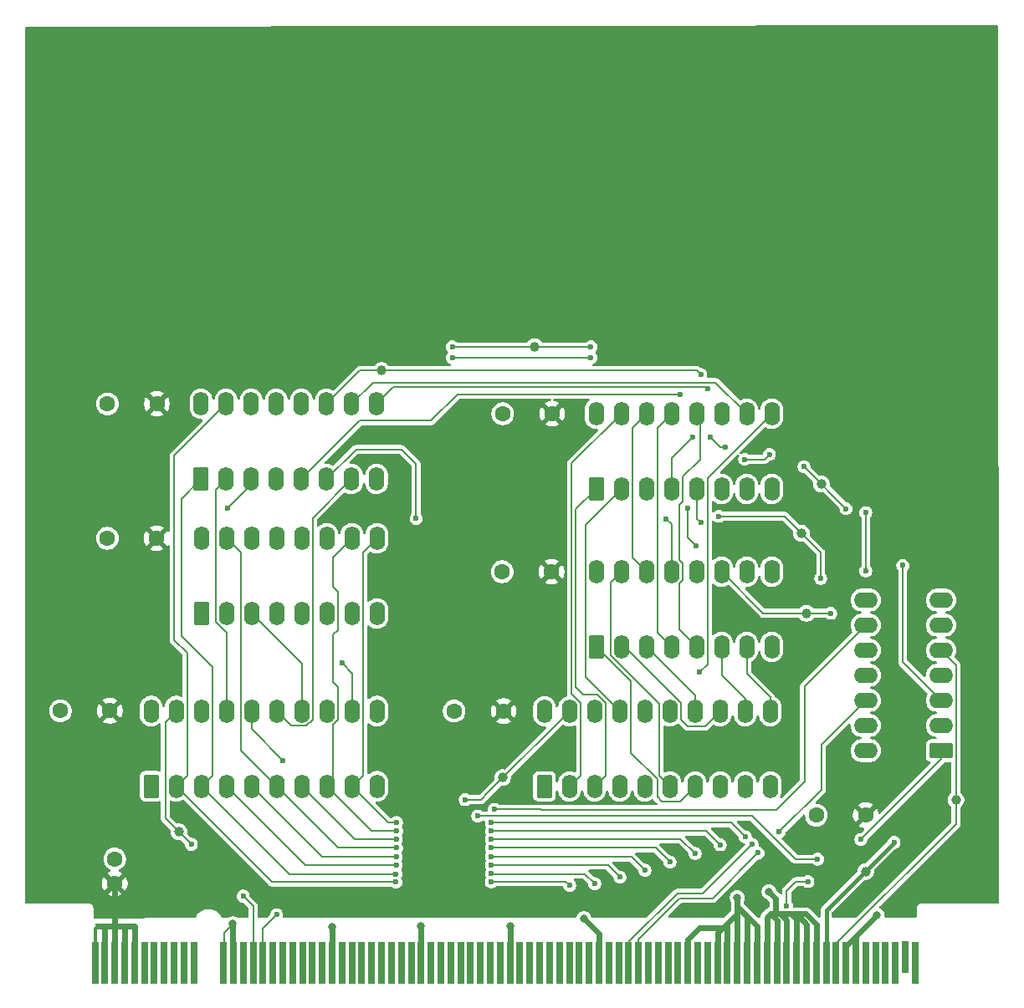
<source format=gbr>
%TF.GenerationSoftware,KiCad,Pcbnew,9.0.5*%
%TF.CreationDate,2025-11-19T18:54:23+02:00*%
%TF.ProjectId,step_counter,73746570-5f63-46f7-956e-7465722e6b69,rev?*%
%TF.SameCoordinates,Original*%
%TF.FileFunction,Copper,L1,Top*%
%TF.FilePolarity,Positive*%
%FSLAX46Y46*%
G04 Gerber Fmt 4.6, Leading zero omitted, Abs format (unit mm)*
G04 Created by KiCad (PCBNEW 9.0.5) date 2025-11-19 18:54:23*
%MOMM*%
%LPD*%
G01*
G04 APERTURE LIST*
G04 Aperture macros list*
%AMRoundRect*
0 Rectangle with rounded corners*
0 $1 Rounding radius*
0 $2 $3 $4 $5 $6 $7 $8 $9 X,Y pos of 4 corners*
0 Add a 4 corners polygon primitive as box body*
4,1,4,$2,$3,$4,$5,$6,$7,$8,$9,$2,$3,0*
0 Add four circle primitives for the rounded corners*
1,1,$1+$1,$2,$3*
1,1,$1+$1,$4,$5*
1,1,$1+$1,$6,$7*
1,1,$1+$1,$8,$9*
0 Add four rect primitives between the rounded corners*
20,1,$1+$1,$2,$3,$4,$5,0*
20,1,$1+$1,$4,$5,$6,$7,0*
20,1,$1+$1,$6,$7,$8,$9,0*
20,1,$1+$1,$8,$9,$2,$3,0*%
G04 Aperture macros list end*
%TA.AperFunction,ComponentPad*%
%ADD10C,1.600000*%
%TD*%
%TA.AperFunction,SMDPad,CuDef*%
%ADD11C,1.000000*%
%TD*%
%TA.AperFunction,ConnectorPad*%
%ADD12R,0.700000X4.300000*%
%TD*%
%TA.AperFunction,ConnectorPad*%
%ADD13R,0.700000X3.200000*%
%TD*%
%TA.AperFunction,ComponentPad*%
%ADD14RoundRect,0.250000X0.550000X-0.950000X0.550000X0.950000X-0.550000X0.950000X-0.550000X-0.950000X0*%
%TD*%
%TA.AperFunction,ComponentPad*%
%ADD15O,1.600000X2.400000*%
%TD*%
%TA.AperFunction,ComponentPad*%
%ADD16RoundRect,0.250000X0.950000X0.550000X-0.950000X0.550000X-0.950000X-0.550000X0.950000X-0.550000X0*%
%TD*%
%TA.AperFunction,ComponentPad*%
%ADD17O,2.400000X1.600000*%
%TD*%
%TA.AperFunction,ViaPad*%
%ADD18C,0.600000*%
%TD*%
%TA.AperFunction,ViaPad*%
%ADD19C,0.800000*%
%TD*%
%TA.AperFunction,Conductor*%
%ADD20C,0.600000*%
%TD*%
%TA.AperFunction,Conductor*%
%ADD21C,0.300000*%
%TD*%
%TA.AperFunction,Conductor*%
%ADD22C,0.200000*%
%TD*%
%TA.AperFunction,Conductor*%
%ADD23C,0.400000*%
%TD*%
G04 APERTURE END LIST*
D10*
%TO.P,C3,1*%
%TO.N,GND*%
X111000000Y-104475735D03*
%TO.P,C3,2*%
%TO.N,VCC*%
X116000000Y-104475735D03*
%TD*%
%TO.P,C2,1*%
%TO.N,GND*%
X150850000Y-104495735D03*
%TO.P,C2,2*%
%TO.N,VCC*%
X155850000Y-104495735D03*
%TD*%
D11*
%TO.P,Inc1,1,1*%
%TO.N,/CPu*%
X186000000Y-86500000D03*
%TD*%
D10*
%TO.P,C8,1*%
%TO.N,VCC*%
X192500000Y-115050000D03*
%TO.P,C8,2*%
%TO.N,GND*%
X187500000Y-115050000D03*
%TD*%
D11*
%TO.P,~{RL}1,1,1*%
%TO.N,/~{RSPL}*%
X155750000Y-111250000D03*
%TD*%
%TO.P,~{Clk}1,1,1*%
%TO.N,/~{CLK}*%
X192500000Y-120750000D03*
%TD*%
%TO.P,Pls1,1,1*%
%TO.N,/PULSE*%
X201621000Y-113500000D03*
%TD*%
%TO.P,Dcr1,1,1*%
%TO.N,/CPd*%
X188000000Y-81500000D03*
%TD*%
D10*
%TO.P,C4,1*%
%TO.N,GND*%
X155710000Y-90380000D03*
%TO.P,C4,2*%
%TO.N,VCC*%
X160710000Y-90380000D03*
%TD*%
D12*
%TO.P,BC1,B1,VCC*%
%TO.N,VCC*%
X114500000Y-130000000D03*
%TO.P,BC1,B2,VCC*%
X115500000Y-130000000D03*
%TO.P,BC1,B3,VCC*%
X116500000Y-130000000D03*
%TO.P,BC1,B4,VCC*%
X117500000Y-130000000D03*
%TO.P,BC1,B5,VCC*%
X118500000Y-130000000D03*
%TO.P,BC1,B6*%
%TO.N,N/C*%
X119500000Y-130000000D03*
%TO.P,BC1,B7*%
X120500000Y-130000000D03*
%TO.P,BC1,B8*%
X121500000Y-130000000D03*
%TO.P,BC1,B9*%
X122500000Y-130000000D03*
%TO.P,BC1,B10*%
X123500000Y-130000000D03*
%TO.P,BC1,B11*%
X124500000Y-130000000D03*
%TO.P,BC1,B12,GND*%
%TO.N,GND*%
X127500000Y-130000000D03*
%TO.P,BC1,B13,GND*%
X128500000Y-130000000D03*
%TO.P,BC1,B14,~{RMEM}*%
%TO.N,unconnected-(BC1-~{RMEM}-PadB14)*%
X129500000Y-130000000D03*
%TO.P,BC1,B15,~{RSPH}*%
%TO.N,/~{RSPH}*%
X130500000Y-130000000D03*
%TO.P,BC1,B16,~{RSPL}*%
%TO.N,/~{RSPL}*%
X131500000Y-130000000D03*
%TO.P,BC1,B17,~{RPCH}*%
%TO.N,unconnected-(BC1-~{RPCH}-PadB17)*%
X132500000Y-130000000D03*
%TO.P,BC1,B18,~{RPCL}*%
%TO.N,unconnected-(BC1-~{RPCL}-PadB18)*%
X133500000Y-130000000D03*
%TO.P,BC1,B19,~{RARGH}*%
%TO.N,unconnected-(BC1-~{RARGH}-PadB19)*%
X134500000Y-130000000D03*
%TO.P,BC1,B20,~{RARGL}*%
%TO.N,unconnected-(BC1-~{RARGL}-PadB20)*%
X135500000Y-130000000D03*
%TO.P,BC1,B21,~{RAC}*%
%TO.N,unconnected-(BC1-~{RAC}-PadB21)*%
X136500000Y-130000000D03*
%TO.P,BC1,B22,~{RXH}*%
%TO.N,unconnected-(BC1-~{RXH}-PadB22)*%
X137500000Y-130000000D03*
%TO.P,BC1,B23,GND*%
%TO.N,GND*%
X138500000Y-130000000D03*
%TO.P,BC1,B24,~{RYL}*%
%TO.N,unconnected-(BC1-~{RYL}-PadB24)*%
X139500000Y-130000000D03*
%TO.P,BC1,B25,~{RYH}*%
%TO.N,unconnected-(BC1-~{RYH}-PadB25)*%
X140500000Y-130000000D03*
%TO.P,BC1,B26,~{RZL}*%
%TO.N,unconnected-(BC1-~{RZL}-PadB26)*%
X141500000Y-130000000D03*
%TO.P,BC1,B27,~{RZH}*%
%TO.N,unconnected-(BC1-~{RZH}-PadB27)*%
X142500000Y-130000000D03*
%TO.P,BC1,B28,~{RFR}*%
%TO.N,unconnected-(BC1-~{RFR}-PadB28)*%
X143500000Y-130000000D03*
%TO.P,BC1,B29,~{RCONST}*%
%TO.N,unconnected-(BC1-~{RCONST}-PadB29)*%
X144500000Y-130000000D03*
%TO.P,BC1,B30,~{RALU}*%
%TO.N,unconnected-(BC1-~{RALU}-PadB30)*%
X145500000Y-130000000D03*
%TO.P,BC1,B31,~{RINTC}*%
%TO.N,unconnected-(BC1-~{RINTC}-PadB31)*%
X146500000Y-130000000D03*
%TO.P,BC1,B32,GND*%
%TO.N,GND*%
X147500000Y-130000000D03*
%TO.P,BC1,B33,L0*%
%TO.N,unconnected-(BC1-L0-PadB33)*%
X148500000Y-130000000D03*
%TO.P,BC1,B34,L1*%
%TO.N,unconnected-(BC1-L1-PadB34)*%
X149500000Y-130000000D03*
%TO.P,BC1,B35,L2*%
%TO.N,unconnected-(BC1-L2-PadB35)*%
X150500000Y-130000000D03*
%TO.P,BC1,B36,L3*%
%TO.N,unconnected-(BC1-L3-PadB36)*%
X151500000Y-130000000D03*
%TO.P,BC1,B37,ALUM*%
%TO.N,unconnected-(BC1-ALUM-PadB37)*%
X152500000Y-130000000D03*
%TO.P,BC1,B38,~{ALUCI}*%
%TO.N,unconnected-(BC1-~{ALUCI}-PadB38)*%
X153500000Y-130000000D03*
%TO.P,BC1,B39,FRUpd*%
%TO.N,unconnected-(BC1-FRUpd-PadB39)*%
X154500000Y-130000000D03*
%TO.P,BC1,B40,R0*%
%TO.N,unconnected-(BC1-R0-PadB40)*%
X155500000Y-130000000D03*
%TO.P,BC1,B41,GND*%
%TO.N,GND*%
X156500000Y-130000000D03*
%TO.P,BC1,B42,R1*%
%TO.N,unconnected-(BC1-R1-PadB42)*%
X157500000Y-130000000D03*
%TO.P,BC1,B43,R2*%
%TO.N,unconnected-(BC1-R2-PadB43)*%
X158500000Y-130000000D03*
%TO.P,BC1,B44,R3*%
%TO.N,unconnected-(BC1-R3-PadB44)*%
X159500000Y-130000000D03*
%TO.P,BC1,B45,~{SCCLR}*%
%TO.N,unconnected-(BC1-~{SCCLR}-PadB45)*%
X160500000Y-130000000D03*
%TO.P,BC1,B46,~{HALT}*%
%TO.N,unconnected-(BC1-~{HALT}-PadB46)*%
X161500000Y-130000000D03*
%TO.P,BC1,B47,PCINC*%
%TO.N,unconnected-(BC1-PCINC-PadB47)*%
X162500000Y-130000000D03*
%TO.P,BC1,B48,ALUS0*%
%TO.N,unconnected-(BC1-ALUS0-PadB48)*%
X163500000Y-130000000D03*
%TO.P,BC1,B49,ALUS1*%
%TO.N,unconnected-(BC1-ALUS1-PadB49)*%
X164500000Y-130000000D03*
%TO.P,BC1,B50,GND*%
%TO.N,GND*%
X165500000Y-130000000D03*
%TO.P,BC1,B51,ALUS2*%
%TO.N,unconnected-(BC1-ALUS2-PadB51)*%
X166500000Y-130000000D03*
%TO.P,BC1,B52,ALUS3*%
%TO.N,unconnected-(BC1-ALUS3-PadB52)*%
X167500000Y-130000000D03*
%TO.P,BC1,B53,SPDEC*%
%TO.N,/SPDEC*%
X168500000Y-130000000D03*
%TO.P,BC1,B54,SPINC*%
%TO.N,/SPINC*%
X169500000Y-130000000D03*
%TO.P,BC1,B55,ACSHLEFT*%
%TO.N,unconnected-(BC1-ACSHLEFT-PadB55)*%
X170500000Y-130000000D03*
%TO.P,BC1,B56,ACSHRIGHT*%
%TO.N,unconnected-(BC1-ACSHRIGHT-PadB56)*%
X171500000Y-130000000D03*
%TO.P,BC1,B57,INTE*%
%TO.N,unconnected-(BC1-INTE-PadB57)*%
X172500000Y-130000000D03*
%TO.P,BC1,B58,~{INTD}*%
%TO.N,unconnected-(BC1-~{INTD}-PadB58)*%
X173500000Y-130000000D03*
%TO.P,BC1,B59,GND*%
%TO.N,GND*%
X174500000Y-130000000D03*
%TO.P,BC1,B60,ADRDEC*%
%TO.N,unconnected-(BC1-ADRDEC-PadB60)*%
X175500000Y-130000000D03*
%TO.P,BC1,B61,ADDRINC*%
%TO.N,unconnected-(BC1-ADDRINC-PadB61)*%
X176500000Y-130000000D03*
%TO.P,BC1,B62,GND*%
%TO.N,GND*%
X177500000Y-130000000D03*
%TO.P,BC1,B63,GND*%
X178500000Y-130000000D03*
%TO.P,BC1,B64,GND*%
X179500000Y-130000000D03*
%TO.P,BC1,B65,GND*%
X180500000Y-130000000D03*
%TO.P,BC1,B66,GND*%
X181500000Y-130000000D03*
%TO.P,BC1,B67,GND*%
X182500000Y-130000000D03*
%TO.P,BC1,B68,GND*%
X183500000Y-130000000D03*
%TO.P,BC1,B69,GND*%
X184500000Y-130000000D03*
%TO.P,BC1,B70,GND*%
X185500000Y-130000000D03*
%TO.P,BC1,B71,GND*%
X186500000Y-130000000D03*
%TO.P,BC1,B72,GND*%
X187500000Y-130000000D03*
%TO.P,BC1,B73,~{CLK}*%
%TO.N,/~{CLK}*%
X188500000Y-130000000D03*
%TO.P,BC1,B74,PULSE*%
%TO.N,/PULSE*%
X189500000Y-130000000D03*
%TO.P,BC1,B75,GND*%
%TO.N,GND*%
X190500000Y-130000000D03*
%TO.P,BC1,B76,GND*%
X191500000Y-130000000D03*
%TO.P,BC1,B77*%
%TO.N,N/C*%
X192500000Y-130000000D03*
%TO.P,BC1,B78*%
X193500000Y-130000000D03*
%TO.P,BC1,B79*%
X194500000Y-130000000D03*
%TO.P,BC1,B80*%
X195500000Y-130000000D03*
D13*
%TO.P,BC1,B81*%
X196500000Y-129450000D03*
D12*
%TO.P,BC1,B82*%
X197500000Y-130000000D03*
%TD*%
D11*
%TO.P,~{RH}1,1,1*%
%TO.N,/~{RSPH}*%
X123000000Y-116750000D03*
%TD*%
D14*
%TO.P,U5,1,B*%
%TO.N,/DATA5*%
X165220000Y-98000000D03*
D15*
%TO.P,U5,2,QB*%
%TO.N,/DL5*%
X167760000Y-98000000D03*
%TO.P,U5,3,QA*%
%TO.N,/DL4*%
X170300000Y-98000000D03*
%TO.P,U5,4,DOWN*%
%TO.N,Net-(U4-~{BO})*%
X172840000Y-98000000D03*
%TO.P,U5,5,UP*%
%TO.N,Net-(U4-~{CO})*%
X175380000Y-98000000D03*
%TO.P,U5,6,QC*%
%TO.N,/DL6*%
X177920000Y-98000000D03*
%TO.P,U5,7,QD*%
%TO.N,/DL7*%
X180460000Y-98000000D03*
%TO.P,U5,8,GND*%
%TO.N,GND*%
X183000000Y-98000000D03*
%TO.P,U5,9,D*%
%TO.N,/DATA7*%
X183000000Y-90380000D03*
%TO.P,U5,10,C*%
%TO.N,/DATA6*%
X180460000Y-90380000D03*
%TO.P,U5,11,~{LOAD}*%
%TO.N,/Pl*%
X177920000Y-90380000D03*
%TO.P,U5,12,~{CO}*%
%TO.N,Net-(U2-UP)*%
X175380000Y-90380000D03*
%TO.P,U5,13,~{BO}*%
%TO.N,Net-(U2-DOWN)*%
X172840000Y-90380000D03*
%TO.P,U5,14,CLR*%
%TO.N,/RESET*%
X170300000Y-90380000D03*
%TO.P,U5,15,A*%
%TO.N,/DATA4*%
X167760000Y-90380000D03*
%TO.P,U5,16,VCC*%
%TO.N,VCC*%
X165220000Y-90380000D03*
%TD*%
D16*
%TO.P,U1,1*%
%TO.N,/SPDEC*%
X200120000Y-108500000D03*
D17*
%TO.P,U1,2*%
%TO.N,/~{CLK}*%
X200120000Y-105960000D03*
%TO.P,U1,3*%
%TO.N,/CPd*%
X200120000Y-103420000D03*
%TO.P,U1,4*%
%TO.N,/LSPL*%
X200120000Y-100880000D03*
%TO.P,U1,5*%
%TO.N,/PULSE*%
X200120000Y-98340000D03*
%TO.P,U1,6*%
%TO.N,/Pl*%
X200120000Y-95800000D03*
%TO.P,U1,7,GND*%
%TO.N,GND*%
X200120000Y-93260000D03*
%TO.P,U1,8*%
%TO.N,/Ph*%
X192500000Y-93260000D03*
%TO.P,U1,9*%
%TO.N,/LSPH*%
X192500000Y-95800000D03*
%TO.P,U1,10*%
%TO.N,/PULSE*%
X192500000Y-98340000D03*
%TO.P,U1,11*%
%TO.N,/CPu*%
X192500000Y-100880000D03*
%TO.P,U1,12*%
%TO.N,/SPINC*%
X192500000Y-103420000D03*
%TO.P,U1,13*%
%TO.N,/~{CLK}*%
X192500000Y-105960000D03*
%TO.P,U1,14,VCC*%
%TO.N,VCC*%
X192500000Y-108500000D03*
%TD*%
D10*
%TO.P,C6,1*%
%TO.N,GND*%
X155760000Y-74380000D03*
%TO.P,C6,2*%
%TO.N,VCC*%
X160760000Y-74380000D03*
%TD*%
D11*
%TO.P,Rst1,1,1*%
%TO.N,/RESET*%
X159000000Y-67600000D03*
%TD*%
D10*
%TO.P,C5,1*%
%TO.N,GND*%
X115750000Y-87000000D03*
%TO.P,C5,2*%
%TO.N,VCC*%
X120750000Y-87000000D03*
%TD*%
D14*
%TO.P,U7,1,A->B*%
%TO.N,GND*%
X120180000Y-112115735D03*
D15*
%TO.P,U7,2,A0*%
%TO.N,/DATA0*%
X122720000Y-112115735D03*
%TO.P,U7,3,A1*%
%TO.N,/DATA1*%
X125260000Y-112115735D03*
%TO.P,U7,4,A2*%
%TO.N,/DATA2*%
X127800000Y-112115735D03*
%TO.P,U7,5,A3*%
%TO.N,/DATA3*%
X130340000Y-112115735D03*
%TO.P,U7,6,A4*%
%TO.N,/DATA4*%
X132880000Y-112115735D03*
%TO.P,U7,7,A5*%
%TO.N,/DATA5*%
X135420000Y-112115735D03*
%TO.P,U7,8,A6*%
%TO.N,/DATA6*%
X137960000Y-112115735D03*
%TO.P,U7,9,A7*%
%TO.N,/DATA7*%
X140500000Y-112115735D03*
%TO.P,U7,10,GND*%
%TO.N,GND*%
X143040000Y-112115735D03*
%TO.P,U7,11,B7*%
%TO.N,/DH7*%
X143040000Y-104495735D03*
%TO.P,U7,12,B6*%
%TO.N,/DH6*%
X140500000Y-104495735D03*
%TO.P,U7,13,B5*%
%TO.N,/DH5*%
X137960000Y-104495735D03*
%TO.P,U7,14,B4*%
%TO.N,/DH4*%
X135420000Y-104495735D03*
%TO.P,U7,15,B3*%
%TO.N,/DH3*%
X132880000Y-104495735D03*
%TO.P,U7,16,B2*%
%TO.N,/DH2*%
X130340000Y-104495735D03*
%TO.P,U7,17,B1*%
%TO.N,/DH1*%
X127800000Y-104495735D03*
%TO.P,U7,18,B0*%
%TO.N,/DH0*%
X125260000Y-104495735D03*
%TO.P,U7,19,CE*%
%TO.N,/~{RSPH}*%
X122720000Y-104495735D03*
%TO.P,U7,20,VCC*%
%TO.N,VCC*%
X120180000Y-104495735D03*
%TD*%
D11*
%TO.P,LL1,1,1*%
%TO.N,/Pl*%
X186500000Y-94600000D03*
%TD*%
D14*
%TO.P,U6,1,A->B*%
%TO.N,GND*%
X159992254Y-112135735D03*
D15*
%TO.P,U6,2,A0*%
%TO.N,/DATA0*%
X162532254Y-112135735D03*
%TO.P,U6,3,A1*%
%TO.N,/DATA1*%
X165072254Y-112135735D03*
%TO.P,U6,4,A2*%
%TO.N,/DATA2*%
X167612254Y-112135735D03*
%TO.P,U6,5,A3*%
%TO.N,/DATA3*%
X170152254Y-112135735D03*
%TO.P,U6,6,A4*%
%TO.N,/DATA4*%
X172692254Y-112135735D03*
%TO.P,U6,7,A5*%
%TO.N,/DATA5*%
X175232254Y-112135735D03*
%TO.P,U6,8,A6*%
%TO.N,/DATA6*%
X177772254Y-112135735D03*
%TO.P,U6,9,A7*%
%TO.N,/DATA7*%
X180312254Y-112135735D03*
%TO.P,U6,10,GND*%
%TO.N,GND*%
X182852254Y-112135735D03*
%TO.P,U6,11,B7*%
%TO.N,/DL7*%
X182852254Y-104515735D03*
%TO.P,U6,12,B6*%
%TO.N,/DL6*%
X180312254Y-104515735D03*
%TO.P,U6,13,B5*%
%TO.N,/DL5*%
X177772254Y-104515735D03*
%TO.P,U6,14,B4*%
%TO.N,/DL4*%
X175232254Y-104515735D03*
%TO.P,U6,15,B3*%
%TO.N,/DL3*%
X172692254Y-104515735D03*
%TO.P,U6,16,B2*%
%TO.N,/DL2*%
X170152254Y-104515735D03*
%TO.P,U6,17,B1*%
%TO.N,/DL1*%
X167612254Y-104515735D03*
%TO.P,U6,18,B0*%
%TO.N,/DL0*%
X165072254Y-104515735D03*
%TO.P,U6,19,CE*%
%TO.N,/~{RSPL}*%
X162532254Y-104515735D03*
%TO.P,U6,20,VCC*%
%TO.N,VCC*%
X159992254Y-104515735D03*
%TD*%
D10*
%TO.P,C7,1*%
%TO.N,VCC*%
X120760000Y-73380000D03*
%TO.P,C7,2*%
%TO.N,GND*%
X115760000Y-73380000D03*
%TD*%
D14*
%TO.P,U2,1,B*%
%TO.N,/DATA1*%
X125220000Y-81000000D03*
D15*
%TO.P,U2,2,QB*%
%TO.N,/DH1*%
X127760000Y-81000000D03*
%TO.P,U2,3,QA*%
%TO.N,/DH0*%
X130300000Y-81000000D03*
%TO.P,U2,4,DOWN*%
%TO.N,Net-(U2-DOWN)*%
X132840000Y-81000000D03*
%TO.P,U2,5,UP*%
%TO.N,Net-(U2-UP)*%
X135380000Y-81000000D03*
%TO.P,U2,6,QC*%
%TO.N,/DH2*%
X137920000Y-81000000D03*
%TO.P,U2,7,QD*%
%TO.N,/DH3*%
X140460000Y-81000000D03*
%TO.P,U2,8,GND*%
%TO.N,GND*%
X143000000Y-81000000D03*
%TO.P,U2,9,D*%
%TO.N,/DATA3*%
X143000000Y-73380000D03*
%TO.P,U2,10,C*%
%TO.N,/DATA2*%
X140460000Y-73380000D03*
%TO.P,U2,11,~{LOAD}*%
%TO.N,/Ph*%
X137920000Y-73380000D03*
%TO.P,U2,12,~{CO}*%
%TO.N,Net-(U2-~{CO})*%
X135380000Y-73380000D03*
%TO.P,U2,13,~{BO}*%
%TO.N,Net-(U2-~{BO})*%
X132840000Y-73380000D03*
%TO.P,U2,14,CLR*%
%TO.N,/RESET*%
X130300000Y-73380000D03*
%TO.P,U2,15,A*%
%TO.N,/DATA0*%
X127760000Y-73380000D03*
%TO.P,U2,16,VCC*%
%TO.N,VCC*%
X125220000Y-73380000D03*
%TD*%
D14*
%TO.P,U3,1,B*%
%TO.N,/DATA5*%
X125260000Y-94620000D03*
D15*
%TO.P,U3,2,QB*%
%TO.N,/DH5*%
X127800000Y-94620000D03*
%TO.P,U3,3,QA*%
%TO.N,/DH4*%
X130340000Y-94620000D03*
%TO.P,U3,4,DOWN*%
%TO.N,Net-(U2-~{BO})*%
X132880000Y-94620000D03*
%TO.P,U3,5,UP*%
%TO.N,Net-(U2-~{CO})*%
X135420000Y-94620000D03*
%TO.P,U3,6,QC*%
%TO.N,/DH6*%
X137960000Y-94620000D03*
%TO.P,U3,7,QD*%
%TO.N,/DH7*%
X140500000Y-94620000D03*
%TO.P,U3,8,GND*%
%TO.N,GND*%
X143040000Y-94620000D03*
%TO.P,U3,9,D*%
%TO.N,/DATA7*%
X143040000Y-87000000D03*
%TO.P,U3,10,C*%
%TO.N,/DATA6*%
X140500000Y-87000000D03*
%TO.P,U3,11,~{LOAD}*%
%TO.N,/Ph*%
X137960000Y-87000000D03*
%TO.P,U3,12,~{CO}*%
%TO.N,unconnected-(U3-~{CO}-Pad12)*%
X135420000Y-87000000D03*
%TO.P,U3,13,~{BO}*%
%TO.N,unconnected-(U3-~{BO}-Pad13)*%
X132880000Y-87000000D03*
%TO.P,U3,14,CLR*%
%TO.N,/RESET*%
X130340000Y-87000000D03*
%TO.P,U3,15,A*%
%TO.N,/DATA4*%
X127800000Y-87000000D03*
%TO.P,U3,16,VCC*%
%TO.N,VCC*%
X125260000Y-87000000D03*
%TD*%
D11*
%TO.P,Lh1,1,1*%
%TO.N,/Ph*%
X143500000Y-70000000D03*
%TD*%
D14*
%TO.P,U4,1,B*%
%TO.N,/DATA1*%
X165220000Y-82000000D03*
D15*
%TO.P,U4,2,QB*%
%TO.N,/DL1*%
X167760000Y-82000000D03*
%TO.P,U4,3,QA*%
%TO.N,/DL0*%
X170300000Y-82000000D03*
%TO.P,U4,4,DOWN*%
%TO.N,/CPd*%
X172840000Y-82000000D03*
%TO.P,U4,5,UP*%
%TO.N,/CPu*%
X175380000Y-82000000D03*
%TO.P,U4,6,QC*%
%TO.N,/DL2*%
X177920000Y-82000000D03*
%TO.P,U4,7,QD*%
%TO.N,/DL3*%
X180460000Y-82000000D03*
%TO.P,U4,8,GND*%
%TO.N,GND*%
X183000000Y-82000000D03*
%TO.P,U4,9,D*%
%TO.N,/DATA3*%
X183000000Y-74380000D03*
%TO.P,U4,10,C*%
%TO.N,/DATA2*%
X180460000Y-74380000D03*
%TO.P,U4,11,~{LOAD}*%
%TO.N,/Pl*%
X177920000Y-74380000D03*
%TO.P,U4,12,~{CO}*%
%TO.N,Net-(U4-~{CO})*%
X175380000Y-74380000D03*
%TO.P,U4,13,~{BO}*%
%TO.N,Net-(U4-~{BO})*%
X172840000Y-74380000D03*
%TO.P,U4,14,CLR*%
%TO.N,/RESET*%
X170300000Y-74380000D03*
%TO.P,U4,15,A*%
%TO.N,/DATA0*%
X167760000Y-74380000D03*
%TO.P,U4,16,VCC*%
%TO.N,VCC*%
X165220000Y-74380000D03*
%TD*%
D11*
%TO.P,Pwr1,1,1*%
%TO.N,VCC*%
X110500000Y-113750000D03*
%TD*%
D10*
%TO.P,C1,1*%
%TO.N,VCC*%
X116500000Y-121989010D03*
%TO.P,C1,2*%
%TO.N,GND*%
X116500000Y-119489010D03*
%TD*%
D18*
%TO.N,VCC*%
X118500000Y-126250000D03*
X116500000Y-123500000D03*
X116500000Y-125000000D03*
X117500000Y-126250000D03*
X115500000Y-126250000D03*
X116500000Y-126250000D03*
X114750000Y-126250000D03*
D19*
%TO.N,GND*%
X182700000Y-122800000D03*
X156500000Y-126300000D03*
X179500000Y-123400000D03*
X163975000Y-125525000D03*
X138500000Y-126350000D03*
X147500000Y-126300000D03*
X193650000Y-125150000D03*
X128450000Y-126050000D03*
D18*
%TO.N,/RESET*%
X150650000Y-67600000D03*
X164700000Y-67600000D03*
X184500000Y-124250000D03*
X186650000Y-121775057D03*
%TO.N,Net-(U2-DOWN)*%
X172300000Y-85050000D03*
X150650000Y-68700000D03*
X164700000Y-68700000D03*
%TO.N,Net-(U2-UP)*%
X173725000Y-72400000D03*
X175350000Y-87775000D03*
X174450000Y-83925000D03*
%TO.N,/DH6*%
X139475000Y-99650000D03*
%TO.N,/DH0*%
X127900000Y-83950000D03*
%TO.N,/LSPL*%
X153225000Y-115125000D03*
X187625000Y-119500000D03*
%TO.N,/DATA0*%
X154600000Y-121800000D03*
X162532254Y-122157254D03*
X144950000Y-121825000D03*
%TO.N,/DATA1*%
X144950000Y-121000000D03*
X165072254Y-122000000D03*
X154600000Y-120975000D03*
%TO.N,/DATA2*%
X154600000Y-120075000D03*
X167625000Y-121325000D03*
X144975000Y-120100000D03*
%TO.N,/DATA3*%
X170152254Y-120625000D03*
X175700000Y-100575000D03*
X154600000Y-119250000D03*
X176525000Y-71825000D03*
X145000000Y-119275000D03*
%TO.N,/DATA4*%
X145025000Y-118350000D03*
X172692254Y-119800000D03*
X154600000Y-118350000D03*
%TO.N,/DATA5*%
X145000000Y-117450000D03*
X154600000Y-117450000D03*
X175232254Y-118925000D03*
%TO.N,/DATA6*%
X154600000Y-116650000D03*
X177772254Y-118050000D03*
X145050000Y-116650000D03*
%TO.N,/DATA7*%
X145025000Y-115800000D03*
X180312254Y-117250000D03*
X154600000Y-115825000D03*
%TO.N,/SPINC*%
X183750000Y-116750000D03*
X181625000Y-118875000D03*
%TO.N,/LSPH*%
X154900000Y-114450000D03*
%TO.N,/~{CLK}*%
X195375000Y-117800000D03*
%TO.N,/Ph*%
X175800000Y-70400000D03*
X192500000Y-84400000D03*
X192500000Y-90300000D03*
%TO.N,/CPu*%
X187950000Y-91050000D03*
X175825000Y-85425000D03*
X177625000Y-84775000D03*
%TO.N,/Pl*%
X188950000Y-94600000D03*
%TO.N,/DH2*%
X147000000Y-85000000D03*
X133500000Y-109500000D03*
%TO.N,/~{RSPH}*%
X129500000Y-123250000D03*
X124250000Y-118000000D03*
%TO.N,/~{RSPL}*%
X132875000Y-125125000D03*
X151960000Y-113475000D03*
%TO.N,/SPDEC*%
X192000000Y-117500000D03*
X181000000Y-118000000D03*
%TO.N,/CPd*%
X176750000Y-76750000D03*
X196250000Y-89750000D03*
X182750000Y-78500000D03*
X190500000Y-84000000D03*
X180250000Y-79000000D03*
X178250000Y-77750000D03*
X186250000Y-79750000D03*
X175000000Y-76750000D03*
%TD*%
D20*
%TO.N,VCC*%
X116500000Y-130000000D02*
X116500000Y-126250000D01*
D21*
X114500000Y-130000000D02*
X114500000Y-126500000D01*
D20*
X116500000Y-126250000D02*
X116500000Y-121989010D01*
X118500000Y-126250000D02*
X114750000Y-126250000D01*
X118500000Y-130000000D02*
X118500000Y-126250000D01*
D21*
X114500000Y-126500000D02*
X114750000Y-126250000D01*
D20*
X115500000Y-130000000D02*
X115500000Y-126250000D01*
X117500000Y-130000000D02*
X117500000Y-126250000D01*
%TO.N,GND*%
X181500000Y-126300000D02*
X181500000Y-129900000D01*
X191500000Y-130000000D02*
X191500000Y-127300000D01*
X184500000Y-125700000D02*
X183850000Y-125050000D01*
X182500000Y-130000000D02*
X182500000Y-125400000D01*
X183400000Y-123500000D02*
X182650000Y-122750000D01*
X178500000Y-129900000D02*
X178500000Y-126000000D01*
X175700000Y-126450000D02*
X178050000Y-126450000D01*
X178500000Y-126000000D02*
X179500000Y-125000000D01*
X138500000Y-130000000D02*
X138500000Y-126350000D01*
X174500000Y-127650000D02*
X175700000Y-126450000D01*
X184500000Y-130000000D02*
X184500000Y-125700000D01*
X183400000Y-125050000D02*
X183400000Y-123500000D01*
X179500000Y-123400000D02*
X179500000Y-124300000D01*
X183850000Y-125050000D02*
X185450000Y-125050000D01*
X147500000Y-129950000D02*
X147500000Y-126300000D01*
X128450000Y-126050000D02*
X128450000Y-129950000D01*
X183400000Y-125050000D02*
X183850000Y-125050000D01*
X184950000Y-125050000D02*
X185500000Y-125600000D01*
X185500000Y-125600000D02*
X185500000Y-130000000D01*
X178050000Y-126450000D02*
X178500000Y-126000000D01*
X182500000Y-125400000D02*
X182850000Y-125050000D01*
X174500000Y-130000000D02*
X174500000Y-127650000D01*
X163975000Y-125525000D02*
X165500000Y-127050000D01*
X177500000Y-129900000D02*
X177500000Y-127000000D01*
X177500000Y-127000000D02*
X178050000Y-126450000D01*
X183500000Y-130000000D02*
X183500000Y-125700000D01*
X179500000Y-125000000D02*
X179500000Y-129900000D01*
X191500000Y-127300000D02*
X193650000Y-125150000D01*
X165500000Y-127050000D02*
X165500000Y-130000000D01*
X190500000Y-128300000D02*
X191500000Y-127300000D01*
X186500000Y-126100000D02*
X185450000Y-125050000D01*
X190500000Y-130000000D02*
X190500000Y-128300000D01*
X183500000Y-125700000D02*
X182850000Y-125050000D01*
X180500000Y-125300000D02*
X181500000Y-126300000D01*
X156500000Y-129950000D02*
X156500000Y-126300000D01*
X185450000Y-125050000D02*
X184950000Y-125050000D01*
X182850000Y-125050000D02*
X183400000Y-125050000D01*
D22*
X127551000Y-126999000D02*
X127551000Y-130000000D01*
D20*
X187500000Y-126150000D02*
X187500000Y-130000000D01*
X185450000Y-125050000D02*
X186400000Y-125050000D01*
X186400000Y-125050000D02*
X187500000Y-126150000D01*
X179500000Y-125000000D02*
X179500000Y-123400000D01*
X186500000Y-130000000D02*
X186500000Y-126100000D01*
D22*
X128450000Y-126100000D02*
X127551000Y-126999000D01*
D20*
X179500000Y-124300000D02*
X180500000Y-125300000D01*
D22*
X128450000Y-126050000D02*
X128450000Y-126100000D01*
D20*
X180500000Y-129900000D02*
X180500000Y-125300000D01*
D22*
%TO.N,/RESET*%
X168861000Y-88941000D02*
X168861000Y-75819000D01*
X185424943Y-121775057D02*
X186650000Y-121775057D01*
X184500000Y-122700000D02*
X185424943Y-121775057D01*
X168861000Y-75819000D02*
X170300000Y-74380000D01*
X170300000Y-90380000D02*
X168861000Y-88941000D01*
X150650000Y-67600000D02*
X164700000Y-67600000D01*
X184500000Y-124250000D02*
X184500000Y-122700000D01*
%TO.N,/PULSE*%
X201621000Y-99841000D02*
X200120000Y-98340000D01*
X189500000Y-130000000D02*
X189500000Y-128050000D01*
X189500000Y-128050000D02*
X201621000Y-115929000D01*
X201621000Y-115929000D02*
X201621000Y-99841000D01*
%TO.N,Net-(U2-DOWN)*%
X172840000Y-85590000D02*
X172300000Y-85050000D01*
X172840000Y-90380000D02*
X172840000Y-85590000D01*
X164700000Y-68700000D02*
X150650000Y-68700000D01*
%TO.N,Net-(U2-UP)*%
X148475000Y-75100000D02*
X141280000Y-75100000D01*
X151175000Y-72400000D02*
X148475000Y-75100000D01*
X141280000Y-75100000D02*
X135380000Y-81000000D01*
X175350000Y-87775000D02*
X174450000Y-86875000D01*
X173725000Y-72400000D02*
X151175000Y-72400000D01*
X174450000Y-86875000D02*
X174450000Y-83925000D01*
%TO.N,/DH6*%
X140500000Y-104495735D02*
X140500000Y-100675000D01*
X140500000Y-100675000D02*
X139475000Y-99650000D01*
%TO.N,/DH4*%
X135420000Y-104495735D02*
X135420000Y-99700000D01*
X135420000Y-99700000D02*
X130340000Y-94620000D01*
%TO.N,/DH3*%
X134381000Y-105996735D02*
X132880000Y-104495735D01*
X135876049Y-105996735D02*
X134381000Y-105996735D01*
X136521000Y-105351784D02*
X135876049Y-105996735D01*
X136521000Y-84939000D02*
X136521000Y-105351784D01*
X140460000Y-81000000D02*
X136521000Y-84939000D01*
%TO.N,/DH0*%
X127900000Y-83950000D02*
X130300000Y-81550000D01*
X130300000Y-81550000D02*
X130300000Y-81000000D01*
%TO.N,/DH1*%
X127800000Y-96577049D02*
X126699000Y-95476049D01*
X126699000Y-95476049D02*
X126699000Y-82061000D01*
X127800000Y-104495735D02*
X127800000Y-96577049D01*
X126699000Y-82061000D02*
X127760000Y-81000000D01*
%TO.N,Net-(U4-~{CO})*%
X175380000Y-74380000D02*
X175750000Y-74750000D01*
X173625000Y-91552049D02*
X173625000Y-96245000D01*
X174000000Y-80750000D02*
X174000000Y-83273525D01*
X173941000Y-89523951D02*
X173941000Y-91236049D01*
X175750000Y-74750000D02*
X175750000Y-79000000D01*
X174000000Y-83273525D02*
X173625000Y-83648525D01*
X173625000Y-96245000D02*
X175380000Y-98000000D01*
X173625000Y-83648525D02*
X173625000Y-89207951D01*
X175750000Y-79000000D02*
X174000000Y-80750000D01*
X173941000Y-91236049D02*
X173625000Y-91552049D01*
X173625000Y-89207951D02*
X173941000Y-89523951D01*
%TO.N,/DL7*%
X182852254Y-103102254D02*
X180460000Y-100710000D01*
X180460000Y-100710000D02*
X180460000Y-98000000D01*
X182852254Y-104515735D02*
X182852254Y-103102254D01*
%TO.N,/DL4*%
X175232254Y-104515735D02*
X175232254Y-102932254D01*
X175232254Y-102932254D02*
X170300000Y-98000000D01*
%TO.N,Net-(U4-~{BO})*%
X172840000Y-98000000D02*
X171401000Y-96561000D01*
X171401000Y-75819000D02*
X172840000Y-74380000D01*
X171401000Y-96561000D02*
X171401000Y-75819000D01*
%TO.N,/DL6*%
X180312254Y-104515735D02*
X180312254Y-103262254D01*
X177920000Y-100870000D02*
X177920000Y-98000000D01*
X180312254Y-103262254D02*
X177920000Y-100870000D01*
%TO.N,/DL1*%
X164119000Y-85641000D02*
X167760000Y-82000000D01*
X164119000Y-101022481D02*
X164119000Y-85641000D01*
X167612254Y-104515735D02*
X164119000Y-101022481D01*
%TO.N,/LSPL*%
X153225000Y-115125000D02*
X181000000Y-115125000D01*
X185375000Y-119500000D02*
X187625000Y-119500000D01*
X181000000Y-115125000D02*
X185375000Y-119500000D01*
%TO.N,/DATA0*%
X123821000Y-98621000D02*
X122500000Y-97300000D01*
X144950000Y-121825000D02*
X132429265Y-121825000D01*
X122500000Y-78640000D02*
X127760000Y-73380000D01*
X163633254Y-103659686D02*
X162750000Y-102776432D01*
X154700000Y-121775000D02*
X154675000Y-121800000D01*
X132429265Y-121825000D02*
X122720000Y-112115735D01*
X162750000Y-79390000D02*
X167760000Y-74380000D01*
X163633254Y-111034735D02*
X163633254Y-103659686D01*
X162532254Y-112135735D02*
X163633254Y-111034735D01*
X162150000Y-121775000D02*
X154700000Y-121775000D01*
X162750000Y-102776432D02*
X162750000Y-79390000D01*
X162532254Y-122157254D02*
X162150000Y-121775000D01*
X123821000Y-111014735D02*
X123821000Y-98621000D01*
X122500000Y-97300000D02*
X122500000Y-78640000D01*
X122720000Y-112115735D02*
X123821000Y-111014735D01*
%TO.N,/DATA1*%
X166173254Y-103659686D02*
X165338568Y-102825000D01*
X165072254Y-122000000D02*
X164072254Y-121000000D01*
X165072254Y-112135735D02*
X166173254Y-111034735D01*
X125260000Y-112115735D02*
X126361000Y-111014735D01*
X165338568Y-102825000D02*
X163875000Y-102825000D01*
X134144265Y-121000000D02*
X125260000Y-112115735D01*
X164072254Y-121000000D02*
X154700000Y-121000000D01*
X144950000Y-121000000D02*
X134144265Y-121000000D01*
X154700000Y-121000000D02*
X154675000Y-120975000D01*
X163875000Y-102825000D02*
X163150000Y-102100000D01*
X123225000Y-96900000D02*
X123225000Y-82995000D01*
X126361000Y-111014735D02*
X126361000Y-100036000D01*
X123225000Y-82995000D02*
X125220000Y-81000000D01*
X126361000Y-100036000D02*
X123225000Y-96900000D01*
X163150000Y-84070000D02*
X165220000Y-82000000D01*
X163150000Y-102100000D02*
X163150000Y-84070000D01*
X166173254Y-111034735D02*
X166173254Y-103659686D01*
%TO.N,/DATA2*%
X166400000Y-120100000D02*
X154700000Y-120100000D01*
X140460000Y-73380000D02*
X142615000Y-71225000D01*
X154700000Y-120100000D02*
X154675000Y-120075000D01*
X142615000Y-71225000D02*
X177305000Y-71225000D01*
X144975000Y-120100000D02*
X135784265Y-120100000D01*
X135784265Y-120100000D02*
X127800000Y-112115735D01*
X177305000Y-71225000D02*
X180460000Y-74380000D01*
X167625000Y-121325000D02*
X166400000Y-120100000D01*
%TO.N,/DATA3*%
X143000000Y-73380000D02*
X144705000Y-71675000D01*
X176481000Y-99794000D02*
X176481000Y-80899000D01*
X175700000Y-100575000D02*
X176481000Y-99794000D01*
X168802254Y-119275000D02*
X154700000Y-119275000D01*
X176481000Y-80899000D02*
X183000000Y-74380000D01*
X154700000Y-119275000D02*
X154675000Y-119250000D01*
X137499265Y-119275000D02*
X130340000Y-112115735D01*
X145000000Y-119275000D02*
X137499265Y-119275000D01*
X170152254Y-120625000D02*
X168802254Y-119275000D01*
X145325000Y-71675000D02*
X176375000Y-71675000D01*
X176375000Y-71675000D02*
X176525000Y-71825000D01*
X144705000Y-71675000D02*
X145325000Y-71675000D01*
%TO.N,/DATA4*%
X166659000Y-98856049D02*
X166659000Y-91481000D01*
X166659000Y-91481000D02*
X167760000Y-90380000D01*
X172692254Y-112135735D02*
X171591254Y-111034735D01*
X171242254Y-118350000D02*
X154675000Y-118350000D01*
X171591254Y-111034735D02*
X171591254Y-103788303D01*
X127800000Y-87000000D02*
X129239000Y-88439000D01*
X171591254Y-103788303D02*
X166659000Y-98856049D01*
X172692254Y-119800000D02*
X171242254Y-118350000D01*
X129239000Y-108474735D02*
X132880000Y-112115735D01*
X139114265Y-118350000D02*
X132880000Y-112115735D01*
X145025000Y-118350000D02*
X139114265Y-118350000D01*
X129239000Y-88439000D02*
X129239000Y-108474735D01*
%TO.N,/DATA5*%
X175232254Y-112135735D02*
X173731254Y-113636735D01*
X171836735Y-113636735D02*
X171400000Y-113200000D01*
X171400000Y-113200000D02*
X171400000Y-111410581D01*
X175232254Y-118925000D02*
X173757254Y-117450000D01*
X173731254Y-113636735D02*
X171836735Y-113636735D01*
X173757254Y-117450000D02*
X154675000Y-117450000D01*
X168713254Y-108723835D02*
X168713254Y-101493254D01*
X171400000Y-111410581D02*
X168713254Y-108723835D01*
X145000000Y-117450000D02*
X140754265Y-117450000D01*
X140754265Y-117450000D02*
X135420000Y-112115735D01*
X168713254Y-101493254D02*
X165220000Y-98000000D01*
%TO.N,/DATA6*%
X138575000Y-96775000D02*
X139061000Y-96289000D01*
X145050000Y-116650000D02*
X142494265Y-116650000D01*
X138575000Y-101575000D02*
X138575000Y-96775000D01*
X137960000Y-112115735D02*
X138575000Y-111500735D01*
X138575000Y-111500735D02*
X138575000Y-105837784D01*
X139061000Y-92436000D02*
X138575000Y-91950000D01*
X142494265Y-116650000D02*
X137960000Y-112115735D01*
X139061000Y-105351784D02*
X139061000Y-102061000D01*
X139061000Y-102061000D02*
X138575000Y-101575000D01*
X176372254Y-116650000D02*
X177772254Y-118050000D01*
X138575000Y-91950000D02*
X138575000Y-88925000D01*
X154600000Y-116650000D02*
X176372254Y-116650000D01*
X138575000Y-105837784D02*
X139061000Y-105351784D01*
X138575000Y-88925000D02*
X140500000Y-87000000D01*
X139061000Y-96289000D02*
X139061000Y-92436000D01*
%TO.N,/DATA7*%
X145025000Y-115800000D02*
X144184265Y-115800000D01*
X141601000Y-111014735D02*
X141601000Y-88439000D01*
X141601000Y-88439000D02*
X143040000Y-87000000D01*
X178887254Y-115825000D02*
X180312254Y-117250000D01*
X154650000Y-115825000D02*
X178887254Y-115825000D01*
X140500000Y-112115735D02*
X141601000Y-111014735D01*
X144184265Y-115800000D02*
X140500000Y-112115735D01*
%TO.N,/SPINC*%
X188000000Y-107920000D02*
X192500000Y-103420000D01*
X169500000Y-127650000D02*
X173650000Y-123500000D01*
X183750000Y-116750000D02*
X188000000Y-112500000D01*
X177000000Y-123500000D02*
X181625000Y-118875000D01*
X188000000Y-112500000D02*
X188000000Y-107920000D01*
X173650000Y-123500000D02*
X177000000Y-123500000D01*
X169500000Y-130000000D02*
X169500000Y-127650000D01*
%TO.N,/LSPH*%
X159675000Y-114475000D02*
X183475000Y-114475000D01*
X186300000Y-111650000D02*
X186300000Y-102000000D01*
X159650000Y-114450000D02*
X159675000Y-114475000D01*
X183475000Y-114475000D02*
X186300000Y-111650000D01*
X186300000Y-102000000D02*
X192500000Y-95800000D01*
X154900000Y-114450000D02*
X159650000Y-114450000D01*
D23*
%TO.N,/~{CLK}*%
X188500000Y-124675000D02*
X195375000Y-117800000D01*
X188500000Y-130000000D02*
X188500000Y-124675000D01*
D22*
%TO.N,/Ph*%
X175400000Y-70000000D02*
X141300000Y-70000000D01*
X141300000Y-70000000D02*
X137920000Y-73380000D01*
X192500000Y-90300000D02*
X192500000Y-84400000D01*
X175800000Y-70400000D02*
X175400000Y-70000000D01*
%TO.N,/CPu*%
X187950000Y-88425000D02*
X184300000Y-84775000D01*
X184300000Y-84775000D02*
X177625000Y-84775000D01*
X175450000Y-85050000D02*
X175450000Y-82070000D01*
X187950000Y-91050000D02*
X187950000Y-88425000D01*
X175825000Y-85425000D02*
X175450000Y-85050000D01*
X175450000Y-82070000D02*
X175380000Y-82000000D01*
%TO.N,/Pl*%
X182140000Y-94600000D02*
X188950000Y-94600000D01*
X177920000Y-90380000D02*
X182140000Y-94600000D01*
%TO.N,/DH2*%
X147000000Y-85000000D02*
X147000000Y-79500000D01*
X145500000Y-78000000D02*
X140920000Y-78000000D01*
X147000000Y-79500000D02*
X145500000Y-78000000D01*
X140920000Y-78000000D02*
X137920000Y-81000000D01*
X130340000Y-106340000D02*
X133500000Y-109500000D01*
X130340000Y-104495735D02*
X130340000Y-106340000D01*
%TO.N,/DL5*%
X168133568Y-98000000D02*
X167760000Y-98000000D01*
X176271254Y-106016735D02*
X174438205Y-106016735D01*
X173793254Y-103659686D02*
X168133568Y-98000000D01*
X174438205Y-106016735D02*
X173793254Y-105371784D01*
X177772254Y-104515735D02*
X176271254Y-106016735D01*
X173793254Y-105371784D02*
X173793254Y-103659686D01*
%TO.N,/~{RSPH}*%
X129500000Y-123250000D02*
X130500000Y-124250000D01*
X121619000Y-115369000D02*
X121619000Y-105596735D01*
X121619000Y-105596735D02*
X122720000Y-104495735D01*
X124250000Y-118000000D02*
X121619000Y-115369000D01*
X130500000Y-124250000D02*
X130500000Y-130000000D01*
%TO.N,/~{RSPL}*%
X132875000Y-125125000D02*
X131500000Y-126500000D01*
X153572989Y-113475000D02*
X154273995Y-112773995D01*
X151960000Y-113475000D02*
X153572989Y-113475000D01*
X154273995Y-112773995D02*
X162532254Y-104515735D01*
X131500000Y-126500000D02*
X131500000Y-130000000D01*
%TO.N,/SPDEC*%
X192000000Y-117500000D02*
X200120000Y-109380000D01*
X173431550Y-122966450D02*
X176033550Y-122966450D01*
X176033550Y-122966450D02*
X181000000Y-118000000D01*
X168500000Y-130000000D02*
X168500000Y-127898000D01*
X200120000Y-109380000D02*
X200120000Y-108500000D01*
X168500000Y-127898000D02*
X173431550Y-122966450D01*
%TO.N,/CPd*%
X178250000Y-77750000D02*
X177750000Y-77750000D01*
X196250000Y-99550000D02*
X196250000Y-89750000D01*
X177750000Y-77750000D02*
X176750000Y-76750000D01*
X182750000Y-78500000D02*
X182250000Y-79000000D01*
X200120000Y-103420000D02*
X196250000Y-99550000D01*
X190500000Y-84000000D02*
X186250000Y-79750000D01*
X175000000Y-76750000D02*
X172840000Y-78910000D01*
X172840000Y-78910000D02*
X172840000Y-82000000D01*
X182250000Y-79000000D02*
X180250000Y-79000000D01*
%TD*%
%TA.AperFunction,Conductor*%
%TO.N,VCC*%
G36*
X205821547Y-35019779D02*
G01*
X205867390Y-35072506D01*
X205878682Y-35124037D01*
X205999500Y-123550722D01*
X205999500Y-123875500D01*
X205979815Y-123942539D01*
X205927011Y-123988294D01*
X205875500Y-123999500D01*
X198084108Y-123999500D01*
X197956812Y-124033608D01*
X197842686Y-124099500D01*
X197842683Y-124099502D01*
X197749502Y-124192683D01*
X197749500Y-124192686D01*
X197683608Y-124306812D01*
X197649500Y-124434108D01*
X197649500Y-125278200D01*
X197629815Y-125345239D01*
X197577011Y-125390994D01*
X197525628Y-125402200D01*
X194515642Y-125405303D01*
X194448582Y-125385687D01*
X194402773Y-125332931D01*
X194392758Y-125263783D01*
X194393892Y-125257135D01*
X194400500Y-125223918D01*
X194400500Y-125076082D01*
X194400500Y-125076079D01*
X194371659Y-124931092D01*
X194371658Y-124931091D01*
X194371658Y-124931087D01*
X194371656Y-124931082D01*
X194315087Y-124794511D01*
X194315080Y-124794498D01*
X194232951Y-124671584D01*
X194232948Y-124671580D01*
X194128419Y-124567051D01*
X194128415Y-124567048D01*
X194005501Y-124484919D01*
X194005486Y-124484911D01*
X193962475Y-124467095D01*
X193908072Y-124423254D01*
X193886008Y-124356959D01*
X193903288Y-124289260D01*
X193922244Y-124264858D01*
X201981490Y-116205614D01*
X202040799Y-116102886D01*
X202041701Y-116099517D01*
X202041710Y-116099502D01*
X202041706Y-116099501D01*
X202051438Y-116063181D01*
X202071500Y-115988309D01*
X202071500Y-114288151D01*
X202091185Y-114221112D01*
X202126607Y-114185050D01*
X202163162Y-114160626D01*
X202281626Y-114042162D01*
X202374703Y-113902863D01*
X202438816Y-113748082D01*
X202471500Y-113583767D01*
X202471500Y-113416233D01*
X202438816Y-113251918D01*
X202374703Y-113097137D01*
X202343537Y-113050494D01*
X202281626Y-112957837D01*
X202163165Y-112839376D01*
X202163159Y-112839371D01*
X202126608Y-112814948D01*
X202081804Y-112761336D01*
X202071500Y-112711847D01*
X202071500Y-99781693D01*
X202071500Y-99781691D01*
X202040799Y-99667114D01*
X202013663Y-99620113D01*
X201981490Y-99564387D01*
X201518329Y-99101226D01*
X201484844Y-99039903D01*
X201489828Y-98970211D01*
X201502021Y-98947500D01*
X201501450Y-98947150D01*
X201503991Y-98943002D01*
X201503994Y-98942997D01*
X201503996Y-98942994D01*
X201586211Y-98781639D01*
X201642171Y-98609409D01*
X201660997Y-98490546D01*
X201670500Y-98430551D01*
X201670500Y-98249448D01*
X201653137Y-98139828D01*
X201642171Y-98070591D01*
X201586211Y-97898361D01*
X201586211Y-97898360D01*
X201557740Y-97842484D01*
X201503996Y-97737006D01*
X201490396Y-97718287D01*
X201397558Y-97590505D01*
X201397554Y-97590500D01*
X201269499Y-97462445D01*
X201269494Y-97462441D01*
X201122997Y-97356006D01*
X201122996Y-97356005D01*
X201122994Y-97356004D01*
X201071300Y-97329664D01*
X200961639Y-97273788D01*
X200961636Y-97273787D01*
X200789410Y-97217829D01*
X200629321Y-97192473D01*
X200566186Y-97162544D01*
X200529255Y-97103232D01*
X200530253Y-97033370D01*
X200568863Y-96975137D01*
X200629321Y-96947527D01*
X200699425Y-96936422D01*
X200789409Y-96922171D01*
X200961639Y-96866211D01*
X201122994Y-96783996D01*
X201269501Y-96677553D01*
X201397553Y-96549501D01*
X201503996Y-96402994D01*
X201586211Y-96241639D01*
X201642171Y-96069409D01*
X201666664Y-95914768D01*
X201670500Y-95890551D01*
X201670500Y-95709448D01*
X201654019Y-95605397D01*
X201642171Y-95530591D01*
X201605529Y-95417816D01*
X201586212Y-95358363D01*
X201586211Y-95358360D01*
X201536412Y-95260626D01*
X201503996Y-95197006D01*
X201441183Y-95110551D01*
X201397558Y-95050505D01*
X201397554Y-95050500D01*
X201269499Y-94922445D01*
X201269494Y-94922441D01*
X201122997Y-94816006D01*
X201122996Y-94816005D01*
X201122994Y-94816004D01*
X201071300Y-94789664D01*
X200961639Y-94733788D01*
X200961636Y-94733787D01*
X200789410Y-94677829D01*
X200629321Y-94652473D01*
X200566186Y-94622544D01*
X200529255Y-94563232D01*
X200530253Y-94493370D01*
X200568863Y-94435137D01*
X200629321Y-94407527D01*
X200699425Y-94396422D01*
X200789409Y-94382171D01*
X200961639Y-94326211D01*
X201122994Y-94243996D01*
X201269501Y-94137553D01*
X201397553Y-94009501D01*
X201503996Y-93862994D01*
X201586211Y-93701639D01*
X201642171Y-93529409D01*
X201666501Y-93375797D01*
X201670500Y-93350551D01*
X201670500Y-93169448D01*
X201646207Y-93016076D01*
X201642171Y-92990591D01*
X201586211Y-92818361D01*
X201586211Y-92818360D01*
X201557740Y-92762484D01*
X201503996Y-92657006D01*
X201452614Y-92586284D01*
X201397558Y-92510505D01*
X201397554Y-92510500D01*
X201269499Y-92382445D01*
X201269494Y-92382441D01*
X201122997Y-92276006D01*
X201122996Y-92276005D01*
X201122994Y-92276004D01*
X201071300Y-92249664D01*
X200961639Y-92193788D01*
X200961636Y-92193787D01*
X200789410Y-92137829D01*
X200610551Y-92109500D01*
X200610546Y-92109500D01*
X199629454Y-92109500D01*
X199629449Y-92109500D01*
X199450589Y-92137829D01*
X199278363Y-92193787D01*
X199278360Y-92193788D01*
X199117002Y-92276006D01*
X198970505Y-92382441D01*
X198970500Y-92382445D01*
X198842445Y-92510500D01*
X198842441Y-92510505D01*
X198736006Y-92657002D01*
X198653788Y-92818360D01*
X198653787Y-92818363D01*
X198597829Y-92990589D01*
X198569500Y-93169448D01*
X198569500Y-93350551D01*
X198597829Y-93529410D01*
X198653787Y-93701636D01*
X198653788Y-93701639D01*
X198692881Y-93778361D01*
X198727496Y-93846297D01*
X198736006Y-93862997D01*
X198842441Y-94009494D01*
X198842445Y-94009499D01*
X198970500Y-94137554D01*
X198970505Y-94137558D01*
X199071238Y-94210744D01*
X199117006Y-94243996D01*
X199210973Y-94291875D01*
X199278360Y-94326211D01*
X199278363Y-94326212D01*
X199364476Y-94354191D01*
X199450591Y-94382171D01*
X199523639Y-94393740D01*
X199610678Y-94407527D01*
X199673813Y-94437456D01*
X199710744Y-94496768D01*
X199709746Y-94566631D01*
X199671136Y-94624863D01*
X199610678Y-94652473D01*
X199450589Y-94677829D01*
X199278363Y-94733787D01*
X199278360Y-94733788D01*
X199117002Y-94816006D01*
X198970505Y-94922441D01*
X198970500Y-94922445D01*
X198842445Y-95050500D01*
X198842441Y-95050505D01*
X198736006Y-95197002D01*
X198653788Y-95358360D01*
X198653787Y-95358363D01*
X198597829Y-95530589D01*
X198569500Y-95709448D01*
X198569500Y-95890551D01*
X198597829Y-96069410D01*
X198653787Y-96241636D01*
X198653788Y-96241639D01*
X198736006Y-96402997D01*
X198842441Y-96549494D01*
X198842445Y-96549499D01*
X198970500Y-96677554D01*
X198970505Y-96677558D01*
X199051487Y-96736394D01*
X199117006Y-96783996D01*
X199222484Y-96837740D01*
X199278360Y-96866211D01*
X199278363Y-96866212D01*
X199364476Y-96894191D01*
X199450591Y-96922171D01*
X199523639Y-96933740D01*
X199610678Y-96947527D01*
X199673813Y-96977456D01*
X199710744Y-97036768D01*
X199709746Y-97106631D01*
X199671136Y-97164863D01*
X199610678Y-97192473D01*
X199450589Y-97217829D01*
X199278363Y-97273787D01*
X199278360Y-97273788D01*
X199117002Y-97356006D01*
X198970505Y-97462441D01*
X198970500Y-97462445D01*
X198842445Y-97590500D01*
X198842441Y-97590505D01*
X198736006Y-97737002D01*
X198653788Y-97898360D01*
X198653787Y-97898363D01*
X198597829Y-98070589D01*
X198569500Y-98249448D01*
X198569500Y-98430551D01*
X198597829Y-98609410D01*
X198653787Y-98781636D01*
X198653788Y-98781639D01*
X198736006Y-98942997D01*
X198842441Y-99089494D01*
X198842445Y-99089499D01*
X198970500Y-99217554D01*
X198970505Y-99217558D01*
X199053085Y-99277555D01*
X199117006Y-99323996D01*
X199222484Y-99377740D01*
X199278360Y-99406211D01*
X199278363Y-99406212D01*
X199331221Y-99423386D01*
X199450591Y-99462171D01*
X199523639Y-99473740D01*
X199610678Y-99487527D01*
X199673813Y-99517456D01*
X199710744Y-99576768D01*
X199709746Y-99646631D01*
X199671136Y-99704863D01*
X199610678Y-99732473D01*
X199450589Y-99757829D01*
X199278363Y-99813787D01*
X199278360Y-99813788D01*
X199117002Y-99896006D01*
X198970505Y-100002441D01*
X198970500Y-100002445D01*
X198842445Y-100130500D01*
X198842441Y-100130505D01*
X198736006Y-100277002D01*
X198653788Y-100438360D01*
X198653787Y-100438363D01*
X198597829Y-100610589D01*
X198569500Y-100789448D01*
X198569500Y-100933035D01*
X198549815Y-101000074D01*
X198497011Y-101045829D01*
X198427853Y-101055773D01*
X198364297Y-101026748D01*
X198357819Y-101020716D01*
X196736819Y-99399716D01*
X196703334Y-99338393D01*
X196700500Y-99312035D01*
X196700500Y-90270807D01*
X196720185Y-90203768D01*
X196736821Y-90183124D01*
X196755274Y-90164671D01*
X196755276Y-90164669D01*
X196826465Y-90058127D01*
X196875501Y-89939744D01*
X196888921Y-89872279D01*
X196900500Y-89814071D01*
X196900500Y-89685928D01*
X196875502Y-89560261D01*
X196875501Y-89560260D01*
X196875501Y-89560256D01*
X196826465Y-89441873D01*
X196826464Y-89441872D01*
X196826461Y-89441866D01*
X196755276Y-89335331D01*
X196755273Y-89335327D01*
X196664672Y-89244726D01*
X196664668Y-89244723D01*
X196558133Y-89173538D01*
X196558124Y-89173533D01*
X196439744Y-89124499D01*
X196439738Y-89124497D01*
X196314071Y-89099500D01*
X196314069Y-89099500D01*
X196185931Y-89099500D01*
X196185929Y-89099500D01*
X196060261Y-89124497D01*
X196060255Y-89124499D01*
X195941875Y-89173533D01*
X195941866Y-89173538D01*
X195835331Y-89244723D01*
X195835327Y-89244726D01*
X195744726Y-89335327D01*
X195744723Y-89335331D01*
X195673538Y-89441866D01*
X195673533Y-89441875D01*
X195624499Y-89560255D01*
X195624497Y-89560261D01*
X195599500Y-89685928D01*
X195599500Y-89685931D01*
X195599500Y-89814069D01*
X195599500Y-89814071D01*
X195599499Y-89814071D01*
X195624497Y-89939738D01*
X195624499Y-89939744D01*
X195673533Y-90058124D01*
X195673538Y-90058133D01*
X195744723Y-90164668D01*
X195744725Y-90164671D01*
X195763179Y-90183124D01*
X195796666Y-90244446D01*
X195799500Y-90270807D01*
X195799500Y-99609309D01*
X195807909Y-99640691D01*
X195830201Y-99723887D01*
X195889511Y-99826614D01*
X195889513Y-99826616D01*
X198721671Y-102658774D01*
X198755156Y-102720097D01*
X198750172Y-102789789D01*
X198737977Y-102812507D01*
X198738547Y-102812857D01*
X198736003Y-102817007D01*
X198653788Y-102978360D01*
X198653787Y-102978363D01*
X198597829Y-103150589D01*
X198569500Y-103329448D01*
X198569500Y-103510551D01*
X198597829Y-103689410D01*
X198653787Y-103861636D01*
X198653788Y-103861639D01*
X198669634Y-103892737D01*
X198728371Y-104008014D01*
X198736006Y-104022997D01*
X198842441Y-104169494D01*
X198842445Y-104169499D01*
X198970500Y-104297554D01*
X198970505Y-104297558D01*
X199030768Y-104341341D01*
X199117006Y-104403996D01*
X199222484Y-104457740D01*
X199278360Y-104486211D01*
X199278363Y-104486212D01*
X199307670Y-104495734D01*
X199450591Y-104542171D01*
X199523639Y-104553740D01*
X199610678Y-104567527D01*
X199673813Y-104597456D01*
X199710744Y-104656768D01*
X199709746Y-104726631D01*
X199671136Y-104784863D01*
X199610678Y-104812473D01*
X199450589Y-104837829D01*
X199278363Y-104893787D01*
X199278360Y-104893788D01*
X199117002Y-104976006D01*
X198970505Y-105082441D01*
X198970500Y-105082445D01*
X198842445Y-105210500D01*
X198842441Y-105210505D01*
X198736006Y-105357002D01*
X198653788Y-105518360D01*
X198653787Y-105518363D01*
X198597829Y-105690589D01*
X198569500Y-105869448D01*
X198569500Y-106050551D01*
X198597829Y-106229410D01*
X198653787Y-106401636D01*
X198653788Y-106401638D01*
X198736006Y-106562997D01*
X198842441Y-106709494D01*
X198842445Y-106709499D01*
X198970500Y-106837554D01*
X198970505Y-106837558D01*
X199069500Y-106909481D01*
X199117006Y-106943996D01*
X199222484Y-106997740D01*
X199278360Y-107026211D01*
X199278363Y-107026212D01*
X199364476Y-107054191D01*
X199450591Y-107082171D01*
X199578089Y-107102364D01*
X199582271Y-107103027D01*
X199645405Y-107132956D01*
X199682337Y-107192267D01*
X199681339Y-107262130D01*
X199642729Y-107320363D01*
X199578766Y-107348477D01*
X199562873Y-107349500D01*
X199130636Y-107349500D01*
X199013246Y-107364953D01*
X199013237Y-107364956D01*
X198867160Y-107425463D01*
X198741718Y-107521718D01*
X198645463Y-107647160D01*
X198584956Y-107793237D01*
X198584955Y-107793239D01*
X198569501Y-107910629D01*
X198569500Y-107910645D01*
X198569500Y-109089363D01*
X198584953Y-109206753D01*
X198584956Y-109206762D01*
X198645464Y-109352841D01*
X198741718Y-109478282D01*
X198867159Y-109574536D01*
X198993542Y-109626885D01*
X199047944Y-109670724D01*
X199070009Y-109737018D01*
X199052730Y-109804718D01*
X199033769Y-109829126D01*
X193987836Y-114875059D01*
X193926513Y-114908544D01*
X193856821Y-114903560D01*
X193800888Y-114861688D01*
X193777682Y-114806776D01*
X193767989Y-114745582D01*
X193704755Y-114550968D01*
X193611859Y-114368650D01*
X193579474Y-114324077D01*
X193579474Y-114324076D01*
X192900000Y-115003553D01*
X192900000Y-114997339D01*
X192872741Y-114895606D01*
X192820080Y-114804394D01*
X192745606Y-114729920D01*
X192654394Y-114677259D01*
X192552661Y-114650000D01*
X192546446Y-114650000D01*
X193225922Y-113970524D01*
X193225921Y-113970523D01*
X193181359Y-113938147D01*
X193181350Y-113938141D01*
X192999031Y-113845244D01*
X192804417Y-113782009D01*
X192602317Y-113750000D01*
X192397683Y-113750000D01*
X192195582Y-113782009D01*
X192000968Y-113845244D01*
X191818644Y-113938143D01*
X191774077Y-113970523D01*
X191774077Y-113970524D01*
X192453554Y-114650000D01*
X192447339Y-114650000D01*
X192345606Y-114677259D01*
X192254394Y-114729920D01*
X192179920Y-114804394D01*
X192127259Y-114895606D01*
X192100000Y-114997339D01*
X192100000Y-115003553D01*
X191420524Y-114324077D01*
X191420523Y-114324077D01*
X191388143Y-114368644D01*
X191295244Y-114550968D01*
X191232009Y-114745582D01*
X191200000Y-114947682D01*
X191200000Y-115152317D01*
X191232009Y-115354417D01*
X191295244Y-115549031D01*
X191388141Y-115731350D01*
X191388147Y-115731359D01*
X191420523Y-115775921D01*
X191420524Y-115775922D01*
X192100000Y-115096446D01*
X192100000Y-115102661D01*
X192127259Y-115204394D01*
X192179920Y-115295606D01*
X192254394Y-115370080D01*
X192345606Y-115422741D01*
X192447339Y-115450000D01*
X192453553Y-115450000D01*
X191774076Y-116129474D01*
X191818650Y-116161859D01*
X192000968Y-116254755D01*
X192195582Y-116317990D01*
X192256776Y-116327682D01*
X192319911Y-116357611D01*
X192356843Y-116416922D01*
X192355845Y-116486785D01*
X192325060Y-116537836D01*
X192049716Y-116813181D01*
X191988393Y-116846666D01*
X191962035Y-116849500D01*
X191935929Y-116849500D01*
X191810261Y-116874497D01*
X191810255Y-116874499D01*
X191691875Y-116923533D01*
X191691866Y-116923538D01*
X191585331Y-116994723D01*
X191585327Y-116994726D01*
X191494726Y-117085327D01*
X191494723Y-117085331D01*
X191423538Y-117191866D01*
X191423533Y-117191875D01*
X191374499Y-117310255D01*
X191374497Y-117310261D01*
X191349500Y-117435928D01*
X191349500Y-117435931D01*
X191349500Y-117564069D01*
X191349500Y-117564071D01*
X191349499Y-117564071D01*
X191374497Y-117689738D01*
X191374499Y-117689744D01*
X191423533Y-117808124D01*
X191423538Y-117808133D01*
X191494723Y-117914668D01*
X191494726Y-117914672D01*
X191585327Y-118005273D01*
X191585331Y-118005276D01*
X191691866Y-118076461D01*
X191691872Y-118076464D01*
X191691873Y-118076465D01*
X191810256Y-118125501D01*
X191810260Y-118125501D01*
X191810261Y-118125502D01*
X191935928Y-118150500D01*
X191935931Y-118150500D01*
X192064071Y-118150500D01*
X192148615Y-118133682D01*
X192189744Y-118125501D01*
X192308127Y-118076465D01*
X192414669Y-118005276D01*
X192505276Y-117914669D01*
X192576465Y-117808127D01*
X192625501Y-117689744D01*
X192641312Y-117610259D01*
X192650500Y-117564071D01*
X192650500Y-117537965D01*
X192670185Y-117470926D01*
X192686819Y-117450284D01*
X200450286Y-109686818D01*
X200511609Y-109653333D01*
X200537967Y-109650499D01*
X201046500Y-109650499D01*
X201113539Y-109670184D01*
X201159294Y-109722988D01*
X201170500Y-109774499D01*
X201170500Y-112711847D01*
X201150815Y-112778886D01*
X201115392Y-112814948D01*
X201078840Y-112839371D01*
X201078834Y-112839376D01*
X200960373Y-112957837D01*
X200867295Y-113097139D01*
X200803184Y-113251917D01*
X200803182Y-113251925D01*
X200770500Y-113416228D01*
X200770500Y-113583771D01*
X200803182Y-113748074D01*
X200803184Y-113748082D01*
X200867295Y-113902860D01*
X200960373Y-114042162D01*
X201078832Y-114160621D01*
X201078835Y-114160623D01*
X201078838Y-114160626D01*
X201115391Y-114185050D01*
X201160195Y-114238660D01*
X201170500Y-114288151D01*
X201170500Y-115691034D01*
X201150815Y-115758073D01*
X201134181Y-115778715D01*
X191540753Y-125372142D01*
X191479430Y-125405627D01*
X191453200Y-125408461D01*
X189174628Y-125410811D01*
X189107568Y-125391196D01*
X189061759Y-125338439D01*
X189050500Y-125286811D01*
X189050500Y-124954386D01*
X189070185Y-124887347D01*
X189086814Y-124866710D01*
X192317222Y-121636301D01*
X192378543Y-121602818D01*
X192410141Y-121600982D01*
X192410141Y-121600500D01*
X192583768Y-121600500D01*
X192583769Y-121600499D01*
X192748082Y-121567816D01*
X192902863Y-121503703D01*
X193042162Y-121410626D01*
X193160626Y-121292162D01*
X193253703Y-121152863D01*
X193317816Y-120998082D01*
X193350500Y-120833767D01*
X193350500Y-120666233D01*
X193350500Y-120660141D01*
X193351892Y-120660141D01*
X193363601Y-120598407D01*
X193386300Y-120567223D01*
X195492309Y-118461214D01*
X195553630Y-118427731D01*
X195555684Y-118427302D01*
X195564744Y-118425501D01*
X195683127Y-118376465D01*
X195789669Y-118305276D01*
X195880276Y-118214669D01*
X195951465Y-118108127D01*
X196000501Y-117989744D01*
X196015435Y-117914668D01*
X196025500Y-117864071D01*
X196025500Y-117735928D01*
X196000502Y-117610261D01*
X196000501Y-117610260D01*
X196000501Y-117610256D01*
X195951465Y-117491873D01*
X195951464Y-117491872D01*
X195951461Y-117491866D01*
X195880276Y-117385331D01*
X195880273Y-117385327D01*
X195789672Y-117294726D01*
X195789668Y-117294723D01*
X195683133Y-117223538D01*
X195683124Y-117223533D01*
X195564744Y-117174499D01*
X195564738Y-117174497D01*
X195439071Y-117149500D01*
X195439069Y-117149500D01*
X195310931Y-117149500D01*
X195310929Y-117149500D01*
X195185261Y-117174497D01*
X195185255Y-117174499D01*
X195066875Y-117223533D01*
X195066866Y-117223538D01*
X194960331Y-117294723D01*
X194960327Y-117294726D01*
X194869726Y-117385327D01*
X194869723Y-117385331D01*
X194798538Y-117491866D01*
X194798533Y-117491875D01*
X194749498Y-117610257D01*
X194749497Y-117610259D01*
X194747719Y-117619202D01*
X194715333Y-117681113D01*
X194713783Y-117682690D01*
X192533294Y-119863181D01*
X192471971Y-119896666D01*
X192445613Y-119899500D01*
X192416228Y-119899500D01*
X192251925Y-119932182D01*
X192251917Y-119932184D01*
X192097139Y-119996295D01*
X191957837Y-120089373D01*
X191839373Y-120207837D01*
X191746295Y-120347139D01*
X191682184Y-120501917D01*
X191682182Y-120501925D01*
X191649500Y-120666228D01*
X191649500Y-120695613D01*
X191629815Y-120762652D01*
X191613181Y-120783294D01*
X188059491Y-124336983D01*
X188059489Y-124336986D01*
X187987016Y-124462514D01*
X187977107Y-124499497D01*
X187949500Y-124602525D01*
X187949500Y-124602527D01*
X187949500Y-125288201D01*
X187946967Y-125296825D01*
X187948256Y-125305721D01*
X187937276Y-125329828D01*
X187929815Y-125355240D01*
X187923023Y-125361125D01*
X187919297Y-125369307D01*
X187897024Y-125383653D01*
X187877011Y-125400995D01*
X187866564Y-125403273D01*
X187860558Y-125407142D01*
X187825628Y-125412201D01*
X187733732Y-125412296D01*
X187666672Y-125392681D01*
X187645923Y-125375977D01*
X186814674Y-124544727D01*
X186814673Y-124544726D01*
X186729723Y-124487965D01*
X186708127Y-124473535D01*
X186681522Y-124462515D01*
X186634858Y-124443186D01*
X186589744Y-124424499D01*
X186589742Y-124424498D01*
X186589741Y-124424498D01*
X186584898Y-124423535D01*
X186584893Y-124423534D01*
X186464071Y-124399500D01*
X186464069Y-124399500D01*
X185514069Y-124399500D01*
X185274500Y-124399500D01*
X185207461Y-124379815D01*
X185161706Y-124327011D01*
X185150500Y-124275500D01*
X185150500Y-124185928D01*
X185125502Y-124060261D01*
X185125501Y-124060260D01*
X185125501Y-124060256D01*
X185081212Y-123953334D01*
X185076466Y-123941875D01*
X185076461Y-123941866D01*
X185005276Y-123835331D01*
X185005273Y-123835327D01*
X184986819Y-123816873D01*
X184953334Y-123755550D01*
X184950500Y-123729192D01*
X184950500Y-122937965D01*
X184970185Y-122870926D01*
X184986819Y-122850284D01*
X185575227Y-122261876D01*
X185636550Y-122228391D01*
X185662908Y-122225557D01*
X186129192Y-122225557D01*
X186196231Y-122245242D01*
X186216873Y-122261876D01*
X186235327Y-122280330D01*
X186235331Y-122280333D01*
X186341866Y-122351518D01*
X186341872Y-122351521D01*
X186341873Y-122351522D01*
X186460256Y-122400558D01*
X186460260Y-122400558D01*
X186460261Y-122400559D01*
X186585928Y-122425557D01*
X186585931Y-122425557D01*
X186714071Y-122425557D01*
X186798615Y-122408739D01*
X186839744Y-122400558D01*
X186958127Y-122351522D01*
X187064669Y-122280333D01*
X187155276Y-122189726D01*
X187226465Y-122083184D01*
X187275501Y-121964801D01*
X187283682Y-121923672D01*
X187300500Y-121839128D01*
X187300500Y-121710985D01*
X187275502Y-121585318D01*
X187275501Y-121585317D01*
X187275501Y-121585313D01*
X187226465Y-121466930D01*
X187226464Y-121466929D01*
X187226461Y-121466923D01*
X187155276Y-121360388D01*
X187155273Y-121360384D01*
X187064672Y-121269783D01*
X187064668Y-121269780D01*
X186958133Y-121198595D01*
X186958124Y-121198590D01*
X186839744Y-121149556D01*
X186839738Y-121149554D01*
X186714071Y-121124557D01*
X186714069Y-121124557D01*
X186585931Y-121124557D01*
X186585929Y-121124557D01*
X186460261Y-121149554D01*
X186460255Y-121149556D01*
X186341875Y-121198590D01*
X186341866Y-121198595D01*
X186235331Y-121269780D01*
X186235327Y-121269783D01*
X186216873Y-121288238D01*
X186155550Y-121321723D01*
X186129192Y-121324557D01*
X185365634Y-121324557D01*
X185275268Y-121348770D01*
X185275267Y-121348769D01*
X185251059Y-121355256D01*
X185251056Y-121355257D01*
X185148329Y-121414568D01*
X185148326Y-121414570D01*
X184139513Y-122423383D01*
X184139509Y-122423389D01*
X184080201Y-122526112D01*
X184080200Y-122526117D01*
X184049500Y-122640691D01*
X184049500Y-122930192D01*
X184043262Y-122951435D01*
X184041683Y-122973523D01*
X184033609Y-122984308D01*
X184029815Y-122997231D01*
X184013085Y-123011727D01*
X183999813Y-123029458D01*
X183987188Y-123034166D01*
X183977011Y-123042986D01*
X183955097Y-123046136D01*
X183934349Y-123053876D01*
X183921186Y-123051012D01*
X183907853Y-123052930D01*
X183887710Y-123043731D01*
X183866075Y-123039025D01*
X183848347Y-123025754D01*
X183844297Y-123023905D01*
X183837821Y-123017875D01*
X183814671Y-122994726D01*
X183814669Y-122994724D01*
X183452601Y-122632655D01*
X183424853Y-122586357D01*
X183423989Y-122586715D01*
X183419743Y-122576465D01*
X183398889Y-122526117D01*
X183365087Y-122444511D01*
X183365080Y-122444498D01*
X183282951Y-122321584D01*
X183282948Y-122321580D01*
X183178419Y-122217051D01*
X183178415Y-122217048D01*
X183055501Y-122134919D01*
X183055488Y-122134912D01*
X182918917Y-122078343D01*
X182918907Y-122078340D01*
X182773920Y-122049500D01*
X182773918Y-122049500D01*
X182626082Y-122049500D01*
X182626080Y-122049500D01*
X182481092Y-122078340D01*
X182481082Y-122078343D01*
X182344511Y-122134912D01*
X182344498Y-122134919D01*
X182221584Y-122217048D01*
X182221580Y-122217051D01*
X182117051Y-122321580D01*
X182117048Y-122321584D01*
X182034919Y-122444498D01*
X182034912Y-122444511D01*
X181978343Y-122581082D01*
X181978340Y-122581092D01*
X181949500Y-122726079D01*
X181949500Y-122726082D01*
X181949500Y-122873918D01*
X181949500Y-122873920D01*
X181949499Y-122873920D01*
X181978340Y-123018907D01*
X181978343Y-123018917D01*
X182034912Y-123155488D01*
X182034919Y-123155501D01*
X182117048Y-123278415D01*
X182117051Y-123278419D01*
X182221580Y-123382948D01*
X182221584Y-123382951D01*
X182344498Y-123465080D01*
X182344511Y-123465087D01*
X182486715Y-123523989D01*
X182486357Y-123524853D01*
X182532655Y-123552601D01*
X182713181Y-123733126D01*
X182746666Y-123794449D01*
X182749500Y-123820807D01*
X182749500Y-124305462D01*
X182743670Y-124325314D01*
X182742692Y-124345985D01*
X182734025Y-124358163D01*
X182729815Y-124372501D01*
X182714178Y-124386050D01*
X182702179Y-124402911D01*
X182683448Y-124412677D01*
X182677011Y-124418256D01*
X182671619Y-124420567D01*
X182663333Y-124423886D01*
X182660256Y-124424499D01*
X182615142Y-124443186D01*
X182614454Y-124443470D01*
X182614409Y-124443489D01*
X182541876Y-124473532D01*
X182435326Y-124544726D01*
X181994726Y-124985326D01*
X181968068Y-125025223D01*
X181948131Y-125055063D01*
X181942114Y-125064068D01*
X181942112Y-125064070D01*
X181923539Y-125091864D01*
X181923533Y-125091875D01*
X181874499Y-125210255D01*
X181874497Y-125210260D01*
X181852931Y-125318676D01*
X181838244Y-125346752D01*
X181825111Y-125375589D01*
X181822167Y-125377484D01*
X181820545Y-125380587D01*
X181793008Y-125396266D01*
X181766372Y-125413424D01*
X181761685Y-125414102D01*
X181759829Y-125415160D01*
X181731442Y-125418483D01*
X181590065Y-125418629D01*
X181523005Y-125399014D01*
X181502256Y-125382310D01*
X180186819Y-124066873D01*
X180153334Y-124005550D01*
X180150500Y-123979192D01*
X180150500Y-123813840D01*
X180163616Y-123761481D01*
X180162753Y-123761124D01*
X180221656Y-123618917D01*
X180221658Y-123618913D01*
X180250500Y-123473918D01*
X180250500Y-123326082D01*
X180250500Y-123326079D01*
X180221659Y-123181092D01*
X180221658Y-123181091D01*
X180221658Y-123181087D01*
X180211060Y-123155501D01*
X180165087Y-123044511D01*
X180165080Y-123044498D01*
X180082951Y-122921584D01*
X180082948Y-122921580D01*
X179978419Y-122817051D01*
X179978415Y-122817048D01*
X179855501Y-122734919D01*
X179855488Y-122734912D01*
X179718917Y-122678343D01*
X179718907Y-122678340D01*
X179573920Y-122649500D01*
X179573918Y-122649500D01*
X179426082Y-122649500D01*
X179426080Y-122649500D01*
X179281092Y-122678340D01*
X179281082Y-122678343D01*
X179144511Y-122734912D01*
X179144498Y-122734919D01*
X179021584Y-122817048D01*
X179021580Y-122817051D01*
X178917051Y-122921580D01*
X178917048Y-122921584D01*
X178834919Y-123044498D01*
X178834912Y-123044511D01*
X178778343Y-123181082D01*
X178778340Y-123181092D01*
X178749500Y-123326079D01*
X178749500Y-123326082D01*
X178749500Y-123473918D01*
X178749500Y-123473920D01*
X178749499Y-123473920D01*
X178778340Y-123618907D01*
X178778343Y-123618917D01*
X178837247Y-123761124D01*
X178836383Y-123761481D01*
X178849500Y-123813840D01*
X178849500Y-124679191D01*
X178829815Y-124746230D01*
X178813181Y-124766872D01*
X178194151Y-125385901D01*
X178132828Y-125419386D01*
X178106598Y-125422220D01*
X172658755Y-125427836D01*
X172591695Y-125408220D01*
X172545886Y-125355464D01*
X172535871Y-125286315D01*
X172564830Y-125222730D01*
X172570919Y-125216183D01*
X173800284Y-123986819D01*
X173861607Y-123953334D01*
X173887965Y-123950500D01*
X177059308Y-123950500D01*
X177059309Y-123950500D01*
X177130580Y-123931401D01*
X177149666Y-123926288D01*
X177149667Y-123926287D01*
X177149673Y-123926286D01*
X177173887Y-123919799D01*
X177276614Y-123860489D01*
X181575285Y-119561819D01*
X181636608Y-119528334D01*
X181662966Y-119525500D01*
X181689071Y-119525500D01*
X181773615Y-119508682D01*
X181814744Y-119500501D01*
X181933127Y-119451465D01*
X182039669Y-119380276D01*
X182130276Y-119289669D01*
X182201465Y-119183127D01*
X182250501Y-119064744D01*
X182264429Y-118994724D01*
X182275500Y-118939071D01*
X182275500Y-118810928D01*
X182250502Y-118685261D01*
X182250501Y-118685260D01*
X182250501Y-118685256D01*
X182205438Y-118576465D01*
X182201466Y-118566875D01*
X182201461Y-118566866D01*
X182130276Y-118460331D01*
X182130273Y-118460327D01*
X182039672Y-118369726D01*
X182039668Y-118369723D01*
X181933133Y-118298538D01*
X181933124Y-118298533D01*
X181814744Y-118249499D01*
X181814738Y-118249497D01*
X181742887Y-118235205D01*
X181680976Y-118202820D01*
X181646402Y-118142104D01*
X181645462Y-118089394D01*
X181645747Y-118087965D01*
X181650500Y-118064069D01*
X181650500Y-117935931D01*
X181650500Y-117935928D01*
X181625502Y-117810261D01*
X181625501Y-117810260D01*
X181625501Y-117810256D01*
X181576465Y-117691873D01*
X181576464Y-117691872D01*
X181576461Y-117691866D01*
X181505276Y-117585331D01*
X181505273Y-117585327D01*
X181414672Y-117494726D01*
X181414668Y-117494723D01*
X181308133Y-117423538D01*
X181308124Y-117423533D01*
X181189744Y-117374499D01*
X181189739Y-117374497D01*
X181062561Y-117349199D01*
X181000651Y-117316813D01*
X180966077Y-117256097D01*
X180962754Y-117227582D01*
X180962754Y-117185928D01*
X180937756Y-117060261D01*
X180937755Y-117060260D01*
X180937755Y-117060256D01*
X180897545Y-116963181D01*
X180888720Y-116941875D01*
X180888715Y-116941866D01*
X180817530Y-116835331D01*
X180817527Y-116835327D01*
X180726926Y-116744726D01*
X180726922Y-116744723D01*
X180620387Y-116673538D01*
X180620378Y-116673533D01*
X180501998Y-116624499D01*
X180501992Y-116624497D01*
X180376325Y-116599500D01*
X180376323Y-116599500D01*
X180350219Y-116599500D01*
X180283180Y-116579815D01*
X180262538Y-116563181D01*
X179486538Y-115787181D01*
X179453053Y-115725858D01*
X179458037Y-115656166D01*
X179499909Y-115600233D01*
X179565373Y-115575816D01*
X179574219Y-115575500D01*
X180762035Y-115575500D01*
X180829074Y-115595185D01*
X180849716Y-115611819D01*
X185098386Y-119860489D01*
X185141284Y-119885256D01*
X185201114Y-119919799D01*
X185315691Y-119950500D01*
X187104192Y-119950500D01*
X187171231Y-119970185D01*
X187191873Y-119986819D01*
X187210327Y-120005273D01*
X187210331Y-120005276D01*
X187316866Y-120076461D01*
X187316872Y-120076464D01*
X187316873Y-120076465D01*
X187435256Y-120125501D01*
X187435260Y-120125501D01*
X187435261Y-120125502D01*
X187560928Y-120150500D01*
X187560931Y-120150500D01*
X187689071Y-120150500D01*
X187773615Y-120133682D01*
X187814744Y-120125501D01*
X187933127Y-120076465D01*
X188039669Y-120005276D01*
X188130276Y-119914669D01*
X188201465Y-119808127D01*
X188250501Y-119689744D01*
X188266313Y-119610255D01*
X188275500Y-119564071D01*
X188275500Y-119435928D01*
X188250502Y-119310261D01*
X188250501Y-119310260D01*
X188250501Y-119310256D01*
X188201465Y-119191873D01*
X188201464Y-119191872D01*
X188201461Y-119191866D01*
X188130276Y-119085331D01*
X188130273Y-119085327D01*
X188039672Y-118994726D01*
X188039668Y-118994723D01*
X187933133Y-118923538D01*
X187933124Y-118923533D01*
X187814744Y-118874499D01*
X187814738Y-118874497D01*
X187689071Y-118849500D01*
X187689069Y-118849500D01*
X187560931Y-118849500D01*
X187560929Y-118849500D01*
X187435261Y-118874497D01*
X187435255Y-118874499D01*
X187316875Y-118923533D01*
X187316866Y-118923538D01*
X187210331Y-118994723D01*
X187210327Y-118994726D01*
X187191873Y-119013181D01*
X187130550Y-119046666D01*
X187104192Y-119049500D01*
X185612965Y-119049500D01*
X185545926Y-119029815D01*
X185525284Y-119013181D01*
X184033271Y-117521168D01*
X183999786Y-117459845D01*
X184004770Y-117390153D01*
X184046642Y-117334220D01*
X184053195Y-117330049D01*
X184053062Y-117329850D01*
X184115746Y-117287965D01*
X184164669Y-117255276D01*
X184255276Y-117164669D01*
X184326465Y-117058127D01*
X184375501Y-116939744D01*
X184388006Y-116876881D01*
X184400500Y-116814071D01*
X184400500Y-116787965D01*
X184420185Y-116720926D01*
X184436819Y-116700284D01*
X186137819Y-114999284D01*
X186199142Y-114965799D01*
X186268834Y-114970783D01*
X186324767Y-115012655D01*
X186349184Y-115078119D01*
X186349500Y-115086965D01*
X186349500Y-115140551D01*
X186377829Y-115319410D01*
X186433787Y-115491636D01*
X186433788Y-115491639D01*
X186478623Y-115579631D01*
X186512243Y-115645613D01*
X186516006Y-115652997D01*
X186622441Y-115799494D01*
X186622445Y-115799499D01*
X186750500Y-115927554D01*
X186750505Y-115927558D01*
X186870499Y-116014738D01*
X186897006Y-116033996D01*
X187002484Y-116087740D01*
X187058360Y-116116211D01*
X187058363Y-116116212D01*
X187144476Y-116144191D01*
X187230591Y-116172171D01*
X187313429Y-116185291D01*
X187409449Y-116200500D01*
X187409454Y-116200500D01*
X187590551Y-116200500D01*
X187677259Y-116186765D01*
X187769409Y-116172171D01*
X187941639Y-116116211D01*
X188102994Y-116033996D01*
X188249501Y-115927553D01*
X188377553Y-115799501D01*
X188483996Y-115652994D01*
X188566211Y-115491639D01*
X188622171Y-115319409D01*
X188640388Y-115204394D01*
X188650500Y-115140551D01*
X188650500Y-114959448D01*
X188630865Y-114835486D01*
X188622171Y-114780591D01*
X188581305Y-114654815D01*
X188566212Y-114608363D01*
X188566211Y-114608360D01*
X188524403Y-114526309D01*
X188483996Y-114447006D01*
X188439623Y-114385931D01*
X188377558Y-114300505D01*
X188377554Y-114300500D01*
X188249499Y-114172445D01*
X188249494Y-114172441D01*
X188174701Y-114118101D01*
X188102997Y-114066006D01*
X188102996Y-114066005D01*
X188102994Y-114066004D01*
X188042795Y-114035331D01*
X187941639Y-113983788D01*
X187941636Y-113983787D01*
X187769410Y-113927829D01*
X187590551Y-113899500D01*
X187590546Y-113899500D01*
X187536965Y-113899500D01*
X187469926Y-113879815D01*
X187424171Y-113827011D01*
X187414227Y-113757853D01*
X187443252Y-113694297D01*
X187449284Y-113687819D01*
X187768529Y-113368574D01*
X188360490Y-112776614D01*
X188419799Y-112673886D01*
X188424075Y-112657929D01*
X188426333Y-112649502D01*
X188426333Y-112649501D01*
X188432553Y-112626286D01*
X188450500Y-112559309D01*
X188450500Y-108157964D01*
X188470185Y-108090925D01*
X188486814Y-108070288D01*
X190737819Y-105819282D01*
X190799142Y-105785798D01*
X190868834Y-105790782D01*
X190924767Y-105832654D01*
X190949184Y-105898118D01*
X190949500Y-105906964D01*
X190949500Y-106050551D01*
X190977829Y-106229410D01*
X191033787Y-106401636D01*
X191033788Y-106401638D01*
X191116006Y-106562997D01*
X191222441Y-106709494D01*
X191222445Y-106709499D01*
X191350500Y-106837554D01*
X191350505Y-106837558D01*
X191449500Y-106909481D01*
X191497006Y-106943996D01*
X191602484Y-106997740D01*
X191658360Y-107026211D01*
X191658363Y-107026212D01*
X191744476Y-107054191D01*
X191830591Y-107082171D01*
X191950038Y-107101089D01*
X191992279Y-107107780D01*
X192055414Y-107137709D01*
X192092345Y-107197021D01*
X192091347Y-107266883D01*
X192052737Y-107325116D01*
X191992279Y-107352726D01*
X191830706Y-107378317D01*
X191658555Y-107434251D01*
X191658552Y-107434252D01*
X191497265Y-107516434D01*
X191350830Y-107622823D01*
X191222823Y-107750830D01*
X191116434Y-107897265D01*
X191034252Y-108058552D01*
X191034251Y-108058555D01*
X190978317Y-108230706D01*
X190950000Y-108409493D01*
X190950000Y-108590506D01*
X190978317Y-108769293D01*
X191034251Y-108941444D01*
X191034252Y-108941447D01*
X191116434Y-109102734D01*
X191222823Y-109249169D01*
X191350830Y-109377176D01*
X191497265Y-109483565D01*
X191658552Y-109565747D01*
X191658555Y-109565748D01*
X191830706Y-109621682D01*
X192009494Y-109650000D01*
X192990506Y-109650000D01*
X193169293Y-109621682D01*
X193341444Y-109565748D01*
X193341447Y-109565747D01*
X193502734Y-109483565D01*
X193649169Y-109377176D01*
X193777176Y-109249169D01*
X193883565Y-109102734D01*
X193965747Y-108941447D01*
X193965748Y-108941444D01*
X194021682Y-108769293D01*
X194050000Y-108590506D01*
X194050000Y-108409493D01*
X194021682Y-108230706D01*
X193965748Y-108058555D01*
X193965747Y-108058552D01*
X193883565Y-107897265D01*
X193777176Y-107750830D01*
X193649169Y-107622823D01*
X193502734Y-107516434D01*
X193341447Y-107434252D01*
X193341444Y-107434251D01*
X193169293Y-107378317D01*
X193007720Y-107352726D01*
X192944585Y-107322797D01*
X192907654Y-107263485D01*
X192908652Y-107193623D01*
X192947262Y-107135390D01*
X193007720Y-107107780D01*
X193022270Y-107105475D01*
X193169409Y-107082171D01*
X193341639Y-107026211D01*
X193502994Y-106943996D01*
X193649501Y-106837553D01*
X193777553Y-106709501D01*
X193883996Y-106562994D01*
X193958623Y-106416532D01*
X193966212Y-106401638D01*
X193966212Y-106401636D01*
X193980643Y-106357221D01*
X194022171Y-106229409D01*
X194037794Y-106130768D01*
X194050500Y-106050551D01*
X194050500Y-105869448D01*
X194030760Y-105744819D01*
X194022171Y-105690591D01*
X193980373Y-105561947D01*
X193966212Y-105518363D01*
X193966211Y-105518360D01*
X193917544Y-105422848D01*
X193883996Y-105357006D01*
X193802791Y-105245236D01*
X193777558Y-105210505D01*
X193777554Y-105210500D01*
X193649499Y-105082445D01*
X193649494Y-105082441D01*
X193502997Y-104976006D01*
X193502996Y-104976005D01*
X193502994Y-104976004D01*
X193420143Y-104933789D01*
X193341639Y-104893788D01*
X193341636Y-104893787D01*
X193169410Y-104837829D01*
X193009321Y-104812473D01*
X192946186Y-104782544D01*
X192909255Y-104723232D01*
X192910253Y-104653370D01*
X192948863Y-104595137D01*
X193009321Y-104567527D01*
X193079425Y-104556422D01*
X193169409Y-104542171D01*
X193341639Y-104486211D01*
X193502994Y-104403996D01*
X193649501Y-104297553D01*
X193777553Y-104169501D01*
X193883996Y-104022994D01*
X193966211Y-103861639D01*
X194022171Y-103689409D01*
X194042060Y-103563836D01*
X194050500Y-103510551D01*
X194050500Y-103329448D01*
X194029321Y-103195735D01*
X194022171Y-103150591D01*
X193989332Y-103049521D01*
X193966212Y-102978363D01*
X193966211Y-102978360D01*
X193923903Y-102895327D01*
X193883996Y-102817006D01*
X193864222Y-102789789D01*
X193777558Y-102670505D01*
X193777554Y-102670500D01*
X193649499Y-102542445D01*
X193649494Y-102542441D01*
X193502997Y-102436006D01*
X193502996Y-102436005D01*
X193502994Y-102436004D01*
X193451300Y-102409664D01*
X193341639Y-102353788D01*
X193341636Y-102353787D01*
X193169410Y-102297829D01*
X193009321Y-102272473D01*
X192946186Y-102242544D01*
X192909255Y-102183232D01*
X192910253Y-102113370D01*
X192948863Y-102055137D01*
X193009321Y-102027527D01*
X193079425Y-102016422D01*
X193169409Y-102002171D01*
X193341639Y-101946211D01*
X193502994Y-101863996D01*
X193649501Y-101757553D01*
X193777553Y-101629501D01*
X193883996Y-101482994D01*
X193966211Y-101321639D01*
X194022171Y-101149409D01*
X194042554Y-101020716D01*
X194050500Y-100970551D01*
X194050500Y-100789448D01*
X194029742Y-100658393D01*
X194022171Y-100610591D01*
X193966211Y-100438361D01*
X193966211Y-100438360D01*
X193914472Y-100336819D01*
X193883996Y-100277006D01*
X193870396Y-100258287D01*
X193777558Y-100130505D01*
X193777554Y-100130500D01*
X193649499Y-100002445D01*
X193649494Y-100002441D01*
X193502997Y-99896006D01*
X193502996Y-99896005D01*
X193502994Y-99896004D01*
X193419201Y-99853309D01*
X193341639Y-99813788D01*
X193341636Y-99813787D01*
X193169410Y-99757829D01*
X193009321Y-99732473D01*
X192946186Y-99702544D01*
X192909255Y-99643232D01*
X192910253Y-99573370D01*
X192948863Y-99515137D01*
X193009321Y-99487527D01*
X193087317Y-99475173D01*
X193169409Y-99462171D01*
X193341639Y-99406211D01*
X193502994Y-99323996D01*
X193649501Y-99217553D01*
X193777553Y-99089501D01*
X193883996Y-98942994D01*
X193966211Y-98781639D01*
X194022171Y-98609409D01*
X194040997Y-98490546D01*
X194050500Y-98430551D01*
X194050500Y-98249448D01*
X194033137Y-98139828D01*
X194022171Y-98070591D01*
X193966211Y-97898361D01*
X193966211Y-97898360D01*
X193937740Y-97842484D01*
X193883996Y-97737006D01*
X193870396Y-97718287D01*
X193777558Y-97590505D01*
X193777554Y-97590500D01*
X193649499Y-97462445D01*
X193649494Y-97462441D01*
X193502997Y-97356006D01*
X193502996Y-97356005D01*
X193502994Y-97356004D01*
X193451300Y-97329664D01*
X193341639Y-97273788D01*
X193341636Y-97273787D01*
X193169410Y-97217829D01*
X193009321Y-97192473D01*
X192946186Y-97162544D01*
X192909255Y-97103232D01*
X192910253Y-97033370D01*
X192948863Y-96975137D01*
X193009321Y-96947527D01*
X193079425Y-96936422D01*
X193169409Y-96922171D01*
X193341639Y-96866211D01*
X193502994Y-96783996D01*
X193649501Y-96677553D01*
X193777553Y-96549501D01*
X193883996Y-96402994D01*
X193966211Y-96241639D01*
X194022171Y-96069409D01*
X194046664Y-95914768D01*
X194050500Y-95890551D01*
X194050500Y-95709448D01*
X194034019Y-95605397D01*
X194022171Y-95530591D01*
X193985529Y-95417816D01*
X193966212Y-95358363D01*
X193966211Y-95358360D01*
X193916412Y-95260626D01*
X193883996Y-95197006D01*
X193821183Y-95110551D01*
X193777558Y-95050505D01*
X193777554Y-95050500D01*
X193649499Y-94922445D01*
X193649494Y-94922441D01*
X193502997Y-94816006D01*
X193502996Y-94816005D01*
X193502994Y-94816004D01*
X193451300Y-94789664D01*
X193341639Y-94733788D01*
X193341636Y-94733787D01*
X193169410Y-94677829D01*
X193009321Y-94652473D01*
X192946186Y-94622544D01*
X192909255Y-94563232D01*
X192910253Y-94493370D01*
X192948863Y-94435137D01*
X193009321Y-94407527D01*
X193079425Y-94396422D01*
X193169409Y-94382171D01*
X193341639Y-94326211D01*
X193502994Y-94243996D01*
X193649501Y-94137553D01*
X193777553Y-94009501D01*
X193883996Y-93862994D01*
X193966211Y-93701639D01*
X194022171Y-93529409D01*
X194046501Y-93375797D01*
X194050500Y-93350551D01*
X194050500Y-93169448D01*
X194026207Y-93016076D01*
X194022171Y-92990591D01*
X193966211Y-92818361D01*
X193966211Y-92818360D01*
X193937740Y-92762484D01*
X193883996Y-92657006D01*
X193832614Y-92586284D01*
X193777558Y-92510505D01*
X193777554Y-92510500D01*
X193649499Y-92382445D01*
X193649494Y-92382441D01*
X193502997Y-92276006D01*
X193502996Y-92276005D01*
X193502994Y-92276004D01*
X193451300Y-92249664D01*
X193341639Y-92193788D01*
X193341636Y-92193787D01*
X193169410Y-92137829D01*
X192990551Y-92109500D01*
X192990546Y-92109500D01*
X192009454Y-92109500D01*
X192009449Y-92109500D01*
X191830589Y-92137829D01*
X191658363Y-92193787D01*
X191658360Y-92193788D01*
X191497002Y-92276006D01*
X191350505Y-92382441D01*
X191350500Y-92382445D01*
X191222445Y-92510500D01*
X191222441Y-92510505D01*
X191116006Y-92657002D01*
X191033788Y-92818360D01*
X191033787Y-92818363D01*
X190977829Y-92990589D01*
X190949500Y-93169448D01*
X190949500Y-93350551D01*
X190977829Y-93529410D01*
X191033787Y-93701636D01*
X191033788Y-93701639D01*
X191072881Y-93778361D01*
X191107496Y-93846297D01*
X191116006Y-93862997D01*
X191222441Y-94009494D01*
X191222445Y-94009499D01*
X191350500Y-94137554D01*
X191350505Y-94137558D01*
X191451238Y-94210744D01*
X191497006Y-94243996D01*
X191590973Y-94291875D01*
X191658360Y-94326211D01*
X191658363Y-94326212D01*
X191744476Y-94354191D01*
X191830591Y-94382171D01*
X191903639Y-94393740D01*
X191990678Y-94407527D01*
X192053813Y-94437456D01*
X192090744Y-94496768D01*
X192089746Y-94566631D01*
X192051136Y-94624863D01*
X191990678Y-94652473D01*
X191830589Y-94677829D01*
X191658363Y-94733787D01*
X191658360Y-94733788D01*
X191497002Y-94816006D01*
X191350505Y-94922441D01*
X191350500Y-94922445D01*
X191222445Y-95050500D01*
X191222441Y-95050505D01*
X191116006Y-95197002D01*
X191033788Y-95358360D01*
X191033787Y-95358363D01*
X190977829Y-95530589D01*
X190949500Y-95709448D01*
X190949500Y-95890551D01*
X190977829Y-96069410D01*
X191033787Y-96241636D01*
X191033788Y-96241639D01*
X191116008Y-96403002D01*
X191118550Y-96407150D01*
X191116967Y-96408119D01*
X191137786Y-96466456D01*
X191121966Y-96534511D01*
X191101670Y-96561225D01*
X185939513Y-101723383D01*
X185939509Y-101723389D01*
X185880201Y-101826112D01*
X185880200Y-101826117D01*
X185849500Y-101940691D01*
X185849500Y-111412035D01*
X185829815Y-111479074D01*
X185813181Y-111499716D01*
X184038803Y-113274093D01*
X183977480Y-113307578D01*
X183907788Y-113302594D01*
X183851855Y-113260722D01*
X183827438Y-113195258D01*
X183840637Y-113130117D01*
X183918465Y-112977374D01*
X183974425Y-112805144D01*
X183989202Y-112711847D01*
X184002754Y-112626286D01*
X184002754Y-111645183D01*
X183979713Y-111499716D01*
X183974425Y-111466326D01*
X183918465Y-111294096D01*
X183918465Y-111294095D01*
X183867619Y-111194306D01*
X183836250Y-111132741D01*
X183807783Y-111093559D01*
X183729812Y-110986240D01*
X183729808Y-110986235D01*
X183601753Y-110858180D01*
X183601748Y-110858176D01*
X183455251Y-110751741D01*
X183455250Y-110751740D01*
X183455248Y-110751739D01*
X183387864Y-110717405D01*
X183293893Y-110669523D01*
X183293890Y-110669522D01*
X183121664Y-110613564D01*
X182942805Y-110585235D01*
X182942800Y-110585235D01*
X182761708Y-110585235D01*
X182761703Y-110585235D01*
X182582843Y-110613564D01*
X182410617Y-110669522D01*
X182410614Y-110669523D01*
X182249256Y-110751741D01*
X182102759Y-110858176D01*
X182102754Y-110858180D01*
X181974699Y-110986235D01*
X181974695Y-110986240D01*
X181868260Y-111132737D01*
X181786042Y-111294095D01*
X181786041Y-111294098D01*
X181730083Y-111466324D01*
X181704727Y-111626413D01*
X181674798Y-111689548D01*
X181615486Y-111726479D01*
X181545623Y-111725481D01*
X181487391Y-111686871D01*
X181459781Y-111626413D01*
X181439713Y-111499716D01*
X181434425Y-111466326D01*
X181378465Y-111294096D01*
X181378465Y-111294095D01*
X181327619Y-111194306D01*
X181296250Y-111132741D01*
X181267783Y-111093559D01*
X181189812Y-110986240D01*
X181189808Y-110986235D01*
X181061753Y-110858180D01*
X181061748Y-110858176D01*
X180915251Y-110751741D01*
X180915250Y-110751740D01*
X180915248Y-110751739D01*
X180847864Y-110717405D01*
X180753893Y-110669523D01*
X180753890Y-110669522D01*
X180581664Y-110613564D01*
X180402805Y-110585235D01*
X180402800Y-110585235D01*
X180221708Y-110585235D01*
X180221703Y-110585235D01*
X180042843Y-110613564D01*
X179870617Y-110669522D01*
X179870614Y-110669523D01*
X179709256Y-110751741D01*
X179562759Y-110858176D01*
X179562754Y-110858180D01*
X179434699Y-110986235D01*
X179434695Y-110986240D01*
X179328260Y-111132737D01*
X179246042Y-111294095D01*
X179246041Y-111294098D01*
X179190083Y-111466324D01*
X179164727Y-111626413D01*
X179134798Y-111689548D01*
X179075486Y-111726479D01*
X179005623Y-111725481D01*
X178947391Y-111686871D01*
X178919781Y-111626413D01*
X178899713Y-111499716D01*
X178894425Y-111466326D01*
X178838465Y-111294096D01*
X178838465Y-111294095D01*
X178787619Y-111194306D01*
X178756250Y-111132741D01*
X178727783Y-111093559D01*
X178649812Y-110986240D01*
X178649808Y-110986235D01*
X178521753Y-110858180D01*
X178521748Y-110858176D01*
X178375251Y-110751741D01*
X178375250Y-110751740D01*
X178375248Y-110751739D01*
X178307864Y-110717405D01*
X178213893Y-110669523D01*
X178213890Y-110669522D01*
X178041664Y-110613564D01*
X177862805Y-110585235D01*
X177862800Y-110585235D01*
X177681708Y-110585235D01*
X177681703Y-110585235D01*
X177502843Y-110613564D01*
X177330617Y-110669522D01*
X177330614Y-110669523D01*
X177169256Y-110751741D01*
X177022759Y-110858176D01*
X177022754Y-110858180D01*
X176894699Y-110986235D01*
X176894695Y-110986240D01*
X176788260Y-111132737D01*
X176706042Y-111294095D01*
X176706041Y-111294098D01*
X176650083Y-111466324D01*
X176624727Y-111626413D01*
X176594798Y-111689548D01*
X176535486Y-111726479D01*
X176465623Y-111725481D01*
X176407391Y-111686871D01*
X176379781Y-111626413D01*
X176359713Y-111499716D01*
X176354425Y-111466326D01*
X176298465Y-111294096D01*
X176298465Y-111294095D01*
X176247619Y-111194306D01*
X176216250Y-111132741D01*
X176187783Y-111093559D01*
X176109812Y-110986240D01*
X176109808Y-110986235D01*
X175981753Y-110858180D01*
X175981748Y-110858176D01*
X175835251Y-110751741D01*
X175835250Y-110751740D01*
X175835248Y-110751739D01*
X175767864Y-110717405D01*
X175673893Y-110669523D01*
X175673890Y-110669522D01*
X175501664Y-110613564D01*
X175322805Y-110585235D01*
X175322800Y-110585235D01*
X175141708Y-110585235D01*
X175141703Y-110585235D01*
X174962843Y-110613564D01*
X174790617Y-110669522D01*
X174790614Y-110669523D01*
X174629256Y-110751741D01*
X174482759Y-110858176D01*
X174482754Y-110858180D01*
X174354699Y-110986235D01*
X174354695Y-110986240D01*
X174248260Y-111132737D01*
X174166042Y-111294095D01*
X174166041Y-111294098D01*
X174110083Y-111466324D01*
X174084727Y-111626413D01*
X174054798Y-111689548D01*
X173995486Y-111726479D01*
X173925623Y-111725481D01*
X173867391Y-111686871D01*
X173839781Y-111626413D01*
X173819713Y-111499716D01*
X173814425Y-111466326D01*
X173758465Y-111294096D01*
X173758465Y-111294095D01*
X173707619Y-111194306D01*
X173676250Y-111132741D01*
X173647783Y-111093559D01*
X173569812Y-110986240D01*
X173569808Y-110986235D01*
X173441753Y-110858180D01*
X173441748Y-110858176D01*
X173295251Y-110751741D01*
X173295250Y-110751740D01*
X173295248Y-110751739D01*
X173227864Y-110717405D01*
X173133893Y-110669523D01*
X173133890Y-110669522D01*
X172961664Y-110613564D01*
X172782805Y-110585235D01*
X172782800Y-110585235D01*
X172601708Y-110585235D01*
X172601703Y-110585235D01*
X172422843Y-110613564D01*
X172250617Y-110669522D01*
X172250614Y-110669523D01*
X172222049Y-110684079D01*
X172153380Y-110696975D01*
X172088639Y-110670699D01*
X172048382Y-110613592D01*
X172041754Y-110573594D01*
X172041754Y-106077875D01*
X172061439Y-106010836D01*
X172114243Y-105965081D01*
X172183401Y-105955137D01*
X172222050Y-105967391D01*
X172247672Y-105980446D01*
X172250611Y-105981944D01*
X172250617Y-105981947D01*
X172332987Y-106008710D01*
X172422845Y-106037906D01*
X172502651Y-106050546D01*
X172601703Y-106066235D01*
X172601708Y-106066235D01*
X172782805Y-106066235D01*
X172881825Y-106050551D01*
X172961663Y-106037906D01*
X173133893Y-105981946D01*
X173295248Y-105899731D01*
X173417394Y-105810987D01*
X173434788Y-105798350D01*
X173500594Y-105774870D01*
X173568648Y-105790695D01*
X173595354Y-105810987D01*
X174161591Y-106377224D01*
X174161592Y-106377225D01*
X174161594Y-106377226D01*
X174220898Y-106411464D01*
X174220901Y-106411467D01*
X174255142Y-106431235D01*
X174264319Y-106436534D01*
X174378896Y-106467235D01*
X174378899Y-106467235D01*
X176330562Y-106467235D01*
X176330563Y-106467235D01*
X176420927Y-106443021D01*
X176445141Y-106436534D01*
X176547868Y-106377224D01*
X177011029Y-105914061D01*
X177072350Y-105880578D01*
X177142041Y-105885562D01*
X177164752Y-105897757D01*
X177165104Y-105897185D01*
X177169251Y-105899726D01*
X177169258Y-105899729D01*
X177169260Y-105899731D01*
X177237486Y-105934494D01*
X177330614Y-105981946D01*
X177330617Y-105981947D01*
X177412987Y-106008710D01*
X177502845Y-106037906D01*
X177582651Y-106050546D01*
X177681703Y-106066235D01*
X177681708Y-106066235D01*
X177862805Y-106066235D01*
X177961825Y-106050551D01*
X178041663Y-106037906D01*
X178213893Y-105981946D01*
X178375248Y-105899731D01*
X178521755Y-105793288D01*
X178649807Y-105665236D01*
X178756250Y-105518729D01*
X178838465Y-105357374D01*
X178894425Y-105185144D01*
X178910691Y-105082445D01*
X178919781Y-105025056D01*
X178949710Y-104961921D01*
X179009022Y-104924990D01*
X179078884Y-104925988D01*
X179137117Y-104964598D01*
X179164727Y-105025056D01*
X179190083Y-105185145D01*
X179246041Y-105357371D01*
X179246042Y-105357374D01*
X179279404Y-105422849D01*
X179328070Y-105518361D01*
X179328260Y-105518732D01*
X179434695Y-105665229D01*
X179434699Y-105665234D01*
X179562754Y-105793289D01*
X179562759Y-105793293D01*
X179661754Y-105865216D01*
X179709260Y-105899731D01*
X179814738Y-105953475D01*
X179870614Y-105981946D01*
X179870617Y-105981947D01*
X179952987Y-106008710D01*
X180042845Y-106037906D01*
X180122651Y-106050546D01*
X180221703Y-106066235D01*
X180221708Y-106066235D01*
X180402805Y-106066235D01*
X180501825Y-106050551D01*
X180581663Y-106037906D01*
X180753893Y-105981946D01*
X180915248Y-105899731D01*
X181061755Y-105793288D01*
X181189807Y-105665236D01*
X181296250Y-105518729D01*
X181378465Y-105357374D01*
X181434425Y-105185144D01*
X181450691Y-105082445D01*
X181459781Y-105025056D01*
X181489710Y-104961921D01*
X181549022Y-104924990D01*
X181618884Y-104925988D01*
X181677117Y-104964598D01*
X181704727Y-105025056D01*
X181730083Y-105185145D01*
X181786041Y-105357371D01*
X181786042Y-105357374D01*
X181819404Y-105422849D01*
X181868070Y-105518361D01*
X181868260Y-105518732D01*
X181974695Y-105665229D01*
X181974699Y-105665234D01*
X182102754Y-105793289D01*
X182102759Y-105793293D01*
X182201754Y-105865216D01*
X182249260Y-105899731D01*
X182354738Y-105953475D01*
X182410614Y-105981946D01*
X182410617Y-105981947D01*
X182492987Y-106008710D01*
X182582845Y-106037906D01*
X182662651Y-106050546D01*
X182761703Y-106066235D01*
X182761708Y-106066235D01*
X182942805Y-106066235D01*
X183041825Y-106050551D01*
X183121663Y-106037906D01*
X183293893Y-105981946D01*
X183455248Y-105899731D01*
X183601755Y-105793288D01*
X183729807Y-105665236D01*
X183836250Y-105518729D01*
X183918465Y-105357374D01*
X183974425Y-105185144D01*
X183990691Y-105082445D01*
X184002754Y-105006286D01*
X184002754Y-104025183D01*
X183981776Y-103892741D01*
X183974425Y-103846326D01*
X183935406Y-103726235D01*
X183918466Y-103674098D01*
X183918465Y-103674095D01*
X183889972Y-103618176D01*
X183836250Y-103512741D01*
X183775789Y-103429523D01*
X183729812Y-103366240D01*
X183729808Y-103366235D01*
X183601753Y-103238180D01*
X183601748Y-103238176D01*
X183455249Y-103131739D01*
X183355386Y-103080855D01*
X183304591Y-103032880D01*
X183291907Y-103002464D01*
X183272054Y-102928371D01*
X183272053Y-102928368D01*
X183272053Y-102928367D01*
X183212743Y-102825640D01*
X180946819Y-100559716D01*
X180913334Y-100498393D01*
X180910500Y-100472035D01*
X180910500Y-99537683D01*
X180930185Y-99470644D01*
X180978204Y-99427198D01*
X181062994Y-99383996D01*
X181209501Y-99277553D01*
X181337553Y-99149501D01*
X181443996Y-99002994D01*
X181526211Y-98841639D01*
X181582171Y-98669409D01*
X181607376Y-98510272D01*
X181607527Y-98509321D01*
X181637456Y-98446186D01*
X181696768Y-98409255D01*
X181766630Y-98410253D01*
X181824863Y-98448863D01*
X181852473Y-98509321D01*
X181877829Y-98669410D01*
X181933787Y-98841636D01*
X181933788Y-98841639D01*
X182016006Y-99002997D01*
X182122441Y-99149494D01*
X182122445Y-99149499D01*
X182250500Y-99277554D01*
X182250505Y-99277558D01*
X182339028Y-99341873D01*
X182397006Y-99383996D01*
X182502484Y-99437740D01*
X182558360Y-99466211D01*
X182558363Y-99466212D01*
X182623498Y-99487375D01*
X182730591Y-99522171D01*
X182811868Y-99535044D01*
X182909449Y-99550500D01*
X182909454Y-99550500D01*
X183090551Y-99550500D01*
X183177259Y-99536765D01*
X183269409Y-99522171D01*
X183441639Y-99466211D01*
X183602994Y-99383996D01*
X183749501Y-99277553D01*
X183877553Y-99149501D01*
X183983996Y-99002994D01*
X184066211Y-98841639D01*
X184122171Y-98669409D01*
X184147376Y-98510272D01*
X184150500Y-98490551D01*
X184150500Y-97509448D01*
X184126196Y-97356004D01*
X184122171Y-97330591D01*
X184085533Y-97217829D01*
X184066212Y-97158363D01*
X184066211Y-97158360D01*
X184037740Y-97102484D01*
X183983996Y-96997006D01*
X183947937Y-96947375D01*
X183877558Y-96850505D01*
X183877554Y-96850500D01*
X183749499Y-96722445D01*
X183749494Y-96722441D01*
X183602997Y-96616006D01*
X183602996Y-96616005D01*
X183602994Y-96616004D01*
X183504101Y-96565615D01*
X183441639Y-96533788D01*
X183441636Y-96533787D01*
X183269410Y-96477829D01*
X183090551Y-96449500D01*
X183090546Y-96449500D01*
X182909454Y-96449500D01*
X182909449Y-96449500D01*
X182730589Y-96477829D01*
X182558363Y-96533787D01*
X182558360Y-96533788D01*
X182397002Y-96616006D01*
X182250505Y-96722441D01*
X182250500Y-96722445D01*
X182122445Y-96850500D01*
X182122441Y-96850505D01*
X182016006Y-96997002D01*
X181933788Y-97158360D01*
X181933787Y-97158363D01*
X181877829Y-97330589D01*
X181852473Y-97490678D01*
X181822544Y-97553813D01*
X181763232Y-97590744D01*
X181693369Y-97589746D01*
X181635137Y-97551136D01*
X181607527Y-97490678D01*
X181586196Y-97356004D01*
X181582171Y-97330591D01*
X181545533Y-97217829D01*
X181526212Y-97158363D01*
X181526211Y-97158360D01*
X181497740Y-97102484D01*
X181443996Y-96997006D01*
X181407937Y-96947375D01*
X181337558Y-96850505D01*
X181337554Y-96850500D01*
X181209499Y-96722445D01*
X181209494Y-96722441D01*
X181062997Y-96616006D01*
X181062996Y-96616005D01*
X181062994Y-96616004D01*
X180964101Y-96565615D01*
X180901639Y-96533788D01*
X180901636Y-96533787D01*
X180729410Y-96477829D01*
X180550551Y-96449500D01*
X180550546Y-96449500D01*
X180369454Y-96449500D01*
X180369449Y-96449500D01*
X180190589Y-96477829D01*
X180018363Y-96533787D01*
X180018360Y-96533788D01*
X179857002Y-96616006D01*
X179710505Y-96722441D01*
X179710500Y-96722445D01*
X179582445Y-96850500D01*
X179582441Y-96850505D01*
X179476006Y-96997002D01*
X179393788Y-97158360D01*
X179393787Y-97158363D01*
X179337829Y-97330589D01*
X179312473Y-97490678D01*
X179282544Y-97553813D01*
X179223232Y-97590744D01*
X179153369Y-97589746D01*
X179095137Y-97551136D01*
X179067527Y-97490678D01*
X179046196Y-97356004D01*
X179042171Y-97330591D01*
X179005533Y-97217829D01*
X178986212Y-97158363D01*
X178986211Y-97158360D01*
X178957740Y-97102484D01*
X178903996Y-96997006D01*
X178867937Y-96947375D01*
X178797558Y-96850505D01*
X178797554Y-96850500D01*
X178669499Y-96722445D01*
X178669494Y-96722441D01*
X178522997Y-96616006D01*
X178522996Y-96616005D01*
X178522994Y-96616004D01*
X178424101Y-96565615D01*
X178361639Y-96533788D01*
X178361636Y-96533787D01*
X178189410Y-96477829D01*
X178010551Y-96449500D01*
X178010546Y-96449500D01*
X177829454Y-96449500D01*
X177829449Y-96449500D01*
X177650589Y-96477829D01*
X177478363Y-96533787D01*
X177478360Y-96533788D01*
X177317002Y-96616006D01*
X177170505Y-96722441D01*
X177170500Y-96722445D01*
X177143181Y-96749765D01*
X177081858Y-96783250D01*
X177012166Y-96778266D01*
X176956233Y-96736394D01*
X176931816Y-96670930D01*
X176931500Y-96662084D01*
X176931500Y-91717916D01*
X176951185Y-91650877D01*
X177003989Y-91605122D01*
X177073147Y-91595178D01*
X177136703Y-91624203D01*
X177143181Y-91630235D01*
X177170500Y-91657554D01*
X177170505Y-91657558D01*
X177253582Y-91717916D01*
X177317006Y-91763996D01*
X177422484Y-91817740D01*
X177478360Y-91846211D01*
X177478363Y-91846212D01*
X177564476Y-91874191D01*
X177650591Y-91902171D01*
X177728901Y-91914574D01*
X177829449Y-91930500D01*
X177829454Y-91930500D01*
X178010551Y-91930500D01*
X178097259Y-91916765D01*
X178189409Y-91902171D01*
X178361639Y-91846211D01*
X178522994Y-91763996D01*
X178522998Y-91763992D01*
X178523002Y-91763991D01*
X178527150Y-91761450D01*
X178528121Y-91763034D01*
X178586443Y-91742214D01*
X178654500Y-91758026D01*
X178681226Y-91778329D01*
X181863386Y-94960489D01*
X181966113Y-95019799D01*
X181987572Y-95025548D01*
X181987575Y-95025550D01*
X181987576Y-95025550D01*
X182001404Y-95029255D01*
X182080691Y-95050500D01*
X185711848Y-95050500D01*
X185778887Y-95070185D01*
X185814951Y-95105610D01*
X185839375Y-95142164D01*
X185957837Y-95260626D01*
X186000916Y-95289410D01*
X186097137Y-95353703D01*
X186251918Y-95417816D01*
X186416228Y-95450499D01*
X186416232Y-95450500D01*
X186416233Y-95450500D01*
X186583768Y-95450500D01*
X186583769Y-95450499D01*
X186748082Y-95417816D01*
X186902863Y-95353703D01*
X187042162Y-95260626D01*
X187160626Y-95142162D01*
X187185049Y-95105609D01*
X187238662Y-95060804D01*
X187288152Y-95050500D01*
X188429192Y-95050500D01*
X188496231Y-95070185D01*
X188516873Y-95086819D01*
X188535327Y-95105273D01*
X188535331Y-95105276D01*
X188641866Y-95176461D01*
X188641872Y-95176464D01*
X188641873Y-95176465D01*
X188760256Y-95225501D01*
X188760260Y-95225501D01*
X188760261Y-95225502D01*
X188885928Y-95250500D01*
X188885931Y-95250500D01*
X189014071Y-95250500D01*
X189098615Y-95233682D01*
X189139744Y-95225501D01*
X189258127Y-95176465D01*
X189364669Y-95105276D01*
X189455276Y-95014669D01*
X189526465Y-94908127D01*
X189575501Y-94789744D01*
X189583682Y-94748615D01*
X189600500Y-94664071D01*
X189600500Y-94535928D01*
X189575502Y-94410261D01*
X189575501Y-94410260D01*
X189575501Y-94410256D01*
X189526465Y-94291873D01*
X189526464Y-94291872D01*
X189526461Y-94291866D01*
X189455276Y-94185331D01*
X189455273Y-94185327D01*
X189364672Y-94094726D01*
X189364668Y-94094723D01*
X189258133Y-94023538D01*
X189258124Y-94023533D01*
X189139744Y-93974499D01*
X189139738Y-93974497D01*
X189014071Y-93949500D01*
X189014069Y-93949500D01*
X188885931Y-93949500D01*
X188885929Y-93949500D01*
X188760261Y-93974497D01*
X188760255Y-93974499D01*
X188641875Y-94023533D01*
X188641866Y-94023538D01*
X188535331Y-94094723D01*
X188535327Y-94094726D01*
X188516873Y-94113181D01*
X188455550Y-94146666D01*
X188429192Y-94149500D01*
X187288152Y-94149500D01*
X187221113Y-94129815D01*
X187185049Y-94094390D01*
X187160624Y-94057835D01*
X187042162Y-93939373D01*
X186902860Y-93846295D01*
X186748082Y-93782184D01*
X186748074Y-93782182D01*
X186583771Y-93749500D01*
X186583767Y-93749500D01*
X186416233Y-93749500D01*
X186416228Y-93749500D01*
X186251925Y-93782182D01*
X186251917Y-93782184D01*
X186097139Y-93846295D01*
X185957837Y-93939373D01*
X185839375Y-94057835D01*
X185814951Y-94094390D01*
X185761338Y-94139196D01*
X185711848Y-94149500D01*
X182377965Y-94149500D01*
X182310926Y-94129815D01*
X182290284Y-94113181D01*
X180319284Y-92142181D01*
X180285799Y-92080858D01*
X180290783Y-92011166D01*
X180332655Y-91955233D01*
X180398119Y-91930816D01*
X180406965Y-91930500D01*
X180550551Y-91930500D01*
X180637259Y-91916765D01*
X180729409Y-91902171D01*
X180901639Y-91846211D01*
X181062994Y-91763996D01*
X181209501Y-91657553D01*
X181337553Y-91529501D01*
X181443996Y-91382994D01*
X181526211Y-91221639D01*
X181582171Y-91049409D01*
X181607376Y-90890272D01*
X181607527Y-90889321D01*
X181637456Y-90826186D01*
X181696768Y-90789255D01*
X181766630Y-90790253D01*
X181824863Y-90828863D01*
X181852473Y-90889321D01*
X181877829Y-91049410D01*
X181933787Y-91221636D01*
X181933788Y-91221639D01*
X181989664Y-91331300D01*
X182006322Y-91363993D01*
X182016006Y-91382997D01*
X182122441Y-91529494D01*
X182122445Y-91529499D01*
X182250500Y-91657554D01*
X182250505Y-91657558D01*
X182333582Y-91717916D01*
X182397006Y-91763996D01*
X182502484Y-91817740D01*
X182558360Y-91846211D01*
X182558363Y-91846212D01*
X182644476Y-91874191D01*
X182730591Y-91902171D01*
X182808901Y-91914574D01*
X182909449Y-91930500D01*
X182909454Y-91930500D01*
X183090551Y-91930500D01*
X183177259Y-91916765D01*
X183269409Y-91902171D01*
X183441639Y-91846211D01*
X183602994Y-91763996D01*
X183749501Y-91657553D01*
X183877553Y-91529501D01*
X183983996Y-91382994D01*
X184066211Y-91221639D01*
X184122171Y-91049409D01*
X184147376Y-90890272D01*
X184150500Y-90870551D01*
X184150500Y-89889448D01*
X184122189Y-89710706D01*
X184122171Y-89710591D01*
X184066211Y-89538361D01*
X184066211Y-89538360D01*
X184020221Y-89448101D01*
X183983996Y-89377006D01*
X183953715Y-89335327D01*
X183877558Y-89230505D01*
X183877554Y-89230500D01*
X183749499Y-89102445D01*
X183749494Y-89102441D01*
X183602997Y-88996006D01*
X183602996Y-88996005D01*
X183602994Y-88996004D01*
X183551300Y-88969664D01*
X183441639Y-88913788D01*
X183441636Y-88913787D01*
X183269410Y-88857829D01*
X183090551Y-88829500D01*
X183090546Y-88829500D01*
X182909454Y-88829500D01*
X182909449Y-88829500D01*
X182730589Y-88857829D01*
X182558363Y-88913787D01*
X182558360Y-88913788D01*
X182397002Y-88996006D01*
X182250505Y-89102441D01*
X182250500Y-89102445D01*
X182122445Y-89230500D01*
X182122441Y-89230505D01*
X182016006Y-89377002D01*
X181933788Y-89538360D01*
X181933787Y-89538363D01*
X181877829Y-89710589D01*
X181852473Y-89870678D01*
X181822544Y-89933813D01*
X181763232Y-89970744D01*
X181693369Y-89969746D01*
X181635137Y-89931136D01*
X181607527Y-89870678D01*
X181582189Y-89710706D01*
X181582171Y-89710591D01*
X181526211Y-89538361D01*
X181526211Y-89538360D01*
X181480221Y-89448101D01*
X181443996Y-89377006D01*
X181413715Y-89335327D01*
X181337558Y-89230505D01*
X181337554Y-89230500D01*
X181209499Y-89102445D01*
X181209494Y-89102441D01*
X181062997Y-88996006D01*
X181062996Y-88996005D01*
X181062994Y-88996004D01*
X181011300Y-88969664D01*
X180901639Y-88913788D01*
X180901636Y-88913787D01*
X180729410Y-88857829D01*
X180550551Y-88829500D01*
X180550546Y-88829500D01*
X180369454Y-88829500D01*
X180369449Y-88829500D01*
X180190589Y-88857829D01*
X180018363Y-88913787D01*
X180018360Y-88913788D01*
X179857002Y-88996006D01*
X179710505Y-89102441D01*
X179710500Y-89102445D01*
X179582445Y-89230500D01*
X179582441Y-89230505D01*
X179476006Y-89377002D01*
X179393788Y-89538360D01*
X179393787Y-89538363D01*
X179337829Y-89710589D01*
X179312473Y-89870678D01*
X179282544Y-89933813D01*
X179223232Y-89970744D01*
X179153369Y-89969746D01*
X179095137Y-89931136D01*
X179067527Y-89870678D01*
X179042189Y-89710706D01*
X179042171Y-89710591D01*
X178986211Y-89538361D01*
X178986211Y-89538360D01*
X178940221Y-89448101D01*
X178903996Y-89377006D01*
X178873715Y-89335327D01*
X178797558Y-89230505D01*
X178797554Y-89230500D01*
X178669499Y-89102445D01*
X178669494Y-89102441D01*
X178522997Y-88996006D01*
X178522996Y-88996005D01*
X178522994Y-88996004D01*
X178471300Y-88969664D01*
X178361639Y-88913788D01*
X178361636Y-88913787D01*
X178189410Y-88857829D01*
X178010551Y-88829500D01*
X178010546Y-88829500D01*
X177829454Y-88829500D01*
X177829449Y-88829500D01*
X177650589Y-88857829D01*
X177478363Y-88913787D01*
X177478360Y-88913788D01*
X177317002Y-88996006D01*
X177170505Y-89102441D01*
X177170500Y-89102445D01*
X177143181Y-89129765D01*
X177081858Y-89163250D01*
X177012166Y-89158266D01*
X176956233Y-89116394D01*
X176931816Y-89050930D01*
X176931500Y-89042084D01*
X176931500Y-85300808D01*
X176951185Y-85233769D01*
X177003989Y-85188014D01*
X177073147Y-85178070D01*
X177136703Y-85207095D01*
X177143181Y-85213127D01*
X177210327Y-85280273D01*
X177210331Y-85280276D01*
X177316866Y-85351461D01*
X177316872Y-85351464D01*
X177316873Y-85351465D01*
X177435256Y-85400501D01*
X177435260Y-85400501D01*
X177435261Y-85400502D01*
X177560928Y-85425500D01*
X177560931Y-85425500D01*
X177689071Y-85425500D01*
X177773615Y-85408682D01*
X177814744Y-85400501D01*
X177933127Y-85351465D01*
X178039669Y-85280276D01*
X178039672Y-85280273D01*
X178058127Y-85261819D01*
X178119450Y-85228334D01*
X178145808Y-85225500D01*
X184062035Y-85225500D01*
X184129074Y-85245185D01*
X184149716Y-85261819D01*
X185128287Y-86240390D01*
X185161772Y-86301713D01*
X185162224Y-86352260D01*
X185149500Y-86416233D01*
X185149500Y-86583771D01*
X185182182Y-86748074D01*
X185182184Y-86748082D01*
X185246295Y-86902860D01*
X185339373Y-87042162D01*
X185457837Y-87160626D01*
X185514577Y-87198538D01*
X185597137Y-87253703D01*
X185751918Y-87317816D01*
X185852260Y-87337775D01*
X185916228Y-87350499D01*
X185916232Y-87350500D01*
X185916233Y-87350500D01*
X186083767Y-87350500D01*
X186147737Y-87337775D01*
X186217325Y-87344001D01*
X186259608Y-87371711D01*
X187463181Y-88575284D01*
X187496666Y-88636607D01*
X187499500Y-88662965D01*
X187499500Y-90529192D01*
X187479815Y-90596231D01*
X187463181Y-90616873D01*
X187444726Y-90635327D01*
X187444723Y-90635331D01*
X187373538Y-90741866D01*
X187373533Y-90741875D01*
X187324499Y-90860255D01*
X187324497Y-90860261D01*
X187299500Y-90985928D01*
X187299500Y-90985931D01*
X187299500Y-91114069D01*
X187299500Y-91114071D01*
X187299499Y-91114071D01*
X187324497Y-91239738D01*
X187324499Y-91239744D01*
X187373533Y-91358124D01*
X187373538Y-91358133D01*
X187444723Y-91464668D01*
X187444726Y-91464672D01*
X187535327Y-91555273D01*
X187535331Y-91555276D01*
X187641866Y-91626461D01*
X187641875Y-91626466D01*
X187665803Y-91636377D01*
X187760256Y-91675501D01*
X187760260Y-91675501D01*
X187760261Y-91675502D01*
X187885928Y-91700500D01*
X187885931Y-91700500D01*
X188014071Y-91700500D01*
X188098615Y-91683682D01*
X188139744Y-91675501D01*
X188258127Y-91626465D01*
X188364669Y-91555276D01*
X188455276Y-91464669D01*
X188526465Y-91358127D01*
X188575501Y-91239744D01*
X188583682Y-91198615D01*
X188600500Y-91114071D01*
X188600500Y-90985928D01*
X188575502Y-90860261D01*
X188575501Y-90860260D01*
X188575501Y-90860256D01*
X188526465Y-90741873D01*
X188526464Y-90741872D01*
X188526461Y-90741866D01*
X188455276Y-90635331D01*
X188455273Y-90635327D01*
X188436819Y-90616873D01*
X188403334Y-90555550D01*
X188400500Y-90529192D01*
X188400500Y-88365693D01*
X188400500Y-88365691D01*
X188369799Y-88251114D01*
X188355010Y-88225499D01*
X188355010Y-88225498D01*
X188310492Y-88148390D01*
X188310488Y-88148385D01*
X186880007Y-86717904D01*
X186846522Y-86656581D01*
X186846071Y-86606031D01*
X186850500Y-86583767D01*
X186850500Y-86416233D01*
X186817816Y-86251918D01*
X186753703Y-86097137D01*
X186722537Y-86050494D01*
X186660626Y-85957837D01*
X186542162Y-85839373D01*
X186402860Y-85746295D01*
X186248082Y-85682184D01*
X186248074Y-85682182D01*
X186083771Y-85649500D01*
X186083767Y-85649500D01*
X185916233Y-85649500D01*
X185893965Y-85653929D01*
X185824374Y-85647700D01*
X185782095Y-85619992D01*
X184576616Y-84414513D01*
X184576614Y-84414511D01*
X184473887Y-84355201D01*
X184441839Y-84346614D01*
X184441836Y-84346613D01*
X184401970Y-84335931D01*
X184359309Y-84324500D01*
X184359308Y-84324500D01*
X178145808Y-84324500D01*
X178078769Y-84304815D01*
X178058127Y-84288181D01*
X178039672Y-84269726D01*
X178039668Y-84269723D01*
X177933133Y-84198538D01*
X177933124Y-84198533D01*
X177814744Y-84149499D01*
X177814738Y-84149497D01*
X177689071Y-84124500D01*
X177689069Y-84124500D01*
X177560931Y-84124500D01*
X177560929Y-84124500D01*
X177435261Y-84149497D01*
X177435255Y-84149499D01*
X177316875Y-84198533D01*
X177316866Y-84198538D01*
X177210331Y-84269723D01*
X177210327Y-84269726D01*
X177143181Y-84336873D01*
X177081858Y-84370358D01*
X177012166Y-84365374D01*
X176956233Y-84323502D01*
X176931816Y-84258038D01*
X176931500Y-84249192D01*
X176931500Y-83337916D01*
X176951185Y-83270877D01*
X177003989Y-83225122D01*
X177073147Y-83215178D01*
X177136703Y-83244203D01*
X177143181Y-83250235D01*
X177170500Y-83277554D01*
X177170505Y-83277558D01*
X177293993Y-83367276D01*
X177317006Y-83383996D01*
X177399500Y-83426029D01*
X177478360Y-83466211D01*
X177478363Y-83466212D01*
X177539497Y-83486075D01*
X177650591Y-83522171D01*
X177728901Y-83534574D01*
X177829449Y-83550500D01*
X177829454Y-83550500D01*
X178010551Y-83550500D01*
X178106307Y-83535333D01*
X178189409Y-83522171D01*
X178361639Y-83466211D01*
X178522994Y-83383996D01*
X178669501Y-83277553D01*
X178797553Y-83149501D01*
X178903996Y-83002994D01*
X178986211Y-82841639D01*
X179042171Y-82669409D01*
X179056422Y-82579425D01*
X179067527Y-82509321D01*
X179097456Y-82446186D01*
X179156768Y-82409255D01*
X179226630Y-82410253D01*
X179284863Y-82448863D01*
X179312473Y-82509321D01*
X179337829Y-82669410D01*
X179393787Y-82841636D01*
X179393788Y-82841639D01*
X179476006Y-83002997D01*
X179582441Y-83149494D01*
X179582445Y-83149499D01*
X179710500Y-83277554D01*
X179710505Y-83277558D01*
X179833993Y-83367276D01*
X179857006Y-83383996D01*
X179939500Y-83426029D01*
X180018360Y-83466211D01*
X180018363Y-83466212D01*
X180079497Y-83486075D01*
X180190591Y-83522171D01*
X180268901Y-83534574D01*
X180369449Y-83550500D01*
X180369454Y-83550500D01*
X180550551Y-83550500D01*
X180646307Y-83535333D01*
X180729409Y-83522171D01*
X180901639Y-83466211D01*
X181062994Y-83383996D01*
X181209501Y-83277553D01*
X181337553Y-83149501D01*
X181443996Y-83002994D01*
X181526211Y-82841639D01*
X181582171Y-82669409D01*
X181596422Y-82579425D01*
X181607527Y-82509321D01*
X181637456Y-82446186D01*
X181696768Y-82409255D01*
X181766630Y-82410253D01*
X181824863Y-82448863D01*
X181852473Y-82509321D01*
X181877829Y-82669410D01*
X181933787Y-82841636D01*
X181933788Y-82841639D01*
X182016006Y-83002997D01*
X182122441Y-83149494D01*
X182122445Y-83149499D01*
X182250500Y-83277554D01*
X182250505Y-83277558D01*
X182373993Y-83367276D01*
X182397006Y-83383996D01*
X182479500Y-83426029D01*
X182558360Y-83466211D01*
X182558363Y-83466212D01*
X182619497Y-83486075D01*
X182730591Y-83522171D01*
X182808901Y-83534574D01*
X182909449Y-83550500D01*
X182909454Y-83550500D01*
X183090551Y-83550500D01*
X183186307Y-83535333D01*
X183269409Y-83522171D01*
X183441639Y-83466211D01*
X183602994Y-83383996D01*
X183749501Y-83277553D01*
X183877553Y-83149501D01*
X183983996Y-83002994D01*
X184066211Y-82841639D01*
X184122171Y-82669409D01*
X184136765Y-82577259D01*
X184150500Y-82490551D01*
X184150500Y-81509448D01*
X184134019Y-81405397D01*
X184122171Y-81330591D01*
X184066211Y-81158361D01*
X184066211Y-81158360D01*
X183990945Y-81010645D01*
X183983996Y-80997006D01*
X183955538Y-80957837D01*
X183877558Y-80850505D01*
X183877554Y-80850500D01*
X183749499Y-80722445D01*
X183749494Y-80722441D01*
X183602997Y-80616006D01*
X183602996Y-80616005D01*
X183602994Y-80616004D01*
X183551300Y-80589664D01*
X183441639Y-80533788D01*
X183441636Y-80533787D01*
X183269410Y-80477829D01*
X183090551Y-80449500D01*
X183090546Y-80449500D01*
X182909454Y-80449500D01*
X182909449Y-80449500D01*
X182730589Y-80477829D01*
X182558363Y-80533787D01*
X182558360Y-80533788D01*
X182397002Y-80616006D01*
X182250505Y-80722441D01*
X182250500Y-80722445D01*
X182122445Y-80850500D01*
X182122441Y-80850505D01*
X182016006Y-80997002D01*
X181933788Y-81158360D01*
X181933787Y-81158363D01*
X181877829Y-81330589D01*
X181852473Y-81490678D01*
X181822544Y-81553813D01*
X181763232Y-81590744D01*
X181693369Y-81589746D01*
X181635137Y-81551136D01*
X181607527Y-81490678D01*
X181593740Y-81403639D01*
X181582171Y-81330591D01*
X181526211Y-81158361D01*
X181526211Y-81158360D01*
X181450945Y-81010645D01*
X181443996Y-80997006D01*
X181415538Y-80957837D01*
X181337558Y-80850505D01*
X181337554Y-80850500D01*
X181209499Y-80722445D01*
X181209494Y-80722441D01*
X181062997Y-80616006D01*
X181062996Y-80616005D01*
X181062994Y-80616004D01*
X181011300Y-80589664D01*
X180901639Y-80533788D01*
X180901636Y-80533787D01*
X180729410Y-80477829D01*
X180550551Y-80449500D01*
X180550546Y-80449500D01*
X180369454Y-80449500D01*
X180369449Y-80449500D01*
X180190589Y-80477829D01*
X180018363Y-80533787D01*
X180018360Y-80533788D01*
X179857002Y-80616006D01*
X179710505Y-80722441D01*
X179710500Y-80722445D01*
X179582445Y-80850500D01*
X179582441Y-80850505D01*
X179476006Y-80997002D01*
X179393788Y-81158360D01*
X179393787Y-81158363D01*
X179337829Y-81330589D01*
X179312473Y-81490678D01*
X179282544Y-81553813D01*
X179223232Y-81590744D01*
X179153369Y-81589746D01*
X179095137Y-81551136D01*
X179067527Y-81490678D01*
X179053740Y-81403639D01*
X179042171Y-81330591D01*
X178986211Y-81158361D01*
X178986211Y-81158360D01*
X178910945Y-81010645D01*
X178903996Y-80997006D01*
X178875538Y-80957837D01*
X178797558Y-80850505D01*
X178797554Y-80850500D01*
X178669499Y-80722445D01*
X178669494Y-80722441D01*
X178522997Y-80616006D01*
X178522996Y-80616005D01*
X178522994Y-80616004D01*
X178471300Y-80589664D01*
X178361639Y-80533788D01*
X178361636Y-80533787D01*
X178189410Y-80477829D01*
X178010551Y-80449500D01*
X178010546Y-80449500D01*
X177866964Y-80449500D01*
X177799925Y-80429815D01*
X177754170Y-80377011D01*
X177744226Y-80307853D01*
X177773251Y-80244297D01*
X177779283Y-80237819D01*
X178203031Y-79814071D01*
X185599499Y-79814071D01*
X185624497Y-79939738D01*
X185624499Y-79939744D01*
X185673533Y-80058124D01*
X185673538Y-80058133D01*
X185744723Y-80164668D01*
X185744726Y-80164672D01*
X185835327Y-80255273D01*
X185835331Y-80255276D01*
X185941866Y-80326461D01*
X185941872Y-80326464D01*
X185941873Y-80326465D01*
X186060256Y-80375501D01*
X186060260Y-80375501D01*
X186060261Y-80375502D01*
X186185928Y-80400500D01*
X186185931Y-80400500D01*
X186212035Y-80400500D01*
X186279074Y-80420185D01*
X186299716Y-80436819D01*
X187124139Y-81261243D01*
X187157624Y-81322566D01*
X187158076Y-81373112D01*
X187149500Y-81416231D01*
X187149500Y-81583771D01*
X187182182Y-81748074D01*
X187182184Y-81748082D01*
X187246295Y-81902860D01*
X187339373Y-82042162D01*
X187457837Y-82160626D01*
X187550494Y-82222537D01*
X187597137Y-82253703D01*
X187751918Y-82317816D01*
X187904414Y-82348149D01*
X187916228Y-82350499D01*
X187916232Y-82350500D01*
X187916233Y-82350500D01*
X188083766Y-82350500D01*
X188083767Y-82350500D01*
X188126883Y-82341923D01*
X188196471Y-82348149D01*
X188238755Y-82375859D01*
X189813181Y-83950284D01*
X189846666Y-84011607D01*
X189849500Y-84037965D01*
X189849500Y-84064069D01*
X189849500Y-84064071D01*
X189849499Y-84064071D01*
X189874497Y-84189738D01*
X189874499Y-84189744D01*
X189923533Y-84308124D01*
X189923538Y-84308133D01*
X189994723Y-84414668D01*
X189994726Y-84414672D01*
X190085327Y-84505273D01*
X190085331Y-84505276D01*
X190191866Y-84576461D01*
X190191875Y-84576466D01*
X190213096Y-84585256D01*
X190310256Y-84625501D01*
X190310260Y-84625501D01*
X190310261Y-84625502D01*
X190435928Y-84650500D01*
X190435931Y-84650500D01*
X190564071Y-84650500D01*
X190648615Y-84633682D01*
X190689744Y-84625501D01*
X190808127Y-84576465D01*
X190914669Y-84505276D01*
X190955874Y-84464071D01*
X191849499Y-84464071D01*
X191874497Y-84589738D01*
X191874499Y-84589744D01*
X191923533Y-84708124D01*
X191923538Y-84708133D01*
X191994723Y-84814668D01*
X191994725Y-84814671D01*
X192013179Y-84833124D01*
X192046666Y-84894446D01*
X192049500Y-84920807D01*
X192049500Y-89779192D01*
X192029815Y-89846231D01*
X192013181Y-89866873D01*
X191994726Y-89885327D01*
X191994723Y-89885331D01*
X191923538Y-89991866D01*
X191923533Y-89991875D01*
X191874499Y-90110255D01*
X191874497Y-90110261D01*
X191849500Y-90235928D01*
X191849500Y-90235931D01*
X191849500Y-90364069D01*
X191849500Y-90364071D01*
X191849499Y-90364071D01*
X191874497Y-90489738D01*
X191874499Y-90489744D01*
X191923533Y-90608124D01*
X191923538Y-90608133D01*
X191994723Y-90714668D01*
X191994726Y-90714672D01*
X192085327Y-90805273D01*
X192085331Y-90805276D01*
X192191866Y-90876461D01*
X192191872Y-90876464D01*
X192191873Y-90876465D01*
X192310256Y-90925501D01*
X192310260Y-90925501D01*
X192310261Y-90925502D01*
X192435928Y-90950500D01*
X192435931Y-90950500D01*
X192564071Y-90950500D01*
X192648615Y-90933682D01*
X192689744Y-90925501D01*
X192808127Y-90876465D01*
X192914669Y-90805276D01*
X193005276Y-90714669D01*
X193076465Y-90608127D01*
X193125501Y-90489744D01*
X193147331Y-90380001D01*
X193150500Y-90364071D01*
X193150500Y-90235928D01*
X193125502Y-90110261D01*
X193125501Y-90110260D01*
X193125501Y-90110256D01*
X193076465Y-89991873D01*
X193076464Y-89991872D01*
X193076461Y-89991866D01*
X193005276Y-89885331D01*
X193005273Y-89885327D01*
X192986819Y-89866873D01*
X192953334Y-89805550D01*
X192950500Y-89779192D01*
X192950500Y-84920807D01*
X192970185Y-84853768D01*
X192986821Y-84833124D01*
X193005274Y-84814671D01*
X193005276Y-84814669D01*
X193076465Y-84708127D01*
X193125501Y-84589744D01*
X193147492Y-84479192D01*
X193150500Y-84464071D01*
X193150500Y-84335928D01*
X193125502Y-84210261D01*
X193125501Y-84210260D01*
X193125501Y-84210256D01*
X193076465Y-84091873D01*
X193076464Y-84091872D01*
X193076461Y-84091866D01*
X193005276Y-83985331D01*
X193005273Y-83985327D01*
X192914672Y-83894726D01*
X192914668Y-83894723D01*
X192808133Y-83823538D01*
X192808124Y-83823533D01*
X192689744Y-83774499D01*
X192689738Y-83774497D01*
X192564071Y-83749500D01*
X192564069Y-83749500D01*
X192435931Y-83749500D01*
X192435929Y-83749500D01*
X192310261Y-83774497D01*
X192310255Y-83774499D01*
X192191875Y-83823533D01*
X192191866Y-83823538D01*
X192085331Y-83894723D01*
X192085327Y-83894726D01*
X191994726Y-83985327D01*
X191994723Y-83985331D01*
X191923538Y-84091866D01*
X191923533Y-84091875D01*
X191874499Y-84210255D01*
X191874497Y-84210261D01*
X191849500Y-84335928D01*
X191849500Y-84335931D01*
X191849500Y-84464069D01*
X191849500Y-84464071D01*
X191849499Y-84464071D01*
X190955874Y-84464071D01*
X191005276Y-84414669D01*
X191076465Y-84308127D01*
X191125501Y-84189744D01*
X191144969Y-84091875D01*
X191150500Y-84064071D01*
X191150500Y-83935928D01*
X191125502Y-83810261D01*
X191125501Y-83810260D01*
X191125501Y-83810256D01*
X191076465Y-83691873D01*
X191076464Y-83691872D01*
X191076461Y-83691866D01*
X191005276Y-83585331D01*
X191005273Y-83585327D01*
X190914672Y-83494726D01*
X190914668Y-83494723D01*
X190808133Y-83423538D01*
X190808124Y-83423533D01*
X190689744Y-83374499D01*
X190689738Y-83374497D01*
X190564071Y-83349500D01*
X190564069Y-83349500D01*
X190537966Y-83349500D01*
X190470927Y-83329815D01*
X190450285Y-83313181D01*
X188875859Y-81738755D01*
X188842374Y-81677432D01*
X188841923Y-81626885D01*
X188850500Y-81583767D01*
X188850500Y-81416233D01*
X188817816Y-81251918D01*
X188753703Y-81097137D01*
X188695911Y-81010645D01*
X188660626Y-80957837D01*
X188542162Y-80839373D01*
X188402860Y-80746295D01*
X188248082Y-80682184D01*
X188248074Y-80682182D01*
X188083771Y-80649500D01*
X188083767Y-80649500D01*
X187916233Y-80649500D01*
X187916232Y-80649500D01*
X187873112Y-80658076D01*
X187803521Y-80651847D01*
X187761243Y-80624139D01*
X186936819Y-79799715D01*
X186903334Y-79738392D01*
X186900500Y-79712034D01*
X186900500Y-79685928D01*
X186875502Y-79560261D01*
X186875501Y-79560260D01*
X186875501Y-79560256D01*
X186830130Y-79450721D01*
X186826466Y-79441875D01*
X186826461Y-79441866D01*
X186755276Y-79335331D01*
X186755273Y-79335327D01*
X186664672Y-79244726D01*
X186664668Y-79244723D01*
X186558133Y-79173538D01*
X186558124Y-79173533D01*
X186439744Y-79124499D01*
X186439738Y-79124497D01*
X186314071Y-79099500D01*
X186314069Y-79099500D01*
X186185931Y-79099500D01*
X186185929Y-79099500D01*
X186060261Y-79124497D01*
X186060255Y-79124499D01*
X185941875Y-79173533D01*
X185941866Y-79173538D01*
X185835331Y-79244723D01*
X185835327Y-79244726D01*
X185744726Y-79335327D01*
X185744723Y-79335331D01*
X185673538Y-79441866D01*
X185673533Y-79441875D01*
X185624499Y-79560255D01*
X185624497Y-79560261D01*
X185599500Y-79685928D01*
X185599500Y-79685931D01*
X185599500Y-79814069D01*
X185599500Y-79814071D01*
X185599499Y-79814071D01*
X178203031Y-79814071D01*
X178602434Y-79414668D01*
X179484667Y-78532434D01*
X179545988Y-78498951D01*
X179615680Y-78503935D01*
X179671613Y-78545807D01*
X179696030Y-78611271D01*
X179681178Y-78679544D01*
X179675452Y-78689002D01*
X179673540Y-78691863D01*
X179673533Y-78691875D01*
X179624499Y-78810255D01*
X179624497Y-78810261D01*
X179599500Y-78935928D01*
X179599500Y-78935931D01*
X179599500Y-79064069D01*
X179599500Y-79064071D01*
X179599499Y-79064071D01*
X179624497Y-79189738D01*
X179624499Y-79189744D01*
X179673533Y-79308124D01*
X179673538Y-79308133D01*
X179744723Y-79414668D01*
X179744726Y-79414672D01*
X179835327Y-79505273D01*
X179835331Y-79505276D01*
X179941866Y-79576461D01*
X179941872Y-79576464D01*
X179941873Y-79576465D01*
X180060256Y-79625501D01*
X180060260Y-79625501D01*
X180060261Y-79625502D01*
X180185928Y-79650500D01*
X180185931Y-79650500D01*
X180314071Y-79650500D01*
X180416267Y-79630171D01*
X180439744Y-79625501D01*
X180558127Y-79576465D01*
X180664669Y-79505276D01*
X180689910Y-79480034D01*
X180697662Y-79474372D01*
X180721871Y-79465663D01*
X180744450Y-79453334D01*
X180761128Y-79451540D01*
X180763407Y-79450721D01*
X180765110Y-79451112D01*
X180770808Y-79450500D01*
X182309308Y-79450500D01*
X182309309Y-79450500D01*
X182399673Y-79426286D01*
X182423887Y-79419799D01*
X182526614Y-79360489D01*
X182700284Y-79186819D01*
X182761607Y-79153334D01*
X182787965Y-79150500D01*
X182814071Y-79150500D01*
X182898615Y-79133682D01*
X182939744Y-79125501D01*
X183058127Y-79076465D01*
X183164669Y-79005276D01*
X183255276Y-78914669D01*
X183326465Y-78808127D01*
X183375501Y-78689744D01*
X183400500Y-78564069D01*
X183400500Y-78435931D01*
X183400500Y-78435928D01*
X183375502Y-78310261D01*
X183375501Y-78310260D01*
X183375501Y-78310256D01*
X183337574Y-78218692D01*
X183326466Y-78191875D01*
X183326461Y-78191866D01*
X183255276Y-78085331D01*
X183255273Y-78085327D01*
X183164672Y-77994726D01*
X183164668Y-77994723D01*
X183058133Y-77923538D01*
X183058124Y-77923533D01*
X182939744Y-77874499D01*
X182939738Y-77874497D01*
X182814071Y-77849500D01*
X182814069Y-77849500D01*
X182685931Y-77849500D01*
X182685929Y-77849500D01*
X182560261Y-77874497D01*
X182560255Y-77874499D01*
X182441875Y-77923533D01*
X182441866Y-77923538D01*
X182335331Y-77994723D01*
X182335327Y-77994726D01*
X182244726Y-78085327D01*
X182244723Y-78085331D01*
X182173538Y-78191866D01*
X182173533Y-78191875D01*
X182124499Y-78310255D01*
X182124497Y-78310261D01*
X182099500Y-78435927D01*
X182099330Y-78437656D01*
X182098987Y-78438503D01*
X182098311Y-78441906D01*
X182097665Y-78441777D01*
X182073168Y-78502443D01*
X182016132Y-78542801D01*
X181975927Y-78549500D01*
X180770808Y-78549500D01*
X180703769Y-78529815D01*
X180683127Y-78513181D01*
X180664672Y-78494726D01*
X180664668Y-78494723D01*
X180558133Y-78423538D01*
X180558124Y-78423533D01*
X180439744Y-78374499D01*
X180439738Y-78374497D01*
X180314071Y-78349500D01*
X180314069Y-78349500D01*
X180185931Y-78349500D01*
X180185929Y-78349500D01*
X180060261Y-78374497D01*
X180060255Y-78374499D01*
X179941875Y-78423533D01*
X179941863Y-78423540D01*
X179939002Y-78425452D01*
X179937275Y-78425992D01*
X179936498Y-78426408D01*
X179936419Y-78426260D01*
X179872323Y-78446326D01*
X179804944Y-78427838D01*
X179758257Y-78375856D01*
X179747085Y-78306885D01*
X179774974Y-78242823D01*
X179782425Y-78234676D01*
X182238775Y-75778326D01*
X182300096Y-75744843D01*
X182369788Y-75749827D01*
X182392498Y-75762022D01*
X182392850Y-75761450D01*
X182396997Y-75763991D01*
X182397004Y-75763994D01*
X182397006Y-75763996D01*
X182425134Y-75778328D01*
X182558360Y-75846211D01*
X182558363Y-75846212D01*
X182644476Y-75874191D01*
X182730591Y-75902171D01*
X182813429Y-75915291D01*
X182909449Y-75930500D01*
X182909454Y-75930500D01*
X183090551Y-75930500D01*
X183177259Y-75916765D01*
X183269409Y-75902171D01*
X183441639Y-75846211D01*
X183602994Y-75763996D01*
X183749501Y-75657553D01*
X183877553Y-75529501D01*
X183983996Y-75382994D01*
X184066211Y-75221639D01*
X184122171Y-75049409D01*
X184136765Y-74957259D01*
X184150500Y-74870551D01*
X184150500Y-73889448D01*
X184128847Y-73752741D01*
X184122171Y-73710591D01*
X184066211Y-73538361D01*
X184066211Y-73538360D01*
X184031657Y-73470546D01*
X183983996Y-73377006D01*
X183947911Y-73327339D01*
X183877558Y-73230505D01*
X183877554Y-73230500D01*
X183749499Y-73102445D01*
X183749494Y-73102441D01*
X183602997Y-72996006D01*
X183602996Y-72996005D01*
X183602994Y-72996004D01*
X183520952Y-72954201D01*
X183441639Y-72913788D01*
X183441636Y-72913787D01*
X183269410Y-72857829D01*
X183090551Y-72829500D01*
X183090546Y-72829500D01*
X182909454Y-72829500D01*
X182909449Y-72829500D01*
X182730589Y-72857829D01*
X182558363Y-72913787D01*
X182558360Y-72913788D01*
X182397002Y-72996006D01*
X182250505Y-73102441D01*
X182250500Y-73102445D01*
X182122445Y-73230500D01*
X182122441Y-73230505D01*
X182016006Y-73377002D01*
X181933788Y-73538360D01*
X181933787Y-73538363D01*
X181877829Y-73710589D01*
X181852473Y-73870678D01*
X181822544Y-73933813D01*
X181763232Y-73970744D01*
X181693369Y-73969746D01*
X181635137Y-73931136D01*
X181607527Y-73870678D01*
X181588847Y-73752741D01*
X181582171Y-73710591D01*
X181526211Y-73538361D01*
X181526211Y-73538360D01*
X181491657Y-73470546D01*
X181443996Y-73377006D01*
X181407911Y-73327339D01*
X181337558Y-73230505D01*
X181337554Y-73230500D01*
X181209499Y-73102445D01*
X181209494Y-73102441D01*
X181062997Y-72996006D01*
X181062996Y-72996005D01*
X181062994Y-72996004D01*
X180980952Y-72954201D01*
X180901639Y-72913788D01*
X180901636Y-72913787D01*
X180729410Y-72857829D01*
X180550551Y-72829500D01*
X180550546Y-72829500D01*
X180369454Y-72829500D01*
X180369449Y-72829500D01*
X180190589Y-72857829D01*
X180018363Y-72913787D01*
X180018360Y-72913788D01*
X179856997Y-72996008D01*
X179852850Y-72998550D01*
X179851884Y-72996974D01*
X179793506Y-73017788D01*
X179725456Y-73001948D01*
X179698774Y-72981670D01*
X177581616Y-70864513D01*
X177581614Y-70864511D01*
X177530250Y-70834856D01*
X177478888Y-70805201D01*
X177466780Y-70801957D01*
X177454673Y-70798713D01*
X177454670Y-70798712D01*
X177416478Y-70788478D01*
X177364309Y-70774500D01*
X177364308Y-70774500D01*
X176534552Y-70774500D01*
X176467513Y-70754815D01*
X176421758Y-70702011D01*
X176411814Y-70632853D01*
X176419990Y-70603050D01*
X176425499Y-70589748D01*
X176425501Y-70589744D01*
X176448850Y-70472365D01*
X176450500Y-70464071D01*
X176450500Y-70335928D01*
X176425502Y-70210261D01*
X176425501Y-70210260D01*
X176425501Y-70210256D01*
X176376465Y-70091873D01*
X176376464Y-70091872D01*
X176376461Y-70091866D01*
X176305276Y-69985331D01*
X176305273Y-69985327D01*
X176214672Y-69894726D01*
X176214668Y-69894723D01*
X176108133Y-69823538D01*
X176108124Y-69823533D01*
X175989744Y-69774499D01*
X175989738Y-69774497D01*
X175864071Y-69749500D01*
X175864069Y-69749500D01*
X175837965Y-69749500D01*
X175770926Y-69729815D01*
X175750284Y-69713181D01*
X175676616Y-69639513D01*
X175676614Y-69639511D01*
X175625250Y-69609856D01*
X175573888Y-69580201D01*
X175561780Y-69576957D01*
X175549673Y-69573713D01*
X175549670Y-69573712D01*
X175511478Y-69563478D01*
X175459309Y-69549500D01*
X175459308Y-69549500D01*
X164972352Y-69549500D01*
X164905313Y-69529815D01*
X164859558Y-69477011D01*
X164849614Y-69407853D01*
X164878639Y-69344297D01*
X164924900Y-69310939D01*
X165008120Y-69276468D01*
X165008120Y-69276467D01*
X165008127Y-69276465D01*
X165114669Y-69205276D01*
X165205276Y-69114669D01*
X165276465Y-69008127D01*
X165325501Y-68889744D01*
X165350500Y-68764069D01*
X165350500Y-68635931D01*
X165350500Y-68635928D01*
X165325502Y-68510261D01*
X165325501Y-68510260D01*
X165325501Y-68510256D01*
X165276465Y-68391873D01*
X165276464Y-68391872D01*
X165276461Y-68391866D01*
X165205276Y-68285331D01*
X165205273Y-68285327D01*
X165157627Y-68237681D01*
X165124142Y-68176358D01*
X165129126Y-68106666D01*
X165157627Y-68062319D01*
X165205273Y-68014672D01*
X165205276Y-68014669D01*
X165276465Y-67908127D01*
X165325501Y-67789744D01*
X165350500Y-67664069D01*
X165350500Y-67535931D01*
X165350500Y-67535928D01*
X165325502Y-67410261D01*
X165325501Y-67410260D01*
X165325501Y-67410256D01*
X165276465Y-67291873D01*
X165276464Y-67291872D01*
X165276461Y-67291866D01*
X165205276Y-67185331D01*
X165205273Y-67185327D01*
X165114672Y-67094726D01*
X165114668Y-67094723D01*
X165008133Y-67023538D01*
X165008124Y-67023533D01*
X164889744Y-66974499D01*
X164889738Y-66974497D01*
X164764071Y-66949500D01*
X164764069Y-66949500D01*
X164635931Y-66949500D01*
X164635929Y-66949500D01*
X164510261Y-66974497D01*
X164510255Y-66974499D01*
X164391875Y-67023533D01*
X164391866Y-67023538D01*
X164285331Y-67094723D01*
X164285327Y-67094726D01*
X164266873Y-67113181D01*
X164205550Y-67146666D01*
X164179192Y-67149500D01*
X159788152Y-67149500D01*
X159721113Y-67129815D01*
X159685049Y-67094390D01*
X159660624Y-67057835D01*
X159542162Y-66939373D01*
X159402860Y-66846295D01*
X159248082Y-66782184D01*
X159248074Y-66782182D01*
X159083771Y-66749500D01*
X159083767Y-66749500D01*
X158916233Y-66749500D01*
X158916228Y-66749500D01*
X158751925Y-66782182D01*
X158751917Y-66782184D01*
X158597139Y-66846295D01*
X158457837Y-66939373D01*
X158339375Y-67057835D01*
X158314951Y-67094390D01*
X158261338Y-67139196D01*
X158211848Y-67149500D01*
X151170808Y-67149500D01*
X151103769Y-67129815D01*
X151083127Y-67113181D01*
X151064672Y-67094726D01*
X151064668Y-67094723D01*
X150958133Y-67023538D01*
X150958124Y-67023533D01*
X150839744Y-66974499D01*
X150839738Y-66974497D01*
X150714071Y-66949500D01*
X150714069Y-66949500D01*
X150585931Y-66949500D01*
X150585929Y-66949500D01*
X150460261Y-66974497D01*
X150460255Y-66974499D01*
X150341875Y-67023533D01*
X150341866Y-67023538D01*
X150235331Y-67094723D01*
X150235327Y-67094726D01*
X150144726Y-67185327D01*
X150144723Y-67185331D01*
X150073538Y-67291866D01*
X150073533Y-67291875D01*
X150024499Y-67410255D01*
X150024497Y-67410261D01*
X149999500Y-67535928D01*
X149999500Y-67535931D01*
X149999500Y-67664069D01*
X149999500Y-67664071D01*
X149999499Y-67664071D01*
X150024497Y-67789738D01*
X150024499Y-67789744D01*
X150073533Y-67908124D01*
X150073538Y-67908133D01*
X150144723Y-68014668D01*
X150144726Y-68014672D01*
X150192373Y-68062319D01*
X150225858Y-68123642D01*
X150220874Y-68193334D01*
X150192373Y-68237681D01*
X150144726Y-68285327D01*
X150144723Y-68285331D01*
X150073538Y-68391866D01*
X150073533Y-68391875D01*
X150024499Y-68510255D01*
X150024497Y-68510261D01*
X149999500Y-68635928D01*
X149999500Y-68635931D01*
X149999500Y-68764069D01*
X149999500Y-68764071D01*
X149999499Y-68764071D01*
X150024497Y-68889738D01*
X150024499Y-68889744D01*
X150073533Y-69008124D01*
X150073538Y-69008133D01*
X150144723Y-69114668D01*
X150144726Y-69114672D01*
X150235327Y-69205273D01*
X150235331Y-69205276D01*
X150341866Y-69276461D01*
X150341879Y-69276468D01*
X150425100Y-69310939D01*
X150479504Y-69354780D01*
X150501569Y-69421074D01*
X150484290Y-69488773D01*
X150433153Y-69536384D01*
X150377648Y-69549500D01*
X144288152Y-69549500D01*
X144221113Y-69529815D01*
X144185049Y-69494390D01*
X144160624Y-69457835D01*
X144042162Y-69339373D01*
X143902860Y-69246295D01*
X143748082Y-69182184D01*
X143748074Y-69182182D01*
X143583771Y-69149500D01*
X143583767Y-69149500D01*
X143416233Y-69149500D01*
X143416228Y-69149500D01*
X143251925Y-69182182D01*
X143251917Y-69182184D01*
X143097139Y-69246295D01*
X142957837Y-69339373D01*
X142839375Y-69457835D01*
X142814951Y-69494390D01*
X142761338Y-69539196D01*
X142711848Y-69549500D01*
X141240691Y-69549500D01*
X141150325Y-69573713D01*
X141150324Y-69573712D01*
X141126115Y-69580200D01*
X141126106Y-69580204D01*
X141023392Y-69639505D01*
X141023384Y-69639511D01*
X138681225Y-71981670D01*
X138619902Y-72015155D01*
X138550210Y-72010171D01*
X138527500Y-71997978D01*
X138527150Y-71998550D01*
X138523002Y-71996008D01*
X138361639Y-71913788D01*
X138361636Y-71913787D01*
X138189410Y-71857829D01*
X138010551Y-71829500D01*
X138010546Y-71829500D01*
X137829454Y-71829500D01*
X137829449Y-71829500D01*
X137650589Y-71857829D01*
X137478363Y-71913787D01*
X137478360Y-71913788D01*
X137317002Y-71996006D01*
X137170505Y-72102441D01*
X137170500Y-72102445D01*
X137042445Y-72230500D01*
X137042441Y-72230505D01*
X136936006Y-72377002D01*
X136853788Y-72538360D01*
X136853787Y-72538363D01*
X136797829Y-72710589D01*
X136772473Y-72870678D01*
X136742544Y-72933813D01*
X136683232Y-72970744D01*
X136613369Y-72969746D01*
X136555137Y-72931136D01*
X136527527Y-72870678D01*
X136502189Y-72710706D01*
X136502171Y-72710591D01*
X136446211Y-72538361D01*
X136446211Y-72538360D01*
X136417740Y-72482484D01*
X136363996Y-72377006D01*
X136335062Y-72337181D01*
X136257558Y-72230505D01*
X136257554Y-72230500D01*
X136129499Y-72102445D01*
X136129494Y-72102441D01*
X135982997Y-71996006D01*
X135982996Y-71996005D01*
X135982994Y-71996004D01*
X135931300Y-71969664D01*
X135821639Y-71913788D01*
X135821636Y-71913787D01*
X135649410Y-71857829D01*
X135470551Y-71829500D01*
X135470546Y-71829500D01*
X135289454Y-71829500D01*
X135289449Y-71829500D01*
X135110589Y-71857829D01*
X134938363Y-71913787D01*
X134938360Y-71913788D01*
X134777002Y-71996006D01*
X134630505Y-72102441D01*
X134630500Y-72102445D01*
X134502445Y-72230500D01*
X134502441Y-72230505D01*
X134396006Y-72377002D01*
X134313788Y-72538360D01*
X134313787Y-72538363D01*
X134257829Y-72710589D01*
X134232473Y-72870678D01*
X134202544Y-72933813D01*
X134143232Y-72970744D01*
X134073369Y-72969746D01*
X134015137Y-72931136D01*
X133987527Y-72870678D01*
X133962189Y-72710706D01*
X133962171Y-72710591D01*
X133906211Y-72538361D01*
X133906211Y-72538360D01*
X133877740Y-72482484D01*
X133823996Y-72377006D01*
X133795062Y-72337181D01*
X133717558Y-72230505D01*
X133717554Y-72230500D01*
X133589499Y-72102445D01*
X133589494Y-72102441D01*
X133442997Y-71996006D01*
X133442996Y-71996005D01*
X133442994Y-71996004D01*
X133391300Y-71969664D01*
X133281639Y-71913788D01*
X133281636Y-71913787D01*
X133109410Y-71857829D01*
X132930551Y-71829500D01*
X132930546Y-71829500D01*
X132749454Y-71829500D01*
X132749449Y-71829500D01*
X132570589Y-71857829D01*
X132398363Y-71913787D01*
X132398360Y-71913788D01*
X132237002Y-71996006D01*
X132090505Y-72102441D01*
X132090500Y-72102445D01*
X131962445Y-72230500D01*
X131962441Y-72230505D01*
X131856006Y-72377002D01*
X131773788Y-72538360D01*
X131773787Y-72538363D01*
X131717829Y-72710589D01*
X131692473Y-72870678D01*
X131662544Y-72933813D01*
X131603232Y-72970744D01*
X131533369Y-72969746D01*
X131475137Y-72931136D01*
X131447527Y-72870678D01*
X131422189Y-72710706D01*
X131422171Y-72710591D01*
X131366211Y-72538361D01*
X131366211Y-72538360D01*
X131337740Y-72482484D01*
X131283996Y-72377006D01*
X131255062Y-72337181D01*
X131177558Y-72230505D01*
X131177554Y-72230500D01*
X131049499Y-72102445D01*
X131049494Y-72102441D01*
X130902997Y-71996006D01*
X130902996Y-71996005D01*
X130902994Y-71996004D01*
X130851300Y-71969664D01*
X130741639Y-71913788D01*
X130741636Y-71913787D01*
X130569410Y-71857829D01*
X130390551Y-71829500D01*
X130390546Y-71829500D01*
X130209454Y-71829500D01*
X130209449Y-71829500D01*
X130030589Y-71857829D01*
X129858363Y-71913787D01*
X129858360Y-71913788D01*
X129697002Y-71996006D01*
X129550505Y-72102441D01*
X129550500Y-72102445D01*
X129422445Y-72230500D01*
X129422441Y-72230505D01*
X129316006Y-72377002D01*
X129233788Y-72538360D01*
X129233787Y-72538363D01*
X129177829Y-72710589D01*
X129152473Y-72870678D01*
X129122544Y-72933813D01*
X129063232Y-72970744D01*
X128993369Y-72969746D01*
X128935137Y-72931136D01*
X128907527Y-72870678D01*
X128882189Y-72710706D01*
X128882171Y-72710591D01*
X128826211Y-72538361D01*
X128826211Y-72538360D01*
X128797740Y-72482484D01*
X128743996Y-72377006D01*
X128715062Y-72337181D01*
X128637558Y-72230505D01*
X128637554Y-72230500D01*
X128509499Y-72102445D01*
X128509494Y-72102441D01*
X128362997Y-71996006D01*
X128362996Y-71996005D01*
X128362994Y-71996004D01*
X128311300Y-71969664D01*
X128201639Y-71913788D01*
X128201636Y-71913787D01*
X128029410Y-71857829D01*
X127850551Y-71829500D01*
X127850546Y-71829500D01*
X127669454Y-71829500D01*
X127669449Y-71829500D01*
X127490589Y-71857829D01*
X127318363Y-71913787D01*
X127318360Y-71913788D01*
X127157002Y-71996006D01*
X127010505Y-72102441D01*
X127010500Y-72102445D01*
X126882445Y-72230500D01*
X126882441Y-72230505D01*
X126776006Y-72377002D01*
X126693788Y-72538360D01*
X126693787Y-72538363D01*
X126637829Y-72710589D01*
X126612219Y-72872280D01*
X126582289Y-72935414D01*
X126522978Y-72972345D01*
X126453115Y-72971347D01*
X126394883Y-72932737D01*
X126367273Y-72872279D01*
X126341682Y-72710706D01*
X126285748Y-72538555D01*
X126285747Y-72538552D01*
X126203565Y-72377265D01*
X126097176Y-72230830D01*
X125969169Y-72102823D01*
X125822734Y-71996434D01*
X125661447Y-71914252D01*
X125661444Y-71914251D01*
X125489293Y-71858317D01*
X125310506Y-71830000D01*
X125129494Y-71830000D01*
X124950706Y-71858317D01*
X124778555Y-71914251D01*
X124778552Y-71914252D01*
X124617265Y-71996434D01*
X124470830Y-72102823D01*
X124342823Y-72230830D01*
X124236434Y-72377265D01*
X124154252Y-72538552D01*
X124154251Y-72538555D01*
X124098317Y-72710706D01*
X124070000Y-72889493D01*
X124070000Y-73870506D01*
X124098317Y-74049293D01*
X124154251Y-74221444D01*
X124154252Y-74221447D01*
X124236434Y-74382734D01*
X124342823Y-74529169D01*
X124470830Y-74657176D01*
X124617265Y-74763565D01*
X124778552Y-74845747D01*
X124778555Y-74845748D01*
X124950706Y-74901682D01*
X125129494Y-74930000D01*
X125273533Y-74930000D01*
X125340572Y-74949685D01*
X125386327Y-75002489D01*
X125396271Y-75071647D01*
X125367246Y-75135203D01*
X125361214Y-75141681D01*
X122139513Y-78363383D01*
X122139509Y-78363389D01*
X122080201Y-78466112D01*
X122080200Y-78466117D01*
X122049500Y-78580691D01*
X122049500Y-86195282D01*
X122029815Y-86262321D01*
X121977011Y-86308076D01*
X121907853Y-86318020D01*
X121844297Y-86288995D01*
X121830693Y-86274172D01*
X121829474Y-86274076D01*
X121150000Y-86953551D01*
X121150000Y-86947339D01*
X121122741Y-86845606D01*
X121070080Y-86754394D01*
X120995606Y-86679920D01*
X120904394Y-86627259D01*
X120802661Y-86600000D01*
X120796446Y-86600000D01*
X121475922Y-85920524D01*
X121475921Y-85920523D01*
X121431359Y-85888147D01*
X121431350Y-85888141D01*
X121249031Y-85795244D01*
X121054417Y-85732009D01*
X120852317Y-85700000D01*
X120647683Y-85700000D01*
X120445582Y-85732009D01*
X120250968Y-85795244D01*
X120068644Y-85888143D01*
X120024077Y-85920523D01*
X120024077Y-85920524D01*
X120703554Y-86600000D01*
X120697339Y-86600000D01*
X120595606Y-86627259D01*
X120504394Y-86679920D01*
X120429920Y-86754394D01*
X120377259Y-86845606D01*
X120350000Y-86947339D01*
X120350000Y-86953553D01*
X119670524Y-86274077D01*
X119670523Y-86274077D01*
X119638143Y-86318644D01*
X119545244Y-86500968D01*
X119482009Y-86695582D01*
X119450000Y-86897682D01*
X119450000Y-87102317D01*
X119482009Y-87304417D01*
X119545244Y-87499031D01*
X119638141Y-87681350D01*
X119638147Y-87681359D01*
X119670523Y-87725921D01*
X119670524Y-87725922D01*
X120350000Y-87046446D01*
X120350000Y-87052661D01*
X120377259Y-87154394D01*
X120429920Y-87245606D01*
X120504394Y-87320080D01*
X120595606Y-87372741D01*
X120697339Y-87400000D01*
X120703553Y-87400000D01*
X120024076Y-88079474D01*
X120068650Y-88111859D01*
X120250968Y-88204755D01*
X120445582Y-88267990D01*
X120647683Y-88300000D01*
X120852317Y-88300000D01*
X121054417Y-88267990D01*
X121249031Y-88204755D01*
X121431349Y-88111859D01*
X121475921Y-88079474D01*
X120796447Y-87400000D01*
X120802661Y-87400000D01*
X120904394Y-87372741D01*
X120995606Y-87320080D01*
X121070080Y-87245606D01*
X121122741Y-87154394D01*
X121150000Y-87052661D01*
X121150000Y-87046447D01*
X121829474Y-87725921D01*
X121833225Y-87725626D01*
X121880512Y-87689164D01*
X121950126Y-87683185D01*
X122011921Y-87715791D01*
X122046278Y-87776630D01*
X122049500Y-87804715D01*
X122049500Y-97359308D01*
X122073712Y-97449672D01*
X122080200Y-97473885D01*
X122080200Y-97473886D01*
X122080201Y-97473887D01*
X122139511Y-97576614D01*
X122139513Y-97576616D01*
X123334181Y-98771284D01*
X123367666Y-98832607D01*
X123370500Y-98858965D01*
X123370500Y-102933594D01*
X123350815Y-103000633D01*
X123298011Y-103046388D01*
X123228853Y-103056332D01*
X123190205Y-103044079D01*
X123161639Y-103029523D01*
X123161636Y-103029522D01*
X122989410Y-102973564D01*
X122810551Y-102945235D01*
X122810546Y-102945235D01*
X122629454Y-102945235D01*
X122629449Y-102945235D01*
X122450589Y-102973564D01*
X122278363Y-103029522D01*
X122278360Y-103029523D01*
X122117002Y-103111741D01*
X121970505Y-103218176D01*
X121970500Y-103218180D01*
X121842445Y-103346235D01*
X121842441Y-103346240D01*
X121736006Y-103492737D01*
X121653788Y-103654095D01*
X121653787Y-103654098D01*
X121597829Y-103826324D01*
X121572219Y-103988015D01*
X121542289Y-104051149D01*
X121482978Y-104088080D01*
X121413115Y-104087082D01*
X121354883Y-104048472D01*
X121327273Y-103988014D01*
X121301682Y-103826441D01*
X121245748Y-103654290D01*
X121245747Y-103654287D01*
X121163565Y-103493000D01*
X121057176Y-103346565D01*
X120929169Y-103218558D01*
X120782734Y-103112169D01*
X120621447Y-103029987D01*
X120621444Y-103029986D01*
X120449293Y-102974052D01*
X120270506Y-102945735D01*
X120089494Y-102945735D01*
X119910706Y-102974052D01*
X119738555Y-103029986D01*
X119738552Y-103029987D01*
X119577265Y-103112169D01*
X119430830Y-103218558D01*
X119302823Y-103346565D01*
X119196434Y-103493000D01*
X119114252Y-103654287D01*
X119114251Y-103654290D01*
X119058317Y-103826441D01*
X119030000Y-104005228D01*
X119030000Y-104986241D01*
X119058317Y-105165028D01*
X119114251Y-105337179D01*
X119114252Y-105337182D01*
X119196434Y-105498469D01*
X119302823Y-105644904D01*
X119430830Y-105772911D01*
X119577265Y-105879300D01*
X119738552Y-105961482D01*
X119738555Y-105961483D01*
X119910706Y-106017417D01*
X120089494Y-106045735D01*
X120270506Y-106045735D01*
X120449293Y-106017417D01*
X120621444Y-105961483D01*
X120621447Y-105961482D01*
X120782734Y-105879300D01*
X120929169Y-105772911D01*
X120929173Y-105772907D01*
X120956819Y-105745262D01*
X121018142Y-105711777D01*
X121087834Y-105716761D01*
X121143767Y-105758633D01*
X121168184Y-105824097D01*
X121168500Y-105832943D01*
X121168500Y-110511811D01*
X121148815Y-110578850D01*
X121096011Y-110624605D01*
X121026853Y-110634549D01*
X120997048Y-110626372D01*
X120886765Y-110580692D01*
X120886760Y-110580690D01*
X120769370Y-110565236D01*
X120769367Y-110565235D01*
X120769361Y-110565235D01*
X120769354Y-110565235D01*
X119590636Y-110565235D01*
X119473246Y-110580688D01*
X119473237Y-110580691D01*
X119327160Y-110641198D01*
X119201718Y-110737453D01*
X119105463Y-110862895D01*
X119044956Y-111008972D01*
X119044955Y-111008974D01*
X119029501Y-111126364D01*
X119029500Y-111126380D01*
X119029500Y-113105098D01*
X119044953Y-113222488D01*
X119044956Y-113222497D01*
X119070942Y-113285234D01*
X119105464Y-113368576D01*
X119201718Y-113494017D01*
X119327159Y-113590271D01*
X119473238Y-113650779D01*
X119590639Y-113666235D01*
X120769360Y-113666234D01*
X120769363Y-113666234D01*
X120886753Y-113650781D01*
X120886757Y-113650779D01*
X120886762Y-113650779D01*
X120997048Y-113605096D01*
X121066516Y-113597628D01*
X121128996Y-113628903D01*
X121164648Y-113688992D01*
X121168500Y-113719658D01*
X121168500Y-115428308D01*
X121185532Y-115491873D01*
X121199201Y-115542888D01*
X121220415Y-115579631D01*
X121258511Y-115645614D01*
X121258513Y-115645616D01*
X122124139Y-116511242D01*
X122157624Y-116572565D01*
X122158076Y-116623111D01*
X122149500Y-116666231D01*
X122149500Y-116833771D01*
X122182182Y-116998074D01*
X122182184Y-116998082D01*
X122246295Y-117152860D01*
X122339373Y-117292162D01*
X122457837Y-117410626D01*
X122517190Y-117450284D01*
X122597137Y-117503703D01*
X122751918Y-117567816D01*
X122904414Y-117598149D01*
X122916228Y-117600499D01*
X122916232Y-117600500D01*
X122916233Y-117600500D01*
X123083767Y-117600500D01*
X123126884Y-117591923D01*
X123196473Y-117598149D01*
X123238756Y-117625859D01*
X123563181Y-117950284D01*
X123596666Y-118011607D01*
X123599500Y-118037965D01*
X123599500Y-118064069D01*
X123599500Y-118064071D01*
X123599499Y-118064071D01*
X123624497Y-118189738D01*
X123624499Y-118189744D01*
X123673533Y-118308124D01*
X123673538Y-118308133D01*
X123744723Y-118414668D01*
X123744726Y-118414672D01*
X123835327Y-118505273D01*
X123835331Y-118505276D01*
X123941866Y-118576461D01*
X123941872Y-118576464D01*
X123941873Y-118576465D01*
X124060256Y-118625501D01*
X124060260Y-118625501D01*
X124060261Y-118625502D01*
X124185928Y-118650500D01*
X124185931Y-118650500D01*
X124314071Y-118650500D01*
X124398615Y-118633682D01*
X124439744Y-118625501D01*
X124558127Y-118576465D01*
X124664669Y-118505276D01*
X124755276Y-118414669D01*
X124826465Y-118308127D01*
X124875501Y-118189744D01*
X124893337Y-118100079D01*
X124900500Y-118064071D01*
X124900500Y-117935928D01*
X124875502Y-117810261D01*
X124875501Y-117810260D01*
X124875501Y-117810256D01*
X124826465Y-117691873D01*
X124826464Y-117691872D01*
X124826461Y-117691866D01*
X124755276Y-117585331D01*
X124755273Y-117585327D01*
X124664672Y-117494726D01*
X124664668Y-117494723D01*
X124558133Y-117423538D01*
X124558124Y-117423533D01*
X124439744Y-117374499D01*
X124439738Y-117374497D01*
X124314071Y-117349500D01*
X124314069Y-117349500D01*
X124287965Y-117349500D01*
X124220926Y-117329815D01*
X124200284Y-117313181D01*
X123875859Y-116988756D01*
X123842374Y-116927433D01*
X123841923Y-116876886D01*
X123850500Y-116833767D01*
X123850500Y-116666233D01*
X123817816Y-116501918D01*
X123753703Y-116347137D01*
X123706048Y-116275816D01*
X123660626Y-116207837D01*
X123542162Y-116089373D01*
X123402860Y-115996295D01*
X123248082Y-115932184D01*
X123248074Y-115932182D01*
X123083771Y-115899500D01*
X123083767Y-115899500D01*
X122916233Y-115899500D01*
X122916232Y-115899500D01*
X122873111Y-115908076D01*
X122803519Y-115901847D01*
X122761242Y-115874139D01*
X122105819Y-115218716D01*
X122072334Y-115157393D01*
X122069500Y-115131035D01*
X122069500Y-113677875D01*
X122089185Y-113610836D01*
X122141989Y-113565081D01*
X122211147Y-113555137D01*
X122249796Y-113567391D01*
X122275418Y-113580446D01*
X122278357Y-113581944D01*
X122278363Y-113581947D01*
X122364476Y-113609926D01*
X122450591Y-113637906D01*
X122531862Y-113650778D01*
X122629449Y-113666235D01*
X122629454Y-113666235D01*
X122810551Y-113666235D01*
X122897259Y-113652500D01*
X122989409Y-113637906D01*
X123161639Y-113581946D01*
X123322994Y-113499731D01*
X123322998Y-113499727D01*
X123323002Y-113499726D01*
X123327150Y-113497185D01*
X123328121Y-113498769D01*
X123386443Y-113477949D01*
X123454500Y-113493761D01*
X123481226Y-113514064D01*
X132152651Y-122185489D01*
X132255378Y-122244799D01*
X132279586Y-122251284D01*
X132279589Y-122251286D01*
X132279590Y-122251286D01*
X132309712Y-122259357D01*
X132369956Y-122275500D01*
X144429192Y-122275500D01*
X144496231Y-122295185D01*
X144516873Y-122311819D01*
X144535327Y-122330273D01*
X144535331Y-122330276D01*
X144641866Y-122401461D01*
X144641872Y-122401464D01*
X144641873Y-122401465D01*
X144760256Y-122450501D01*
X144760260Y-122450501D01*
X144760261Y-122450502D01*
X144885928Y-122475500D01*
X144885931Y-122475500D01*
X145014071Y-122475500D01*
X145098615Y-122458682D01*
X145139744Y-122450501D01*
X145258127Y-122401465D01*
X145364669Y-122330276D01*
X145455276Y-122239669D01*
X145526465Y-122133127D01*
X145575501Y-122014744D01*
X145598034Y-121901466D01*
X145600500Y-121889071D01*
X145600500Y-121760928D01*
X145575502Y-121635261D01*
X145575501Y-121635260D01*
X145575501Y-121635256D01*
X145526465Y-121516873D01*
X145511667Y-121494726D01*
X145502757Y-121481391D01*
X145481879Y-121414714D01*
X145500363Y-121347334D01*
X145502757Y-121343609D01*
X145511416Y-121330648D01*
X145526465Y-121308127D01*
X145575501Y-121189744D01*
X145600500Y-121064069D01*
X145600500Y-120935931D01*
X145600500Y-120935928D01*
X145575502Y-120810261D01*
X145575501Y-120810260D01*
X145575501Y-120810256D01*
X145526465Y-120691873D01*
X145526464Y-120691872D01*
X145526461Y-120691866D01*
X145490200Y-120637598D01*
X145469322Y-120570921D01*
X145487806Y-120503540D01*
X145490200Y-120499816D01*
X145508116Y-120473003D01*
X145551465Y-120408127D01*
X145600501Y-120289744D01*
X145616298Y-120210331D01*
X145625500Y-120164071D01*
X145625500Y-120035928D01*
X145600502Y-119910261D01*
X145600501Y-119910260D01*
X145600501Y-119910256D01*
X145551465Y-119791873D01*
X145540255Y-119775095D01*
X145519378Y-119708421D01*
X145537862Y-119641041D01*
X145540220Y-119637370D01*
X145576465Y-119583127D01*
X145625501Y-119464744D01*
X145638685Y-119398464D01*
X145650500Y-119339071D01*
X145650500Y-119210928D01*
X145625502Y-119085261D01*
X145625501Y-119085260D01*
X145625501Y-119085256D01*
X145576465Y-118966873D01*
X145576464Y-118966872D01*
X145576461Y-118966866D01*
X145531848Y-118900098D01*
X145510970Y-118833420D01*
X145529455Y-118766040D01*
X145531848Y-118762316D01*
X145547083Y-118739515D01*
X145601465Y-118658127D01*
X145650501Y-118539744D01*
X145666298Y-118460331D01*
X145675500Y-118414071D01*
X145675500Y-118285928D01*
X145650502Y-118160261D01*
X145650501Y-118160260D01*
X145650501Y-118160256D01*
X145610659Y-118064069D01*
X145601466Y-118041875D01*
X145601461Y-118041866D01*
X145540200Y-117950183D01*
X145519322Y-117883506D01*
X145537806Y-117816125D01*
X145540201Y-117812400D01*
X145576460Y-117758135D01*
X145576461Y-117758132D01*
X145576465Y-117758127D01*
X145625501Y-117639744D01*
X145636326Y-117585327D01*
X145650500Y-117514071D01*
X145650500Y-117385928D01*
X145625502Y-117260261D01*
X145625501Y-117260260D01*
X145625501Y-117260256D01*
X145576465Y-117141873D01*
X145574134Y-117136245D01*
X145576707Y-117135178D01*
X145564918Y-117078468D01*
X145585412Y-117019566D01*
X145626465Y-116958127D01*
X145675501Y-116839744D01*
X145694402Y-116744724D01*
X145700500Y-116714071D01*
X145700500Y-116585928D01*
X145675502Y-116460261D01*
X145675501Y-116460260D01*
X145675501Y-116460256D01*
X145628646Y-116347139D01*
X145626466Y-116341875D01*
X145626461Y-116341866D01*
X145581904Y-116275182D01*
X145561026Y-116208504D01*
X145579510Y-116141124D01*
X145581866Y-116137457D01*
X145601465Y-116108127D01*
X145650501Y-115989744D01*
X145666746Y-115908076D01*
X145675500Y-115864071D01*
X145675500Y-115735928D01*
X145650502Y-115610261D01*
X145650501Y-115610260D01*
X145650501Y-115610256D01*
X145601465Y-115491873D01*
X145601464Y-115491872D01*
X145601461Y-115491866D01*
X145530276Y-115385331D01*
X145530273Y-115385327D01*
X145439672Y-115294726D01*
X145439668Y-115294723D01*
X145333133Y-115223538D01*
X145333124Y-115223533D01*
X145214744Y-115174499D01*
X145214738Y-115174497D01*
X145089071Y-115149500D01*
X145089069Y-115149500D01*
X144960931Y-115149500D01*
X144960929Y-115149500D01*
X144835261Y-115174497D01*
X144835255Y-115174499D01*
X144716875Y-115223533D01*
X144716866Y-115223538D01*
X144610331Y-115294723D01*
X144610327Y-115294726D01*
X144591873Y-115313181D01*
X144564945Y-115327884D01*
X144539127Y-115344477D01*
X144532926Y-115345368D01*
X144530550Y-115346666D01*
X144504192Y-115349500D01*
X144422230Y-115349500D01*
X144355191Y-115329815D01*
X144334549Y-115313181D01*
X142899284Y-113877916D01*
X142865799Y-113816593D01*
X142870783Y-113746901D01*
X142912655Y-113690968D01*
X142978119Y-113666551D01*
X142986965Y-113666235D01*
X143130551Y-113666235D01*
X143217259Y-113652500D01*
X143309409Y-113637906D01*
X143481639Y-113581946D01*
X143642994Y-113499731D01*
X143789501Y-113393288D01*
X143917553Y-113265236D01*
X144023996Y-113118729D01*
X144106211Y-112957374D01*
X144162171Y-112785144D01*
X144176787Y-112692864D01*
X144190500Y-112606286D01*
X144190500Y-111625183D01*
X144167808Y-111481917D01*
X144162171Y-111446326D01*
X144112710Y-111294098D01*
X144106212Y-111274098D01*
X144106211Y-111274095D01*
X144077740Y-111218219D01*
X144023996Y-111112741D01*
X143963136Y-111028974D01*
X143917558Y-110966240D01*
X143917554Y-110966235D01*
X143789499Y-110838180D01*
X143789494Y-110838176D01*
X143642997Y-110731741D01*
X143642996Y-110731740D01*
X143642994Y-110731739D01*
X143591300Y-110705399D01*
X143481639Y-110649523D01*
X143481636Y-110649522D01*
X143309410Y-110593564D01*
X143130551Y-110565235D01*
X143130546Y-110565235D01*
X142949454Y-110565235D01*
X142949449Y-110565235D01*
X142770589Y-110593564D01*
X142598363Y-110649522D01*
X142598360Y-110649523D01*
X142437002Y-110731741D01*
X142290505Y-110838176D01*
X142290500Y-110838180D01*
X142263181Y-110865500D01*
X142201858Y-110898985D01*
X142132166Y-110894001D01*
X142076233Y-110852129D01*
X142051816Y-110786665D01*
X142051500Y-110777819D01*
X142051500Y-105833651D01*
X142071185Y-105766612D01*
X142123989Y-105720857D01*
X142193147Y-105710913D01*
X142256703Y-105739938D01*
X142263181Y-105745970D01*
X142290500Y-105773289D01*
X142290505Y-105773293D01*
X142373582Y-105833651D01*
X142437006Y-105879731D01*
X142542484Y-105933475D01*
X142598360Y-105961946D01*
X142598363Y-105961947D01*
X142684476Y-105989926D01*
X142770591Y-106017906D01*
X142853429Y-106031026D01*
X142949449Y-106046235D01*
X142949454Y-106046235D01*
X143130551Y-106046235D01*
X143217259Y-106032500D01*
X143309409Y-106017906D01*
X143481639Y-105961946D01*
X143642994Y-105879731D01*
X143789501Y-105773288D01*
X143917553Y-105645236D01*
X144023996Y-105498729D01*
X144106211Y-105337374D01*
X144162171Y-105165144D01*
X144184208Y-105026007D01*
X144190500Y-104986286D01*
X144190500Y-104405183D01*
X149699500Y-104405183D01*
X149699500Y-104586286D01*
X149727829Y-104765145D01*
X149783787Y-104937371D01*
X149783788Y-104937374D01*
X149828950Y-105026007D01*
X149855813Y-105078729D01*
X149866006Y-105098732D01*
X149972441Y-105245229D01*
X149972445Y-105245234D01*
X150100500Y-105373289D01*
X150100505Y-105373293D01*
X150175296Y-105427631D01*
X150247006Y-105479731D01*
X150337166Y-105525670D01*
X150408360Y-105561946D01*
X150408363Y-105561947D01*
X150489918Y-105588445D01*
X150580591Y-105617906D01*
X150663429Y-105631026D01*
X150759449Y-105646235D01*
X150759454Y-105646235D01*
X150940551Y-105646235D01*
X151027259Y-105632500D01*
X151119409Y-105617906D01*
X151291639Y-105561946D01*
X151452994Y-105479731D01*
X151524704Y-105427631D01*
X151524706Y-105427630D01*
X151599494Y-105373293D01*
X151599492Y-105373293D01*
X151599501Y-105373288D01*
X151727553Y-105245236D01*
X151833996Y-105098729D01*
X151916211Y-104937374D01*
X151972171Y-104765144D01*
X151990388Y-104650129D01*
X152000500Y-104586286D01*
X152000500Y-104405183D01*
X151998636Y-104393417D01*
X154550000Y-104393417D01*
X154550000Y-104598052D01*
X154582009Y-104800152D01*
X154645244Y-104994766D01*
X154738141Y-105177085D01*
X154738147Y-105177094D01*
X154770523Y-105221656D01*
X154770524Y-105221657D01*
X155450000Y-104542181D01*
X155450000Y-104548396D01*
X155477259Y-104650129D01*
X155529920Y-104741341D01*
X155604394Y-104815815D01*
X155695606Y-104868476D01*
X155797339Y-104895735D01*
X155803553Y-104895735D01*
X155124076Y-105575209D01*
X155168650Y-105607594D01*
X155350968Y-105700490D01*
X155545582Y-105763725D01*
X155747683Y-105795735D01*
X155952317Y-105795735D01*
X156154417Y-105763725D01*
X156349031Y-105700490D01*
X156531349Y-105607594D01*
X156575921Y-105575209D01*
X155896447Y-104895735D01*
X155902661Y-104895735D01*
X156004394Y-104868476D01*
X156095606Y-104815815D01*
X156170080Y-104741341D01*
X156222741Y-104650129D01*
X156250000Y-104548396D01*
X156250000Y-104542183D01*
X156929474Y-105221657D01*
X156929474Y-105221656D01*
X156961859Y-105177084D01*
X157054755Y-104994766D01*
X157117990Y-104800152D01*
X157150000Y-104598052D01*
X157150000Y-104393417D01*
X157117990Y-104191317D01*
X157054755Y-103996703D01*
X156961859Y-103814385D01*
X156929474Y-103769812D01*
X156929474Y-103769811D01*
X156250000Y-104449286D01*
X156250000Y-104443074D01*
X156222741Y-104341341D01*
X156170080Y-104250129D01*
X156095606Y-104175655D01*
X156004394Y-104122994D01*
X155902661Y-104095735D01*
X155896446Y-104095735D01*
X156575922Y-103416259D01*
X156575921Y-103416258D01*
X156531359Y-103383882D01*
X156531350Y-103383876D01*
X156349031Y-103290979D01*
X156154417Y-103227744D01*
X155952317Y-103195735D01*
X155747683Y-103195735D01*
X155545582Y-103227744D01*
X155350968Y-103290979D01*
X155168644Y-103383878D01*
X155124077Y-103416258D01*
X155124077Y-103416259D01*
X155803554Y-104095735D01*
X155797339Y-104095735D01*
X155695606Y-104122994D01*
X155604394Y-104175655D01*
X155529920Y-104250129D01*
X155477259Y-104341341D01*
X155450000Y-104443074D01*
X155450000Y-104449288D01*
X154770524Y-103769812D01*
X154770523Y-103769812D01*
X154738143Y-103814379D01*
X154645244Y-103996703D01*
X154582009Y-104191317D01*
X154550000Y-104393417D01*
X151998636Y-104393417D01*
X151972773Y-104230129D01*
X151972171Y-104226326D01*
X151926725Y-104086456D01*
X151916212Y-104054098D01*
X151916211Y-104054095D01*
X151882540Y-103988014D01*
X151833996Y-103892741D01*
X151800272Y-103846324D01*
X151727558Y-103746240D01*
X151727554Y-103746235D01*
X151599499Y-103618180D01*
X151599494Y-103618176D01*
X151524701Y-103563836D01*
X151452997Y-103511741D01*
X151452996Y-103511740D01*
X151452994Y-103511739D01*
X151401300Y-103485399D01*
X151291639Y-103429523D01*
X151291636Y-103429522D01*
X151119410Y-103373564D01*
X150940551Y-103345235D01*
X150940546Y-103345235D01*
X150759454Y-103345235D01*
X150759449Y-103345235D01*
X150580589Y-103373564D01*
X150408363Y-103429522D01*
X150408360Y-103429523D01*
X150247002Y-103511741D01*
X150100505Y-103618176D01*
X150100500Y-103618180D01*
X149972445Y-103746235D01*
X149972441Y-103746240D01*
X149866006Y-103892737D01*
X149783788Y-104054095D01*
X149783787Y-104054098D01*
X149727829Y-104226324D01*
X149699500Y-104405183D01*
X144190500Y-104405183D01*
X144190500Y-104005183D01*
X144169522Y-103872741D01*
X144162171Y-103826326D01*
X144117685Y-103689409D01*
X144106212Y-103654098D01*
X144106211Y-103654095D01*
X144038690Y-103521580D01*
X144023996Y-103492741D01*
X144010396Y-103474022D01*
X143917558Y-103346240D01*
X143917554Y-103346235D01*
X143789499Y-103218180D01*
X143789494Y-103218176D01*
X143642997Y-103111741D01*
X143642996Y-103111740D01*
X143642994Y-103111739D01*
X143582381Y-103080855D01*
X143481639Y-103029523D01*
X143481636Y-103029522D01*
X143309410Y-102973564D01*
X143130551Y-102945235D01*
X143130546Y-102945235D01*
X142949454Y-102945235D01*
X142949449Y-102945235D01*
X142770589Y-102973564D01*
X142598363Y-103029522D01*
X142598360Y-103029523D01*
X142437002Y-103111741D01*
X142290505Y-103218176D01*
X142290500Y-103218180D01*
X142263181Y-103245500D01*
X142201858Y-103278985D01*
X142132166Y-103274001D01*
X142076233Y-103232129D01*
X142051816Y-103166665D01*
X142051500Y-103157819D01*
X142051500Y-95957916D01*
X142071185Y-95890877D01*
X142123989Y-95845122D01*
X142193147Y-95835178D01*
X142256703Y-95864203D01*
X142263181Y-95870235D01*
X142290500Y-95897554D01*
X142290505Y-95897558D01*
X142344339Y-95936670D01*
X142437006Y-96003996D01*
X142494699Y-96033392D01*
X142598360Y-96086211D01*
X142598363Y-96086212D01*
X142648174Y-96102396D01*
X142770591Y-96142171D01*
X142851862Y-96155043D01*
X142949449Y-96170500D01*
X142949454Y-96170500D01*
X143130551Y-96170500D01*
X143217259Y-96156765D01*
X143309409Y-96142171D01*
X143481639Y-96086211D01*
X143642994Y-96003996D01*
X143789501Y-95897553D01*
X143917553Y-95769501D01*
X144023996Y-95622994D01*
X144106211Y-95461639D01*
X144162171Y-95289409D01*
X144176807Y-95197002D01*
X144190500Y-95110551D01*
X144190500Y-94129448D01*
X144171500Y-94009494D01*
X144162171Y-93950591D01*
X144107453Y-93782184D01*
X144106212Y-93778363D01*
X144106211Y-93778360D01*
X144030942Y-93630639D01*
X144023996Y-93617006D01*
X143960354Y-93529410D01*
X143917558Y-93470505D01*
X143917554Y-93470500D01*
X143789499Y-93342445D01*
X143789494Y-93342441D01*
X143642997Y-93236006D01*
X143642996Y-93236005D01*
X143642994Y-93236004D01*
X143591300Y-93209664D01*
X143481639Y-93153788D01*
X143481636Y-93153787D01*
X143309410Y-93097829D01*
X143130551Y-93069500D01*
X143130546Y-93069500D01*
X142949454Y-93069500D01*
X142949449Y-93069500D01*
X142770589Y-93097829D01*
X142598363Y-93153787D01*
X142598360Y-93153788D01*
X142437002Y-93236006D01*
X142290505Y-93342441D01*
X142290500Y-93342445D01*
X142263181Y-93369765D01*
X142201858Y-93403250D01*
X142132166Y-93398266D01*
X142076233Y-93356394D01*
X142051816Y-93290930D01*
X142051500Y-93282084D01*
X142051500Y-90289448D01*
X154559500Y-90289448D01*
X154559500Y-90470551D01*
X154587829Y-90649410D01*
X154643787Y-90821636D01*
X154643788Y-90821639D01*
X154678275Y-90889321D01*
X154709447Y-90950500D01*
X154726006Y-90982997D01*
X154832441Y-91129494D01*
X154832445Y-91129499D01*
X154960500Y-91257554D01*
X154960505Y-91257558D01*
X155035296Y-91311896D01*
X155107006Y-91363996D01*
X155197166Y-91409935D01*
X155268360Y-91446211D01*
X155268363Y-91446212D01*
X155325179Y-91464672D01*
X155440591Y-91502171D01*
X155523429Y-91515291D01*
X155619449Y-91530500D01*
X155619454Y-91530500D01*
X155800551Y-91530500D01*
X155887259Y-91516765D01*
X155979409Y-91502171D01*
X156151639Y-91446211D01*
X156312994Y-91363996D01*
X156384704Y-91311896D01*
X156384706Y-91311895D01*
X156459494Y-91257558D01*
X156459492Y-91257558D01*
X156459501Y-91257553D01*
X156587553Y-91129501D01*
X156693996Y-90982994D01*
X156776211Y-90821639D01*
X156832171Y-90649409D01*
X156850388Y-90534394D01*
X156860500Y-90470551D01*
X156860500Y-90289448D01*
X156858636Y-90277682D01*
X159410000Y-90277682D01*
X159410000Y-90482317D01*
X159442009Y-90684417D01*
X159505244Y-90879031D01*
X159598141Y-91061350D01*
X159598147Y-91061359D01*
X159630523Y-91105921D01*
X159630524Y-91105922D01*
X160310000Y-90426446D01*
X160310000Y-90432661D01*
X160337259Y-90534394D01*
X160389920Y-90625606D01*
X160464394Y-90700080D01*
X160555606Y-90752741D01*
X160657339Y-90780000D01*
X160663553Y-90780000D01*
X159984076Y-91459474D01*
X160028650Y-91491859D01*
X160210968Y-91584755D01*
X160405582Y-91647990D01*
X160607683Y-91680000D01*
X160812317Y-91680000D01*
X161014417Y-91647990D01*
X161209031Y-91584755D01*
X161391349Y-91491859D01*
X161435921Y-91459474D01*
X160756447Y-90780000D01*
X160762661Y-90780000D01*
X160864394Y-90752741D01*
X160955606Y-90700080D01*
X161030080Y-90625606D01*
X161082741Y-90534394D01*
X161110000Y-90432661D01*
X161110000Y-90426448D01*
X161789474Y-91105922D01*
X161789474Y-91105921D01*
X161821859Y-91061349D01*
X161914755Y-90879031D01*
X161977990Y-90684417D01*
X162010000Y-90482317D01*
X162010000Y-90277682D01*
X161977990Y-90075582D01*
X161914755Y-89880968D01*
X161821859Y-89698650D01*
X161789474Y-89654077D01*
X161789474Y-89654076D01*
X161110000Y-90333551D01*
X161110000Y-90327339D01*
X161082741Y-90225606D01*
X161030080Y-90134394D01*
X160955606Y-90059920D01*
X160864394Y-90007259D01*
X160762661Y-89980000D01*
X160756446Y-89980000D01*
X161435922Y-89300524D01*
X161435921Y-89300523D01*
X161391359Y-89268147D01*
X161391350Y-89268141D01*
X161209031Y-89175244D01*
X161014417Y-89112009D01*
X160812317Y-89080000D01*
X160607683Y-89080000D01*
X160405582Y-89112009D01*
X160210968Y-89175244D01*
X160028644Y-89268143D01*
X159984077Y-89300523D01*
X159984077Y-89300524D01*
X160663554Y-89980000D01*
X160657339Y-89980000D01*
X160555606Y-90007259D01*
X160464394Y-90059920D01*
X160389920Y-90134394D01*
X160337259Y-90225606D01*
X160310000Y-90327339D01*
X160310000Y-90333553D01*
X159630524Y-89654077D01*
X159630523Y-89654077D01*
X159598143Y-89698644D01*
X159505244Y-89880968D01*
X159442009Y-90075582D01*
X159410000Y-90277682D01*
X156858636Y-90277682D01*
X156835941Y-90134394D01*
X156832171Y-90110591D01*
X156798597Y-90007259D01*
X156776212Y-89938363D01*
X156776211Y-89938360D01*
X156742540Y-89872279D01*
X156693996Y-89777006D01*
X156680396Y-89758287D01*
X156587558Y-89630505D01*
X156587554Y-89630500D01*
X156459499Y-89502445D01*
X156459494Y-89502441D01*
X156384701Y-89448101D01*
X156312997Y-89396006D01*
X156312996Y-89396005D01*
X156312994Y-89396004D01*
X156261300Y-89369664D01*
X156151639Y-89313788D01*
X156151636Y-89313787D01*
X155979410Y-89257829D01*
X155800551Y-89229500D01*
X155800546Y-89229500D01*
X155619454Y-89229500D01*
X155619449Y-89229500D01*
X155440589Y-89257829D01*
X155268363Y-89313787D01*
X155268360Y-89313788D01*
X155107002Y-89396006D01*
X154960505Y-89502441D01*
X154960500Y-89502445D01*
X154832445Y-89630500D01*
X154832441Y-89630505D01*
X154726006Y-89777002D01*
X154643788Y-89938360D01*
X154643787Y-89938363D01*
X154587829Y-90110589D01*
X154559500Y-90289448D01*
X142051500Y-90289448D01*
X142051500Y-88676964D01*
X142071185Y-88609925D01*
X142087815Y-88589287D01*
X142278775Y-88398326D01*
X142340096Y-88364843D01*
X142409787Y-88369827D01*
X142432498Y-88382022D01*
X142432850Y-88381450D01*
X142436997Y-88383991D01*
X142437004Y-88383994D01*
X142437006Y-88383996D01*
X142465134Y-88398328D01*
X142598360Y-88466211D01*
X142598363Y-88466212D01*
X142684476Y-88494191D01*
X142770591Y-88522171D01*
X142853429Y-88535291D01*
X142949449Y-88550500D01*
X142949454Y-88550500D01*
X143130551Y-88550500D01*
X143217259Y-88536765D01*
X143309409Y-88522171D01*
X143481639Y-88466211D01*
X143642994Y-88383996D01*
X143789501Y-88277553D01*
X143917553Y-88149501D01*
X144023996Y-88002994D01*
X144106211Y-87841639D01*
X144162171Y-87669409D01*
X144187376Y-87510272D01*
X144190500Y-87490551D01*
X144190500Y-86509448D01*
X144162189Y-86330706D01*
X144162171Y-86330591D01*
X144106211Y-86158361D01*
X144106211Y-86158360D01*
X144060221Y-86068101D01*
X144023996Y-85997006D01*
X143995538Y-85957837D01*
X143917558Y-85850505D01*
X143917554Y-85850500D01*
X143789499Y-85722445D01*
X143789494Y-85722441D01*
X143642997Y-85616006D01*
X143642996Y-85616005D01*
X143642994Y-85616004D01*
X143591300Y-85589664D01*
X143481639Y-85533788D01*
X143481636Y-85533787D01*
X143309410Y-85477829D01*
X143130551Y-85449500D01*
X143130546Y-85449500D01*
X142949454Y-85449500D01*
X142949449Y-85449500D01*
X142770589Y-85477829D01*
X142598363Y-85533787D01*
X142598360Y-85533788D01*
X142437002Y-85616006D01*
X142290505Y-85722441D01*
X142290500Y-85722445D01*
X142162445Y-85850500D01*
X142162441Y-85850505D01*
X142056006Y-85997002D01*
X141973788Y-86158360D01*
X141973787Y-86158363D01*
X141917829Y-86330589D01*
X141892473Y-86490678D01*
X141862544Y-86553813D01*
X141803232Y-86590744D01*
X141733369Y-86589746D01*
X141675137Y-86551136D01*
X141647527Y-86490678D01*
X141622189Y-86330706D01*
X141622171Y-86330591D01*
X141566211Y-86158361D01*
X141566211Y-86158360D01*
X141520221Y-86068101D01*
X141483996Y-85997006D01*
X141455538Y-85957837D01*
X141377558Y-85850505D01*
X141377554Y-85850500D01*
X141249499Y-85722445D01*
X141249494Y-85722441D01*
X141102997Y-85616006D01*
X141102996Y-85616005D01*
X141102994Y-85616004D01*
X141051300Y-85589664D01*
X140941639Y-85533788D01*
X140941636Y-85533787D01*
X140769410Y-85477829D01*
X140590551Y-85449500D01*
X140590546Y-85449500D01*
X140409454Y-85449500D01*
X140409449Y-85449500D01*
X140230589Y-85477829D01*
X140058363Y-85533787D01*
X140058360Y-85533788D01*
X139897002Y-85616006D01*
X139750505Y-85722441D01*
X139750500Y-85722445D01*
X139622445Y-85850500D01*
X139622441Y-85850505D01*
X139516006Y-85997002D01*
X139433788Y-86158360D01*
X139433787Y-86158363D01*
X139377829Y-86330589D01*
X139352473Y-86490678D01*
X139322544Y-86553813D01*
X139263232Y-86590744D01*
X139193369Y-86589746D01*
X139135137Y-86551136D01*
X139107527Y-86490678D01*
X139082189Y-86330706D01*
X139082171Y-86330591D01*
X139026211Y-86158361D01*
X139026211Y-86158360D01*
X138980221Y-86068101D01*
X138943996Y-85997006D01*
X138915538Y-85957837D01*
X138837558Y-85850505D01*
X138837554Y-85850500D01*
X138709499Y-85722445D01*
X138709494Y-85722441D01*
X138562997Y-85616006D01*
X138562996Y-85616005D01*
X138562994Y-85616004D01*
X138511300Y-85589664D01*
X138401639Y-85533788D01*
X138401636Y-85533787D01*
X138229410Y-85477829D01*
X138050551Y-85449500D01*
X138050546Y-85449500D01*
X137869454Y-85449500D01*
X137869449Y-85449500D01*
X137690589Y-85477829D01*
X137518363Y-85533787D01*
X137518360Y-85533788D01*
X137357002Y-85616006D01*
X137210505Y-85722441D01*
X137210500Y-85722445D01*
X137183181Y-85749765D01*
X137121858Y-85783250D01*
X137052166Y-85778266D01*
X136996233Y-85736394D01*
X136971816Y-85670930D01*
X136971500Y-85662084D01*
X136971500Y-85176964D01*
X136991185Y-85109925D01*
X137007814Y-85089288D01*
X139698775Y-82398326D01*
X139760096Y-82364843D01*
X139829788Y-82369827D01*
X139852498Y-82382022D01*
X139852850Y-82381450D01*
X139856997Y-82383991D01*
X139857004Y-82383994D01*
X139857006Y-82383996D01*
X139908538Y-82410253D01*
X140018360Y-82466211D01*
X140018363Y-82466212D01*
X140093258Y-82490546D01*
X140190591Y-82522171D01*
X140271862Y-82535043D01*
X140369449Y-82550500D01*
X140369454Y-82550500D01*
X140550551Y-82550500D01*
X140637259Y-82536765D01*
X140729409Y-82522171D01*
X140901639Y-82466211D01*
X141062994Y-82383996D01*
X141209501Y-82277553D01*
X141337553Y-82149501D01*
X141443996Y-82002994D01*
X141526211Y-81841639D01*
X141582171Y-81669409D01*
X141604398Y-81529073D01*
X141607527Y-81509321D01*
X141637456Y-81446186D01*
X141696768Y-81409255D01*
X141766630Y-81410253D01*
X141824863Y-81448863D01*
X141852473Y-81509321D01*
X141877829Y-81669410D01*
X141933787Y-81841636D01*
X141933788Y-81841639D01*
X141964984Y-81902863D01*
X142012649Y-81996410D01*
X142016006Y-82002997D01*
X142122441Y-82149494D01*
X142122445Y-82149499D01*
X142250500Y-82277554D01*
X142250505Y-82277558D01*
X142350901Y-82350499D01*
X142397006Y-82383996D01*
X142469071Y-82420715D01*
X142558360Y-82466211D01*
X142558363Y-82466212D01*
X142633258Y-82490546D01*
X142730591Y-82522171D01*
X142811862Y-82535043D01*
X142909449Y-82550500D01*
X142909454Y-82550500D01*
X143090551Y-82550500D01*
X143177259Y-82536765D01*
X143269409Y-82522171D01*
X143441639Y-82466211D01*
X143602994Y-82383996D01*
X143749501Y-82277553D01*
X143877553Y-82149501D01*
X143983996Y-82002994D01*
X144066211Y-81841639D01*
X144122171Y-81669409D01*
X144144398Y-81529073D01*
X144150500Y-81490551D01*
X144150500Y-80509448D01*
X144122918Y-80335309D01*
X144122171Y-80330591D01*
X144068261Y-80164669D01*
X144066212Y-80158363D01*
X144066211Y-80158360D01*
X144015142Y-80058133D01*
X143983996Y-79997006D01*
X143942389Y-79939738D01*
X143877558Y-79850505D01*
X143877554Y-79850500D01*
X143749499Y-79722445D01*
X143749494Y-79722441D01*
X143602997Y-79616006D01*
X143602996Y-79616005D01*
X143602994Y-79616004D01*
X143551300Y-79589664D01*
X143441639Y-79533788D01*
X143441636Y-79533787D01*
X143269410Y-79477829D01*
X143090551Y-79449500D01*
X143090546Y-79449500D01*
X142909454Y-79449500D01*
X142909449Y-79449500D01*
X142730589Y-79477829D01*
X142558363Y-79533787D01*
X142558360Y-79533788D01*
X142397002Y-79616006D01*
X142250505Y-79722441D01*
X142250500Y-79722445D01*
X142122445Y-79850500D01*
X142122441Y-79850505D01*
X142016006Y-79997002D01*
X141933788Y-80158360D01*
X141933787Y-80158363D01*
X141877829Y-80330589D01*
X141852473Y-80490678D01*
X141822544Y-80553813D01*
X141763232Y-80590744D01*
X141693369Y-80589746D01*
X141635137Y-80551136D01*
X141607527Y-80490678D01*
X141582918Y-80335309D01*
X141582171Y-80330591D01*
X141528261Y-80164669D01*
X141526212Y-80158363D01*
X141526211Y-80158360D01*
X141475142Y-80058133D01*
X141443996Y-79997006D01*
X141402389Y-79939738D01*
X141337558Y-79850505D01*
X141337554Y-79850500D01*
X141209499Y-79722445D01*
X141209494Y-79722441D01*
X141062997Y-79616006D01*
X141062996Y-79616005D01*
X141062994Y-79616004D01*
X141011300Y-79589664D01*
X140901639Y-79533788D01*
X140901636Y-79533787D01*
X140729410Y-79477829D01*
X140550551Y-79449500D01*
X140550546Y-79449500D01*
X140406965Y-79449500D01*
X140339926Y-79429815D01*
X140294171Y-79377011D01*
X140284227Y-79307853D01*
X140313252Y-79244297D01*
X140319284Y-79237819D01*
X141070285Y-78486819D01*
X141131608Y-78453334D01*
X141157966Y-78450500D01*
X145262035Y-78450500D01*
X145329074Y-78470185D01*
X145349716Y-78486819D01*
X146513181Y-79650284D01*
X146546666Y-79711607D01*
X146549500Y-79737965D01*
X146549500Y-84479192D01*
X146529815Y-84546231D01*
X146513181Y-84566873D01*
X146494726Y-84585327D01*
X146494723Y-84585331D01*
X146423538Y-84691866D01*
X146423533Y-84691875D01*
X146374499Y-84810255D01*
X146374497Y-84810261D01*
X146349500Y-84935928D01*
X146349500Y-84935931D01*
X146349500Y-85064069D01*
X146349500Y-85064071D01*
X146349499Y-85064071D01*
X146374497Y-85189738D01*
X146374499Y-85189744D01*
X146423533Y-85308124D01*
X146423538Y-85308133D01*
X146494723Y-85414668D01*
X146494726Y-85414672D01*
X146585327Y-85505273D01*
X146585331Y-85505276D01*
X146691866Y-85576461D01*
X146691875Y-85576466D01*
X146718692Y-85587574D01*
X146810256Y-85625501D01*
X146810260Y-85625501D01*
X146810261Y-85625502D01*
X146935928Y-85650500D01*
X146935931Y-85650500D01*
X147064071Y-85650500D01*
X147164060Y-85630610D01*
X147189744Y-85625501D01*
X147308127Y-85576465D01*
X147414669Y-85505276D01*
X147505276Y-85414669D01*
X147576465Y-85308127D01*
X147625501Y-85189744D01*
X147638260Y-85125603D01*
X147650500Y-85064071D01*
X147650500Y-84935928D01*
X147625502Y-84810261D01*
X147625501Y-84810260D01*
X147625501Y-84810256D01*
X147576465Y-84691873D01*
X147576464Y-84691872D01*
X147576461Y-84691866D01*
X147505276Y-84585331D01*
X147505273Y-84585327D01*
X147486819Y-84566873D01*
X147453334Y-84505550D01*
X147450500Y-84479192D01*
X147450500Y-79440693D01*
X147450500Y-79440691D01*
X147419799Y-79326114D01*
X147387684Y-79270489D01*
X147360489Y-79223386D01*
X145776614Y-77639511D01*
X145688963Y-77588905D01*
X145673888Y-77580201D01*
X145661780Y-77576957D01*
X145649673Y-77573713D01*
X145649670Y-77573712D01*
X145599447Y-77560255D01*
X145559309Y-77549500D01*
X140860691Y-77549500D01*
X140770325Y-77573713D01*
X140770324Y-77573712D01*
X140746115Y-77580200D01*
X140746106Y-77580204D01*
X140643392Y-77639505D01*
X140643384Y-77639511D01*
X138681225Y-79601670D01*
X138619902Y-79635155D01*
X138550210Y-79630171D01*
X138527500Y-79617978D01*
X138527150Y-79618550D01*
X138523002Y-79616008D01*
X138361639Y-79533788D01*
X138361636Y-79533787D01*
X138189410Y-79477829D01*
X138010551Y-79449500D01*
X138010546Y-79449500D01*
X137866964Y-79449500D01*
X137799925Y-79429815D01*
X137754170Y-79377011D01*
X137744226Y-79307853D01*
X137773251Y-79244297D01*
X137779283Y-79237819D01*
X139512340Y-77504763D01*
X141430284Y-75586819D01*
X141491607Y-75553334D01*
X141517965Y-75550500D01*
X148534308Y-75550500D01*
X148534309Y-75550500D01*
X148612675Y-75529501D01*
X148624666Y-75526288D01*
X148624667Y-75526287D01*
X148624673Y-75526286D01*
X148648887Y-75519799D01*
X148751614Y-75460489D01*
X149922655Y-74289448D01*
X154609500Y-74289448D01*
X154609500Y-74470551D01*
X154637829Y-74649410D01*
X154693787Y-74821636D01*
X154693788Y-74821639D01*
X154776006Y-74982997D01*
X154882441Y-75129494D01*
X154882445Y-75129499D01*
X155010500Y-75257554D01*
X155010505Y-75257558D01*
X155085296Y-75311896D01*
X155157006Y-75363996D01*
X155262484Y-75417740D01*
X155318360Y-75446211D01*
X155318363Y-75446212D01*
X155404476Y-75474191D01*
X155490591Y-75502171D01*
X155573429Y-75515291D01*
X155669449Y-75530500D01*
X155669454Y-75530500D01*
X155850551Y-75530500D01*
X155937259Y-75516765D01*
X156029409Y-75502171D01*
X156201639Y-75446211D01*
X156362994Y-75363996D01*
X156434704Y-75311896D01*
X156434706Y-75311895D01*
X156509494Y-75257558D01*
X156509492Y-75257558D01*
X156509501Y-75257553D01*
X156637553Y-75129501D01*
X156743996Y-74982994D01*
X156826211Y-74821639D01*
X156882171Y-74649409D01*
X156900388Y-74534394D01*
X156910500Y-74470551D01*
X156910500Y-74289448D01*
X156885166Y-74129501D01*
X156882171Y-74110591D01*
X156836733Y-73970744D01*
X156826212Y-73938363D01*
X156826211Y-73938360D01*
X156792540Y-73872279D01*
X156743996Y-73777006D01*
X156712426Y-73733553D01*
X156637558Y-73630505D01*
X156637554Y-73630500D01*
X156509499Y-73502445D01*
X156509494Y-73502441D01*
X156362997Y-73396006D01*
X156362996Y-73396005D01*
X156362994Y-73396004D01*
X156311300Y-73369664D01*
X156201639Y-73313788D01*
X156201636Y-73313787D01*
X156029410Y-73257829D01*
X155850551Y-73229500D01*
X155850546Y-73229500D01*
X155669454Y-73229500D01*
X155669449Y-73229500D01*
X155490589Y-73257829D01*
X155318363Y-73313787D01*
X155318360Y-73313788D01*
X155157002Y-73396006D01*
X155010505Y-73502441D01*
X155010500Y-73502445D01*
X154882445Y-73630500D01*
X154882441Y-73630505D01*
X154776006Y-73777002D01*
X154693788Y-73938360D01*
X154693787Y-73938363D01*
X154637829Y-74110589D01*
X154609500Y-74289448D01*
X149922655Y-74289448D01*
X151325285Y-72886819D01*
X151386608Y-72853334D01*
X151412966Y-72850500D01*
X160531123Y-72850500D01*
X160598162Y-72870185D01*
X160643917Y-72922989D01*
X160653861Y-72992147D01*
X160624836Y-73055703D01*
X160566058Y-73093477D01*
X160550521Y-73096973D01*
X160455582Y-73112009D01*
X160260968Y-73175244D01*
X160078644Y-73268143D01*
X160034077Y-73300523D01*
X160034077Y-73300524D01*
X160713554Y-73980000D01*
X160707339Y-73980000D01*
X160605606Y-74007259D01*
X160514394Y-74059920D01*
X160439920Y-74134394D01*
X160387259Y-74225606D01*
X160360000Y-74327339D01*
X160360000Y-74333553D01*
X159680524Y-73654077D01*
X159680523Y-73654077D01*
X159648143Y-73698644D01*
X159555244Y-73880968D01*
X159492009Y-74075582D01*
X159460000Y-74277682D01*
X159460000Y-74482317D01*
X159492009Y-74684417D01*
X159555244Y-74879031D01*
X159648141Y-75061350D01*
X159648147Y-75061359D01*
X159680523Y-75105921D01*
X159680524Y-75105922D01*
X160360000Y-74426446D01*
X160360000Y-74432661D01*
X160387259Y-74534394D01*
X160439920Y-74625606D01*
X160514394Y-74700080D01*
X160605606Y-74752741D01*
X160707339Y-74780000D01*
X160713553Y-74780000D01*
X160034076Y-75459474D01*
X160078650Y-75491859D01*
X160260968Y-75584755D01*
X160455582Y-75647990D01*
X160657683Y-75680000D01*
X160862317Y-75680000D01*
X161064417Y-75647990D01*
X161259031Y-75584755D01*
X161441349Y-75491859D01*
X161485921Y-75459474D01*
X160806447Y-74780000D01*
X160812661Y-74780000D01*
X160914394Y-74752741D01*
X161005606Y-74700080D01*
X161080080Y-74625606D01*
X161132741Y-74534394D01*
X161160000Y-74432661D01*
X161160000Y-74426447D01*
X161839474Y-75105921D01*
X161871859Y-75061349D01*
X161964755Y-74879031D01*
X162027990Y-74684417D01*
X162060000Y-74482317D01*
X162060000Y-74277682D01*
X162027990Y-74075582D01*
X161964755Y-73880968D01*
X161871859Y-73698650D01*
X161839474Y-73654077D01*
X161839474Y-73654076D01*
X161160000Y-74333551D01*
X161160000Y-74327339D01*
X161132741Y-74225606D01*
X161080080Y-74134394D01*
X161005606Y-74059920D01*
X160914394Y-74007259D01*
X160812661Y-73980000D01*
X160806446Y-73980000D01*
X161485922Y-73300524D01*
X161485921Y-73300523D01*
X161441359Y-73268147D01*
X161441350Y-73268141D01*
X161259031Y-73175244D01*
X161064417Y-73112009D01*
X160969479Y-73096973D01*
X160906344Y-73067044D01*
X160869413Y-73007732D01*
X160870411Y-72937870D01*
X160909021Y-72879637D01*
X160972985Y-72851523D01*
X160988877Y-72850500D01*
X164436493Y-72850500D01*
X164503532Y-72870185D01*
X164549287Y-72922989D01*
X164559231Y-72992147D01*
X164530206Y-73055703D01*
X164509378Y-73074819D01*
X164470824Y-73102829D01*
X164342823Y-73230830D01*
X164236434Y-73377265D01*
X164154252Y-73538552D01*
X164154251Y-73538555D01*
X164098317Y-73710706D01*
X164070000Y-73889493D01*
X164070000Y-74870506D01*
X164098317Y-75049293D01*
X164154251Y-75221444D01*
X164154252Y-75221447D01*
X164236434Y-75382734D01*
X164342823Y-75529169D01*
X164470830Y-75657176D01*
X164617265Y-75763565D01*
X164778552Y-75845747D01*
X164778555Y-75845748D01*
X164950706Y-75901682D01*
X165129494Y-75930000D01*
X165273533Y-75930000D01*
X165340572Y-75949685D01*
X165386327Y-76002489D01*
X165396271Y-76071647D01*
X165367246Y-76135203D01*
X165361214Y-76141681D01*
X162389513Y-79113383D01*
X162389509Y-79113389D01*
X162330201Y-79216112D01*
X162330200Y-79216117D01*
X162299500Y-79330691D01*
X162299500Y-102835741D01*
X162305010Y-102856305D01*
X162303347Y-102926155D01*
X162264184Y-102984017D01*
X162223553Y-103006329D01*
X162090617Y-103049522D01*
X162090614Y-103049523D01*
X161929256Y-103131741D01*
X161782759Y-103238176D01*
X161782754Y-103238180D01*
X161654699Y-103366235D01*
X161654695Y-103366240D01*
X161548260Y-103512737D01*
X161466042Y-103674095D01*
X161466041Y-103674098D01*
X161410083Y-103846324D01*
X161384473Y-104008015D01*
X161354543Y-104071149D01*
X161295232Y-104108080D01*
X161225369Y-104107082D01*
X161167137Y-104068472D01*
X161139527Y-104008014D01*
X161113936Y-103846441D01*
X161058002Y-103674290D01*
X161058001Y-103674287D01*
X160975819Y-103513000D01*
X160869430Y-103366565D01*
X160741423Y-103238558D01*
X160594988Y-103132169D01*
X160433701Y-103049987D01*
X160433698Y-103049986D01*
X160261547Y-102994052D01*
X160082760Y-102965735D01*
X159901748Y-102965735D01*
X159722960Y-102994052D01*
X159550809Y-103049986D01*
X159550806Y-103049987D01*
X159389519Y-103132169D01*
X159243084Y-103238558D01*
X159115077Y-103366565D01*
X159008688Y-103513000D01*
X158926506Y-103674287D01*
X158926505Y-103674290D01*
X158870571Y-103846441D01*
X158842254Y-104025228D01*
X158842254Y-105006241D01*
X158870571Y-105185028D01*
X158926505Y-105357179D01*
X158926506Y-105357182D01*
X159008688Y-105518469D01*
X159115077Y-105664904D01*
X159243084Y-105792911D01*
X159389519Y-105899300D01*
X159550806Y-105981482D01*
X159550809Y-105981483D01*
X159722960Y-106037417D01*
X159901748Y-106065735D01*
X160045787Y-106065735D01*
X160112826Y-106085420D01*
X160158581Y-106138224D01*
X160168525Y-106207382D01*
X160139500Y-106270938D01*
X160133468Y-106277416D01*
X156028783Y-110382101D01*
X155967460Y-110415586D01*
X155916912Y-110416038D01*
X155914639Y-110415586D01*
X155892624Y-110411207D01*
X155833767Y-110399500D01*
X155666233Y-110399500D01*
X155666228Y-110399500D01*
X155501925Y-110432182D01*
X155501917Y-110432184D01*
X155347139Y-110496295D01*
X155207837Y-110589373D01*
X155089373Y-110707837D01*
X154996295Y-110847139D01*
X154932184Y-111001917D01*
X154932182Y-111001925D01*
X154899500Y-111166228D01*
X154899500Y-111166233D01*
X154899500Y-111333767D01*
X154899501Y-111333771D01*
X154916038Y-111416912D01*
X154909809Y-111486503D01*
X154882101Y-111528783D01*
X153997381Y-112413506D01*
X153422705Y-112988181D01*
X153361382Y-113021666D01*
X153335024Y-113024500D01*
X152480808Y-113024500D01*
X152413769Y-113004815D01*
X152393127Y-112988181D01*
X152374672Y-112969726D01*
X152374668Y-112969723D01*
X152268133Y-112898538D01*
X152268124Y-112898533D01*
X152149744Y-112849499D01*
X152149738Y-112849497D01*
X152024071Y-112824500D01*
X152024069Y-112824500D01*
X151895931Y-112824500D01*
X151895929Y-112824500D01*
X151770261Y-112849497D01*
X151770255Y-112849499D01*
X151651875Y-112898533D01*
X151651866Y-112898538D01*
X151545331Y-112969723D01*
X151545327Y-112969726D01*
X151454726Y-113060327D01*
X151454723Y-113060331D01*
X151383538Y-113166866D01*
X151383533Y-113166875D01*
X151334499Y-113285255D01*
X151334497Y-113285261D01*
X151309500Y-113410928D01*
X151309500Y-113410931D01*
X151309500Y-113539069D01*
X151309500Y-113539071D01*
X151309499Y-113539071D01*
X151334497Y-113664738D01*
X151334499Y-113664744D01*
X151383533Y-113783124D01*
X151383538Y-113783133D01*
X151454723Y-113889668D01*
X151454726Y-113889672D01*
X151545327Y-113980273D01*
X151545331Y-113980276D01*
X151651866Y-114051461D01*
X151651872Y-114051464D01*
X151651873Y-114051465D01*
X151770256Y-114100501D01*
X151770260Y-114100501D01*
X151770261Y-114100502D01*
X151895928Y-114125500D01*
X151895931Y-114125500D01*
X152024071Y-114125500D01*
X152108615Y-114108682D01*
X152149744Y-114100501D01*
X152268127Y-114051465D01*
X152374669Y-113980276D01*
X152375130Y-113979815D01*
X152393127Y-113961819D01*
X152454450Y-113928334D01*
X152480808Y-113925500D01*
X153632295Y-113925500D01*
X153632298Y-113925500D01*
X153746875Y-113894799D01*
X153849603Y-113835490D01*
X154634484Y-113050609D01*
X154634484Y-113050608D01*
X155551272Y-112133819D01*
X155612593Y-112100336D01*
X155660169Y-112099912D01*
X155660170Y-112099903D01*
X155660258Y-112099911D01*
X155663146Y-112099886D01*
X155666233Y-112100500D01*
X155666237Y-112100500D01*
X155833768Y-112100500D01*
X155833769Y-112100499D01*
X155998082Y-112067816D01*
X156152863Y-112003703D01*
X156292162Y-111910626D01*
X156410626Y-111792162D01*
X156503703Y-111652863D01*
X156567816Y-111498082D01*
X156600500Y-111333767D01*
X156600500Y-111166233D01*
X156599886Y-111163147D01*
X156600033Y-111161498D01*
X156599903Y-111160170D01*
X156600154Y-111160145D01*
X156606109Y-111093559D01*
X156633819Y-111051272D01*
X161771029Y-105914061D01*
X161832350Y-105880578D01*
X161902042Y-105885562D01*
X161924752Y-105897757D01*
X161925104Y-105897185D01*
X161929251Y-105899726D01*
X161929258Y-105899729D01*
X161929260Y-105899731D01*
X161997486Y-105934494D01*
X162090614Y-105981946D01*
X162090617Y-105981947D01*
X162172987Y-106008710D01*
X162262845Y-106037906D01*
X162342651Y-106050546D01*
X162441703Y-106066235D01*
X162441708Y-106066235D01*
X162622805Y-106066235D01*
X162721825Y-106050551D01*
X162801663Y-106037906D01*
X162973893Y-105981946D01*
X163002457Y-105967391D01*
X163071125Y-105954494D01*
X163135866Y-105980768D01*
X163176125Y-106037874D01*
X163182754Y-106077875D01*
X163182754Y-110573594D01*
X163163069Y-110640633D01*
X163110265Y-110686388D01*
X163041107Y-110696332D01*
X163002459Y-110684079D01*
X162973893Y-110669523D01*
X162973890Y-110669522D01*
X162801664Y-110613564D01*
X162622805Y-110585235D01*
X162622800Y-110585235D01*
X162441708Y-110585235D01*
X162441703Y-110585235D01*
X162262843Y-110613564D01*
X162090617Y-110669522D01*
X162090614Y-110669523D01*
X161929256Y-110751741D01*
X161782759Y-110858176D01*
X161782754Y-110858180D01*
X161654699Y-110986235D01*
X161654695Y-110986240D01*
X161548260Y-111132737D01*
X161466042Y-111294095D01*
X161466041Y-111294098D01*
X161410083Y-111466324D01*
X161389226Y-111598007D01*
X161359296Y-111661141D01*
X161299985Y-111698072D01*
X161230122Y-111697074D01*
X161171890Y-111658464D01*
X161143776Y-111594500D01*
X161142753Y-111578608D01*
X161142753Y-111146371D01*
X161127300Y-111028981D01*
X161127298Y-111028974D01*
X161127298Y-111028973D01*
X161066790Y-110882894D01*
X160970536Y-110757453D01*
X160845095Y-110661199D01*
X160831889Y-110655729D01*
X160699016Y-110600691D01*
X160699014Y-110600690D01*
X160581624Y-110585236D01*
X160581621Y-110585235D01*
X160581615Y-110585235D01*
X160581608Y-110585235D01*
X159402890Y-110585235D01*
X159285500Y-110600688D01*
X159285491Y-110600691D01*
X159139414Y-110661198D01*
X159013972Y-110757453D01*
X158917717Y-110882895D01*
X158857210Y-111028972D01*
X158857209Y-111028974D01*
X158843387Y-111133968D01*
X158841755Y-111146371D01*
X158841754Y-111146380D01*
X158841754Y-113125098D01*
X158857207Y-113242488D01*
X158857210Y-113242497D01*
X158911633Y-113373887D01*
X158917718Y-113388576D01*
X159013972Y-113514017D01*
X159139413Y-113610271D01*
X159285492Y-113670779D01*
X159402893Y-113686235D01*
X160581614Y-113686234D01*
X160581617Y-113686234D01*
X160699007Y-113670781D01*
X160699011Y-113670779D01*
X160699016Y-113670779D01*
X160845095Y-113610271D01*
X160970536Y-113514017D01*
X161066790Y-113388576D01*
X161127298Y-113242497D01*
X161142754Y-113125096D01*
X161142753Y-112692861D01*
X161162437Y-112625825D01*
X161215241Y-112580070D01*
X161284400Y-112570126D01*
X161347956Y-112599151D01*
X161385730Y-112657929D01*
X161389226Y-112673465D01*
X161410083Y-112805145D01*
X161466041Y-112977371D01*
X161466042Y-112977374D01*
X161503358Y-113050609D01*
X161543869Y-113130116D01*
X161548260Y-113138732D01*
X161654695Y-113285229D01*
X161654699Y-113285234D01*
X161782754Y-113413289D01*
X161782759Y-113413293D01*
X161898228Y-113497185D01*
X161929260Y-113519731D01*
X162034738Y-113573475D01*
X162090614Y-113601946D01*
X162090617Y-113601947D01*
X162173581Y-113628903D01*
X162262845Y-113657906D01*
X162344116Y-113670778D01*
X162441703Y-113686235D01*
X162441708Y-113686235D01*
X162622805Y-113686235D01*
X162709513Y-113672500D01*
X162801663Y-113657906D01*
X162973893Y-113601946D01*
X163135248Y-113519731D01*
X163281755Y-113413288D01*
X163409807Y-113285236D01*
X163516250Y-113138729D01*
X163598465Y-112977374D01*
X163654425Y-112805144D01*
X163669202Y-112711847D01*
X163679781Y-112645056D01*
X163709710Y-112581921D01*
X163769022Y-112544990D01*
X163838884Y-112545988D01*
X163897117Y-112584598D01*
X163924727Y-112645056D01*
X163950083Y-112805145D01*
X164006041Y-112977371D01*
X164006042Y-112977374D01*
X164043358Y-113050609D01*
X164083869Y-113130116D01*
X164088260Y-113138732D01*
X164194695Y-113285229D01*
X164194699Y-113285234D01*
X164322754Y-113413289D01*
X164322759Y-113413293D01*
X164438228Y-113497185D01*
X164469260Y-113519731D01*
X164574738Y-113573475D01*
X164630614Y-113601946D01*
X164630617Y-113601947D01*
X164713581Y-113628903D01*
X164802845Y-113657906D01*
X164884116Y-113670778D01*
X164981703Y-113686235D01*
X164981708Y-113686235D01*
X165162805Y-113686235D01*
X165249513Y-113672500D01*
X165341663Y-113657906D01*
X165513893Y-113601946D01*
X165675248Y-113519731D01*
X165821755Y-113413288D01*
X165949807Y-113285236D01*
X166056250Y-113138729D01*
X166138465Y-112977374D01*
X166194425Y-112805144D01*
X166209202Y-112711847D01*
X166219781Y-112645056D01*
X166249710Y-112581921D01*
X166309022Y-112544990D01*
X166378884Y-112545988D01*
X166437117Y-112584598D01*
X166464727Y-112645056D01*
X166490083Y-112805145D01*
X166546041Y-112977371D01*
X166546042Y-112977374D01*
X166583358Y-113050609D01*
X166623869Y-113130116D01*
X166628260Y-113138732D01*
X166734695Y-113285229D01*
X166734699Y-113285234D01*
X166862754Y-113413289D01*
X166862759Y-113413293D01*
X166978228Y-113497185D01*
X167009260Y-113519731D01*
X167114738Y-113573475D01*
X167170614Y-113601946D01*
X167170617Y-113601947D01*
X167253581Y-113628903D01*
X167342845Y-113657906D01*
X167424116Y-113670778D01*
X167521703Y-113686235D01*
X167521708Y-113686235D01*
X167702805Y-113686235D01*
X167789513Y-113672500D01*
X167881663Y-113657906D01*
X168053893Y-113601946D01*
X168215248Y-113519731D01*
X168361755Y-113413288D01*
X168489807Y-113285236D01*
X168596250Y-113138729D01*
X168678465Y-112977374D01*
X168734425Y-112805144D01*
X168749202Y-112711847D01*
X168759781Y-112645056D01*
X168789710Y-112581921D01*
X168849022Y-112544990D01*
X168918884Y-112545988D01*
X168977117Y-112584598D01*
X169004727Y-112645056D01*
X169030083Y-112805145D01*
X169086041Y-112977371D01*
X169086042Y-112977374D01*
X169123358Y-113050609D01*
X169163869Y-113130116D01*
X169168260Y-113138732D01*
X169274695Y-113285229D01*
X169274699Y-113285234D01*
X169402754Y-113413289D01*
X169402759Y-113413293D01*
X169518228Y-113497185D01*
X169549260Y-113519731D01*
X169654738Y-113573475D01*
X169710614Y-113601946D01*
X169710617Y-113601947D01*
X169793581Y-113628903D01*
X169882845Y-113657906D01*
X169964116Y-113670778D01*
X170061703Y-113686235D01*
X170061708Y-113686235D01*
X170242805Y-113686235D01*
X170329513Y-113672500D01*
X170421663Y-113657906D01*
X170593893Y-113601946D01*
X170755248Y-113519731D01*
X170861633Y-113442437D01*
X170927436Y-113418959D01*
X170995490Y-113434784D01*
X171032673Y-113471614D01*
X171034563Y-113470165D01*
X171039513Y-113476616D01*
X171375716Y-113812819D01*
X171409201Y-113874142D01*
X171404217Y-113943834D01*
X171362345Y-113999767D01*
X171296881Y-114024184D01*
X171288035Y-114024500D01*
X159818936Y-114024500D01*
X159786843Y-114020275D01*
X159753115Y-114011237D01*
X159709309Y-113999500D01*
X159709308Y-113999500D01*
X155420808Y-113999500D01*
X155353769Y-113979815D01*
X155333127Y-113963181D01*
X155314672Y-113944726D01*
X155314668Y-113944723D01*
X155208133Y-113873538D01*
X155208124Y-113873533D01*
X155089744Y-113824499D01*
X155089738Y-113824497D01*
X154964071Y-113799500D01*
X154964069Y-113799500D01*
X154835931Y-113799500D01*
X154835929Y-113799500D01*
X154710261Y-113824497D01*
X154710255Y-113824499D01*
X154591875Y-113873533D01*
X154591866Y-113873538D01*
X154485331Y-113944723D01*
X154485327Y-113944726D01*
X154394726Y-114035327D01*
X154394723Y-114035331D01*
X154323538Y-114141866D01*
X154323533Y-114141875D01*
X154274499Y-114260255D01*
X154274497Y-114260261D01*
X154249500Y-114385928D01*
X154249500Y-114514073D01*
X154251934Y-114526309D01*
X154245707Y-114595900D01*
X154202844Y-114651078D01*
X154136954Y-114674322D01*
X154130317Y-114674500D01*
X153745808Y-114674500D01*
X153678769Y-114654815D01*
X153658127Y-114638181D01*
X153639672Y-114619726D01*
X153639668Y-114619723D01*
X153533133Y-114548538D01*
X153533124Y-114548533D01*
X153414744Y-114499499D01*
X153414738Y-114499497D01*
X153289071Y-114474500D01*
X153289069Y-114474500D01*
X153160931Y-114474500D01*
X153160929Y-114474500D01*
X153035261Y-114499497D01*
X153035255Y-114499499D01*
X152916875Y-114548533D01*
X152916866Y-114548538D01*
X152810331Y-114619723D01*
X152810327Y-114619726D01*
X152719726Y-114710327D01*
X152719723Y-114710331D01*
X152648538Y-114816866D01*
X152648533Y-114816875D01*
X152599499Y-114935255D01*
X152599497Y-114935261D01*
X152574500Y-115060928D01*
X152574500Y-115060931D01*
X152574500Y-115189069D01*
X152574500Y-115189071D01*
X152574499Y-115189071D01*
X152599497Y-115314738D01*
X152599499Y-115314744D01*
X152648533Y-115433124D01*
X152648538Y-115433133D01*
X152719723Y-115539668D01*
X152719726Y-115539672D01*
X152810327Y-115630273D01*
X152810331Y-115630276D01*
X152916866Y-115701461D01*
X152916872Y-115701464D01*
X152916873Y-115701465D01*
X153035256Y-115750501D01*
X153035260Y-115750501D01*
X153035261Y-115750502D01*
X153160928Y-115775500D01*
X153160931Y-115775500D01*
X153289071Y-115775500D01*
X153376678Y-115758073D01*
X153414744Y-115750501D01*
X153533127Y-115701465D01*
X153639669Y-115630276D01*
X153639672Y-115630273D01*
X153658127Y-115611819D01*
X153685054Y-115597115D01*
X153710873Y-115580523D01*
X153717073Y-115579631D01*
X153719450Y-115578334D01*
X153745808Y-115575500D01*
X153835290Y-115575500D01*
X153902329Y-115595185D01*
X153948084Y-115647989D01*
X153958028Y-115717147D01*
X153956907Y-115723692D01*
X153949500Y-115760928D01*
X153949500Y-115760931D01*
X153949500Y-115889069D01*
X153949500Y-115889071D01*
X153949499Y-115889071D01*
X153974497Y-116014738D01*
X153974499Y-116014744D01*
X154023534Y-116133126D01*
X154047244Y-116168612D01*
X154068120Y-116235289D01*
X154049634Y-116302669D01*
X154047244Y-116306388D01*
X154023534Y-116341873D01*
X153974499Y-116460255D01*
X153974497Y-116460261D01*
X153949500Y-116585928D01*
X153949500Y-116585931D01*
X153949500Y-116714069D01*
X153949500Y-116714071D01*
X153949499Y-116714071D01*
X153974497Y-116839738D01*
X153974499Y-116839744D01*
X154023534Y-116958127D01*
X154038892Y-116981112D01*
X154059768Y-117047790D01*
X154041282Y-117115170D01*
X154038892Y-117118888D01*
X154023534Y-117141872D01*
X153974499Y-117260255D01*
X153974497Y-117260261D01*
X153949500Y-117385928D01*
X153949500Y-117385931D01*
X153949500Y-117514069D01*
X153949500Y-117514071D01*
X153949499Y-117514071D01*
X153974497Y-117639738D01*
X153974499Y-117639744D01*
X154023533Y-117758124D01*
X154023541Y-117758138D01*
X154072299Y-117831110D01*
X154093177Y-117897787D01*
X154074692Y-117965167D01*
X154072299Y-117968890D01*
X154023541Y-118041861D01*
X154023533Y-118041875D01*
X153974499Y-118160255D01*
X153974497Y-118160261D01*
X153949500Y-118285928D01*
X153949500Y-118285931D01*
X153949500Y-118414069D01*
X153949500Y-118414071D01*
X153949499Y-118414071D01*
X153974497Y-118539738D01*
X153974499Y-118539744D01*
X154023533Y-118658124D01*
X154023541Y-118658138D01*
X154072299Y-118731110D01*
X154093177Y-118797787D01*
X154074692Y-118865167D01*
X154072299Y-118868890D01*
X154023541Y-118941861D01*
X154023533Y-118941875D01*
X153974499Y-119060255D01*
X153974497Y-119060261D01*
X153949500Y-119185928D01*
X153949500Y-119185931D01*
X153949500Y-119314069D01*
X153949500Y-119314071D01*
X153949499Y-119314071D01*
X153974497Y-119439738D01*
X153974499Y-119439744D01*
X154023534Y-119558126D01*
X154047244Y-119593612D01*
X154068120Y-119660289D01*
X154049634Y-119727669D01*
X154047244Y-119731388D01*
X154023534Y-119766873D01*
X153974499Y-119885255D01*
X153974499Y-119885256D01*
X153949500Y-120010928D01*
X153949500Y-120010931D01*
X153949500Y-120139069D01*
X153949500Y-120139071D01*
X153949499Y-120139071D01*
X153974497Y-120264738D01*
X153974499Y-120264744D01*
X154023533Y-120383124D01*
X154023541Y-120383138D01*
X154072299Y-120456110D01*
X154093177Y-120522787D01*
X154074692Y-120590167D01*
X154072299Y-120593890D01*
X154023541Y-120666861D01*
X154023533Y-120666875D01*
X153974499Y-120785255D01*
X153974497Y-120785261D01*
X153949500Y-120910928D01*
X153949500Y-120910931D01*
X153949500Y-121039069D01*
X153949500Y-121039071D01*
X153949499Y-121039071D01*
X153974497Y-121164738D01*
X153974499Y-121164744D01*
X154023534Y-121283126D01*
X154047244Y-121318612D01*
X154068120Y-121385289D01*
X154049634Y-121452669D01*
X154047244Y-121456388D01*
X154023534Y-121491873D01*
X153974499Y-121610255D01*
X153974497Y-121610261D01*
X153949500Y-121735928D01*
X153949500Y-121735931D01*
X153949500Y-121864069D01*
X153949500Y-121864071D01*
X153949499Y-121864071D01*
X153974497Y-121989738D01*
X153974499Y-121989744D01*
X154023533Y-122108124D01*
X154023538Y-122108133D01*
X154094723Y-122214668D01*
X154094726Y-122214672D01*
X154185327Y-122305273D01*
X154185331Y-122305276D01*
X154291866Y-122376461D01*
X154291872Y-122376464D01*
X154291873Y-122376465D01*
X154410256Y-122425501D01*
X154410260Y-122425501D01*
X154410261Y-122425502D01*
X154535928Y-122450500D01*
X154535931Y-122450500D01*
X154664071Y-122450500D01*
X154789462Y-122425557D01*
X154789744Y-122425501D01*
X154908127Y-122376465D01*
X155014669Y-122305276D01*
X155058125Y-122261820D01*
X155119448Y-122228334D01*
X155145807Y-122225500D01*
X161780821Y-122225500D01*
X161847860Y-122245185D01*
X161893615Y-122297989D01*
X161902438Y-122325308D01*
X161906751Y-122346992D01*
X161906753Y-122346998D01*
X161955787Y-122465378D01*
X161955792Y-122465387D01*
X162026977Y-122571922D01*
X162026980Y-122571926D01*
X162117581Y-122662527D01*
X162117585Y-122662530D01*
X162224120Y-122733715D01*
X162224129Y-122733720D01*
X162227024Y-122734919D01*
X162342510Y-122782755D01*
X162342514Y-122782755D01*
X162342515Y-122782756D01*
X162468182Y-122807754D01*
X162468185Y-122807754D01*
X162596325Y-122807754D01*
X162680869Y-122790936D01*
X162721998Y-122782755D01*
X162840381Y-122733719D01*
X162946923Y-122662530D01*
X163037530Y-122571923D01*
X163108719Y-122465381D01*
X163157755Y-122346998D01*
X163171016Y-122280333D01*
X163182754Y-122221325D01*
X163182754Y-122093182D01*
X163157756Y-121967515D01*
X163157755Y-121967514D01*
X163157755Y-121967510D01*
X163108719Y-121849127D01*
X163108718Y-121849126D01*
X163108715Y-121849120D01*
X163037530Y-121742585D01*
X163037527Y-121742581D01*
X162957127Y-121662181D01*
X162923642Y-121600858D01*
X162928626Y-121531166D01*
X162970498Y-121475233D01*
X163035962Y-121450816D01*
X163044808Y-121450500D01*
X163834289Y-121450500D01*
X163901328Y-121470185D01*
X163921970Y-121486819D01*
X164385435Y-121950284D01*
X164418920Y-122011607D01*
X164421754Y-122037965D01*
X164421754Y-122064069D01*
X164421754Y-122064071D01*
X164421753Y-122064071D01*
X164446751Y-122189738D01*
X164446753Y-122189744D01*
X164495787Y-122308124D01*
X164495792Y-122308133D01*
X164566977Y-122414668D01*
X164566980Y-122414672D01*
X164657581Y-122505273D01*
X164657585Y-122505276D01*
X164764120Y-122576461D01*
X164764129Y-122576466D01*
X164788008Y-122586357D01*
X164882510Y-122625501D01*
X164882514Y-122625501D01*
X164882515Y-122625502D01*
X165008182Y-122650500D01*
X165008185Y-122650500D01*
X165136325Y-122650500D01*
X165226033Y-122632655D01*
X165261998Y-122625501D01*
X165380381Y-122576465D01*
X165486923Y-122505276D01*
X165577530Y-122414669D01*
X165648719Y-122308127D01*
X165697755Y-122189744D01*
X165713991Y-122108124D01*
X165722754Y-122064071D01*
X165722754Y-121935928D01*
X165697756Y-121810261D01*
X165697755Y-121810260D01*
X165697755Y-121810256D01*
X165656637Y-121710988D01*
X165648720Y-121691875D01*
X165648715Y-121691866D01*
X165577530Y-121585331D01*
X165577527Y-121585327D01*
X165486926Y-121494726D01*
X165486922Y-121494723D01*
X165380387Y-121423538D01*
X165380378Y-121423533D01*
X165261998Y-121374499D01*
X165261992Y-121374497D01*
X165136325Y-121349500D01*
X165136323Y-121349500D01*
X165110219Y-121349500D01*
X165043180Y-121329815D01*
X165022538Y-121313181D01*
X164471538Y-120762181D01*
X164438053Y-120700858D01*
X164443037Y-120631166D01*
X164484909Y-120575233D01*
X164550373Y-120550816D01*
X164559219Y-120550500D01*
X166162035Y-120550500D01*
X166229074Y-120570185D01*
X166249716Y-120586819D01*
X166938181Y-121275284D01*
X166971666Y-121336607D01*
X166974500Y-121362965D01*
X166974500Y-121389069D01*
X166974500Y-121389071D01*
X166974499Y-121389071D01*
X166999497Y-121514738D01*
X166999499Y-121514744D01*
X167048533Y-121633124D01*
X167048538Y-121633133D01*
X167119723Y-121739668D01*
X167119726Y-121739672D01*
X167210327Y-121830273D01*
X167210331Y-121830276D01*
X167316866Y-121901461D01*
X167316872Y-121901464D01*
X167316873Y-121901465D01*
X167435256Y-121950501D01*
X167435260Y-121950501D01*
X167435261Y-121950502D01*
X167560928Y-121975500D01*
X167560931Y-121975500D01*
X167689071Y-121975500D01*
X167773615Y-121958682D01*
X167814744Y-121950501D01*
X167933127Y-121901465D01*
X168039669Y-121830276D01*
X168130276Y-121739669D01*
X168201465Y-121633127D01*
X168250501Y-121514744D01*
X168262849Y-121452669D01*
X168275500Y-121389071D01*
X168275500Y-121260928D01*
X168250502Y-121135261D01*
X168250501Y-121135260D01*
X168250501Y-121135256D01*
X168201465Y-121016873D01*
X168201464Y-121016872D01*
X168201461Y-121016866D01*
X168130276Y-120910331D01*
X168130273Y-120910327D01*
X168039672Y-120819726D01*
X168039668Y-120819723D01*
X167933133Y-120748538D01*
X167933124Y-120748533D01*
X167814744Y-120699499D01*
X167814738Y-120699497D01*
X167689071Y-120674500D01*
X167689069Y-120674500D01*
X167662966Y-120674500D01*
X167595927Y-120654815D01*
X167575285Y-120638181D01*
X167226842Y-120289738D01*
X166874283Y-119937180D01*
X166840799Y-119875858D01*
X166845783Y-119806167D01*
X166887654Y-119750233D01*
X166953119Y-119725816D01*
X166961965Y-119725500D01*
X168564289Y-119725500D01*
X168631328Y-119745185D01*
X168651970Y-119761819D01*
X169465435Y-120575284D01*
X169498920Y-120636607D01*
X169501754Y-120662965D01*
X169501754Y-120689069D01*
X169501754Y-120689071D01*
X169501753Y-120689071D01*
X169526751Y-120814738D01*
X169526753Y-120814744D01*
X169575787Y-120933124D01*
X169575792Y-120933133D01*
X169646977Y-121039668D01*
X169646980Y-121039672D01*
X169737581Y-121130273D01*
X169737585Y-121130276D01*
X169844120Y-121201461D01*
X169844127Y-121201465D01*
X169962510Y-121250501D01*
X169962514Y-121250501D01*
X169962515Y-121250502D01*
X170088182Y-121275500D01*
X170088185Y-121275500D01*
X170216325Y-121275500D01*
X170300869Y-121258682D01*
X170341998Y-121250501D01*
X170460381Y-121201465D01*
X170566923Y-121130276D01*
X170657530Y-121039669D01*
X170728719Y-120933127D01*
X170777755Y-120814744D01*
X170790926Y-120748533D01*
X170802754Y-120689071D01*
X170802754Y-120560928D01*
X170777756Y-120435261D01*
X170777755Y-120435260D01*
X170777755Y-120435256D01*
X170728719Y-120316873D01*
X170728718Y-120316872D01*
X170728715Y-120316866D01*
X170657530Y-120210331D01*
X170657527Y-120210327D01*
X170566926Y-120119726D01*
X170566922Y-120119723D01*
X170460387Y-120048538D01*
X170460378Y-120048533D01*
X170341998Y-119999499D01*
X170341992Y-119999497D01*
X170216325Y-119974500D01*
X170216323Y-119974500D01*
X170190219Y-119974500D01*
X170123180Y-119954815D01*
X170102538Y-119938181D01*
X169176538Y-119012181D01*
X169143053Y-118950858D01*
X169148037Y-118881166D01*
X169189909Y-118825233D01*
X169255373Y-118800816D01*
X169264219Y-118800500D01*
X171004289Y-118800500D01*
X171071328Y-118820185D01*
X171091970Y-118836819D01*
X172005435Y-119750284D01*
X172038920Y-119811607D01*
X172041754Y-119837965D01*
X172041754Y-119864069D01*
X172041754Y-119864071D01*
X172041753Y-119864071D01*
X172066751Y-119989738D01*
X172066753Y-119989744D01*
X172115787Y-120108124D01*
X172115792Y-120108133D01*
X172186977Y-120214668D01*
X172186980Y-120214672D01*
X172277581Y-120305273D01*
X172277585Y-120305276D01*
X172384120Y-120376461D01*
X172384126Y-120376464D01*
X172384127Y-120376465D01*
X172502510Y-120425501D01*
X172502514Y-120425501D01*
X172502515Y-120425502D01*
X172628182Y-120450500D01*
X172628185Y-120450500D01*
X172756325Y-120450500D01*
X172840869Y-120433682D01*
X172881998Y-120425501D01*
X173000381Y-120376465D01*
X173106923Y-120305276D01*
X173197530Y-120214669D01*
X173268719Y-120108127D01*
X173317755Y-119989744D01*
X173342754Y-119864069D01*
X173342754Y-119735931D01*
X173342754Y-119735928D01*
X173317756Y-119610261D01*
X173317755Y-119610260D01*
X173317755Y-119610256D01*
X173272692Y-119501465D01*
X173268720Y-119491875D01*
X173268715Y-119491866D01*
X173197530Y-119385331D01*
X173197527Y-119385327D01*
X173106926Y-119294726D01*
X173106922Y-119294723D01*
X173000387Y-119223538D01*
X173000378Y-119223533D01*
X172881998Y-119174499D01*
X172881992Y-119174497D01*
X172756325Y-119149500D01*
X172756323Y-119149500D01*
X172730220Y-119149500D01*
X172663181Y-119129815D01*
X172642539Y-119113181D01*
X172142177Y-118612819D01*
X171641537Y-118112180D01*
X171608053Y-118050858D01*
X171613037Y-117981166D01*
X171654909Y-117925233D01*
X171720373Y-117900816D01*
X171729219Y-117900500D01*
X173519289Y-117900500D01*
X173586328Y-117920185D01*
X173606970Y-117936819D01*
X174545435Y-118875284D01*
X174578920Y-118936607D01*
X174581754Y-118962965D01*
X174581754Y-118989069D01*
X174581754Y-118989071D01*
X174581753Y-118989071D01*
X174606751Y-119114738D01*
X174606753Y-119114744D01*
X174655787Y-119233124D01*
X174655792Y-119233133D01*
X174726977Y-119339668D01*
X174726980Y-119339672D01*
X174817581Y-119430273D01*
X174817585Y-119430276D01*
X174924120Y-119501461D01*
X174924126Y-119501464D01*
X174924127Y-119501465D01*
X175042510Y-119550501D01*
X175042514Y-119550501D01*
X175042515Y-119550502D01*
X175168182Y-119575500D01*
X175168185Y-119575500D01*
X175296325Y-119575500D01*
X175380869Y-119558682D01*
X175421998Y-119550501D01*
X175540381Y-119501465D01*
X175646923Y-119430276D01*
X175737530Y-119339669D01*
X175808719Y-119233127D01*
X175857755Y-119114744D01*
X175881629Y-118994724D01*
X175882754Y-118989071D01*
X175882754Y-118860928D01*
X175857756Y-118735261D01*
X175857755Y-118735260D01*
X175857755Y-118735256D01*
X175812692Y-118626465D01*
X175808720Y-118616875D01*
X175808715Y-118616866D01*
X175737530Y-118510331D01*
X175737527Y-118510327D01*
X175646926Y-118419726D01*
X175646922Y-118419723D01*
X175540387Y-118348538D01*
X175540378Y-118348533D01*
X175421998Y-118299499D01*
X175421992Y-118299497D01*
X175296325Y-118274500D01*
X175296323Y-118274500D01*
X175270219Y-118274500D01*
X175203180Y-118254815D01*
X175182538Y-118238181D01*
X174256538Y-117312181D01*
X174223053Y-117250858D01*
X174228037Y-117181166D01*
X174269909Y-117125233D01*
X174335373Y-117100816D01*
X174344219Y-117100500D01*
X176134289Y-117100500D01*
X176201328Y-117120185D01*
X176221970Y-117136819D01*
X177085435Y-118000284D01*
X177118920Y-118061607D01*
X177121754Y-118087965D01*
X177121754Y-118114069D01*
X177121754Y-118114071D01*
X177121753Y-118114071D01*
X177146751Y-118239738D01*
X177146753Y-118239744D01*
X177195787Y-118358124D01*
X177195792Y-118358133D01*
X177266977Y-118464668D01*
X177266980Y-118464672D01*
X177357581Y-118555273D01*
X177357585Y-118555276D01*
X177464120Y-118626461D01*
X177464126Y-118626464D01*
X177464127Y-118626465D01*
X177582510Y-118675501D01*
X177582514Y-118675501D01*
X177582515Y-118675502D01*
X177708182Y-118700500D01*
X177708185Y-118700500D01*
X177836325Y-118700500D01*
X177920869Y-118683682D01*
X177961998Y-118675501D01*
X178080381Y-118626465D01*
X178186923Y-118555276D01*
X178277530Y-118464669D01*
X178348719Y-118358127D01*
X178397755Y-118239744D01*
X178415507Y-118150500D01*
X178422754Y-118114071D01*
X178422754Y-117985928D01*
X178397756Y-117860261D01*
X178397755Y-117860260D01*
X178397755Y-117860256D01*
X178354271Y-117755276D01*
X178348720Y-117741875D01*
X178348715Y-117741866D01*
X178277530Y-117635331D01*
X178277527Y-117635327D01*
X178186926Y-117544726D01*
X178186922Y-117544723D01*
X178080387Y-117473538D01*
X178080378Y-117473533D01*
X177961998Y-117424499D01*
X177961992Y-117424497D01*
X177836325Y-117399500D01*
X177836323Y-117399500D01*
X177810219Y-117399500D01*
X177743180Y-117379815D01*
X177722538Y-117363181D01*
X176846538Y-116487181D01*
X176813053Y-116425858D01*
X176818037Y-116356166D01*
X176859909Y-116300233D01*
X176925373Y-116275816D01*
X176934219Y-116275500D01*
X178649289Y-116275500D01*
X178716328Y-116295185D01*
X178736970Y-116311819D01*
X179625435Y-117200284D01*
X179658920Y-117261607D01*
X179661754Y-117287965D01*
X179661754Y-117314069D01*
X179661754Y-117314071D01*
X179661753Y-117314071D01*
X179686751Y-117439738D01*
X179686753Y-117439744D01*
X179735787Y-117558124D01*
X179735792Y-117558133D01*
X179806977Y-117664668D01*
X179806980Y-117664672D01*
X179897581Y-117755273D01*
X179897585Y-117755276D01*
X180004120Y-117826461D01*
X180004126Y-117826464D01*
X180004127Y-117826465D01*
X180122510Y-117875501D01*
X180199327Y-117890781D01*
X180261238Y-117923165D01*
X180295812Y-117983881D01*
X180292073Y-118053650D01*
X180262817Y-118100079D01*
X175883266Y-122479631D01*
X175821943Y-122513116D01*
X175795585Y-122515950D01*
X173372241Y-122515950D01*
X173281875Y-122540163D01*
X173281874Y-122540162D01*
X173257666Y-122546649D01*
X173257663Y-122546650D01*
X173154936Y-122605961D01*
X173154933Y-122605963D01*
X170366924Y-125393971D01*
X170305601Y-125427456D01*
X170279371Y-125430290D01*
X164857315Y-125435879D01*
X164827805Y-125427247D01*
X164797760Y-125420711D01*
X164792820Y-125417013D01*
X164790255Y-125416263D01*
X164769506Y-125399560D01*
X164727601Y-125357655D01*
X164699853Y-125311357D01*
X164698989Y-125311715D01*
X164693929Y-125299500D01*
X164669190Y-125239773D01*
X164640087Y-125169511D01*
X164640080Y-125169498D01*
X164557951Y-125046584D01*
X164557948Y-125046580D01*
X164453419Y-124942051D01*
X164453415Y-124942048D01*
X164330501Y-124859919D01*
X164330488Y-124859912D01*
X164193917Y-124803343D01
... [19581 chars truncated]
</source>
